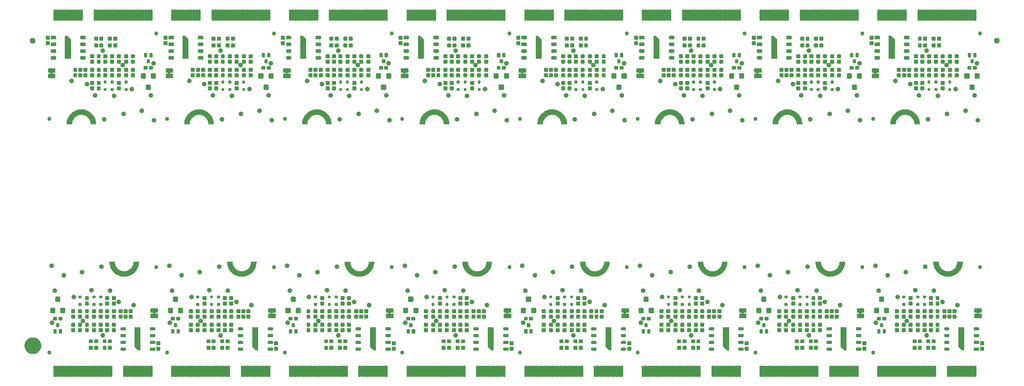
<source format=gbs>
G04 EAGLE Gerber RS-274X export*
G75*
%MOMM*%
%FSLAX34Y34*%
%LPD*%
%INSoldermask Bottom*%
%IPPOS*%
%AMOC8*
5,1,8,0,0,1.08239X$1,22.5*%
G01*
%ADD10C,0.889000*%
%ADD11C,0.225369*%
%ADD12C,0.226609*%
%ADD13C,0.228344*%
%ADD14C,0.762000*%
%ADD15C,0.231750*%
%ADD16C,0.228928*%
%ADD17C,0.225719*%
%ADD18C,0.228959*%
%ADD19C,0.479400*%
%ADD20C,1.127000*%
%ADD21C,1.270000*%
%ADD22C,1.627000*%

G36*
X1693933Y192633D02*
X1693933Y192633D01*
X1693943Y192636D01*
X1693969Y192638D01*
X1697803Y193472D01*
X1697811Y193477D01*
X1697837Y193482D01*
X1701513Y194853D01*
X1701521Y194859D01*
X1701545Y194868D01*
X1704989Y196748D01*
X1704996Y196755D01*
X1705019Y196768D01*
X1708160Y199119D01*
X1708166Y199127D01*
X1708187Y199142D01*
X1710961Y201917D01*
X1710966Y201925D01*
X1710985Y201944D01*
X1713336Y205085D01*
X1713339Y205094D01*
X1713355Y205115D01*
X1715236Y208558D01*
X1715238Y208568D01*
X1715250Y208591D01*
X1716622Y212267D01*
X1716622Y212277D01*
X1716632Y212301D01*
X1717466Y216135D01*
X1717465Y216145D01*
X1717471Y216170D01*
X1717751Y220084D01*
X1717745Y220109D01*
X1717749Y220135D01*
X1717731Y220176D01*
X1717721Y220220D01*
X1717703Y220239D01*
X1717692Y220263D01*
X1717654Y220288D01*
X1717623Y220320D01*
X1717597Y220325D01*
X1717576Y220340D01*
X1717502Y220351D01*
X1707502Y220351D01*
X1707495Y220349D01*
X1707488Y220350D01*
X1707429Y220329D01*
X1707368Y220312D01*
X1707363Y220306D01*
X1707356Y220304D01*
X1707318Y220254D01*
X1707276Y220206D01*
X1707275Y220199D01*
X1707270Y220194D01*
X1707254Y220121D01*
X1707040Y217403D01*
X1706408Y214771D01*
X1705372Y212270D01*
X1703958Y209962D01*
X1702200Y207904D01*
X1700141Y206146D01*
X1697833Y204732D01*
X1695333Y203696D01*
X1692700Y203064D01*
X1690002Y202852D01*
X1687304Y203064D01*
X1684671Y203696D01*
X1682171Y204732D01*
X1679863Y206146D01*
X1677804Y207904D01*
X1677751Y207967D01*
X1677325Y208465D01*
X1677325Y208466D01*
X1677112Y208715D01*
X1676899Y208964D01*
X1676686Y209213D01*
X1676261Y209712D01*
X1676260Y209712D01*
X1676048Y209961D01*
X1676046Y209962D01*
X1674632Y212270D01*
X1673596Y214771D01*
X1672964Y217403D01*
X1672750Y220121D01*
X1672748Y220128D01*
X1672749Y220135D01*
X1672723Y220193D01*
X1672701Y220252D01*
X1672695Y220256D01*
X1672692Y220263D01*
X1672639Y220298D01*
X1672589Y220335D01*
X1672582Y220336D01*
X1672576Y220340D01*
X1672502Y220351D01*
X1662502Y220351D01*
X1662477Y220344D01*
X1662451Y220346D01*
X1662411Y220324D01*
X1662368Y220312D01*
X1662351Y220292D01*
X1662328Y220280D01*
X1662306Y220240D01*
X1662276Y220206D01*
X1662272Y220181D01*
X1662259Y220158D01*
X1662253Y220084D01*
X1662533Y216170D01*
X1662537Y216161D01*
X1662538Y216135D01*
X1663372Y212301D01*
X1663377Y212292D01*
X1663382Y212267D01*
X1664754Y208591D01*
X1664759Y208583D01*
X1664768Y208558D01*
X1666649Y205115D01*
X1666656Y205108D01*
X1666668Y205085D01*
X1669019Y201944D01*
X1669027Y201938D01*
X1669043Y201917D01*
X1671817Y199142D01*
X1671826Y199138D01*
X1671844Y199119D01*
X1674985Y196768D01*
X1674994Y196764D01*
X1675015Y196748D01*
X1678459Y194868D01*
X1678468Y194866D01*
X1678491Y194853D01*
X1682167Y193482D01*
X1682177Y193481D01*
X1682201Y193472D01*
X1686035Y192638D01*
X1686045Y192639D01*
X1686071Y192633D01*
X1689984Y192353D01*
X1689994Y192355D01*
X1690020Y192353D01*
X1693933Y192633D01*
G37*
G36*
X813925Y192633D02*
X813925Y192633D01*
X813934Y192636D01*
X813960Y192638D01*
X817794Y193472D01*
X817803Y193477D01*
X817828Y193482D01*
X821505Y194853D01*
X821512Y194859D01*
X821537Y194868D01*
X824981Y196748D01*
X824987Y196755D01*
X825011Y196768D01*
X828152Y199119D01*
X828157Y199127D01*
X828179Y199142D01*
X830953Y201917D01*
X830958Y201925D01*
X830976Y201944D01*
X833328Y205085D01*
X833331Y205094D01*
X833347Y205115D01*
X835227Y208558D01*
X835229Y208568D01*
X835242Y208591D01*
X836613Y212267D01*
X836614Y212277D01*
X836623Y212301D01*
X837457Y216135D01*
X837457Y216145D01*
X837462Y216170D01*
X837742Y220084D01*
X837737Y220109D01*
X837741Y220135D01*
X837722Y220176D01*
X837713Y220220D01*
X837694Y220239D01*
X837684Y220263D01*
X837646Y220288D01*
X837614Y220320D01*
X837589Y220325D01*
X837567Y220340D01*
X837494Y220351D01*
X827494Y220351D01*
X827487Y220349D01*
X827480Y220350D01*
X827420Y220329D01*
X827359Y220312D01*
X827355Y220306D01*
X827348Y220304D01*
X827309Y220254D01*
X827267Y220206D01*
X827266Y220199D01*
X827262Y220194D01*
X827245Y220121D01*
X827031Y217403D01*
X826399Y214771D01*
X825363Y212270D01*
X823949Y209962D01*
X822191Y207904D01*
X820133Y206146D01*
X817825Y204732D01*
X815324Y203696D01*
X812692Y203064D01*
X809994Y202852D01*
X807295Y203064D01*
X804663Y203696D01*
X802162Y204732D01*
X799854Y206146D01*
X797796Y207904D01*
X797742Y207967D01*
X797317Y208465D01*
X797316Y208466D01*
X797104Y208715D01*
X796891Y208964D01*
X796678Y209213D01*
X796252Y209712D01*
X796039Y209961D01*
X796038Y209962D01*
X794624Y212270D01*
X793588Y214771D01*
X792956Y217403D01*
X792742Y220121D01*
X792740Y220128D01*
X792741Y220135D01*
X792715Y220193D01*
X792692Y220252D01*
X792687Y220256D01*
X792684Y220263D01*
X792631Y220298D01*
X792580Y220335D01*
X792573Y220336D01*
X792567Y220340D01*
X792494Y220351D01*
X782494Y220351D01*
X782469Y220344D01*
X782443Y220346D01*
X782403Y220324D01*
X782359Y220312D01*
X782342Y220292D01*
X782319Y220280D01*
X782297Y220240D01*
X782267Y220206D01*
X782264Y220181D01*
X782251Y220158D01*
X782245Y220084D01*
X782525Y216170D01*
X782528Y216161D01*
X782530Y216135D01*
X783364Y212301D01*
X783369Y212292D01*
X783374Y212267D01*
X784745Y208591D01*
X784751Y208583D01*
X784760Y208558D01*
X786640Y205115D01*
X786647Y205108D01*
X786660Y205085D01*
X789011Y201944D01*
X789019Y201938D01*
X789034Y201917D01*
X791809Y199142D01*
X791817Y199138D01*
X791836Y199119D01*
X794977Y196768D01*
X794986Y196764D01*
X795007Y196748D01*
X798450Y194868D01*
X798460Y194866D01*
X798483Y194853D01*
X802159Y193482D01*
X802169Y193481D01*
X802193Y193472D01*
X806027Y192638D01*
X806037Y192639D01*
X806062Y192633D01*
X809976Y192353D01*
X809985Y192355D01*
X810011Y192353D01*
X813925Y192633D01*
G37*
G36*
X153931Y192633D02*
X153931Y192633D01*
X153941Y192636D01*
X153967Y192638D01*
X157801Y193472D01*
X157809Y193477D01*
X157835Y193482D01*
X161511Y194853D01*
X161519Y194859D01*
X161543Y194868D01*
X164987Y196748D01*
X164994Y196755D01*
X165017Y196768D01*
X168158Y199119D01*
X168164Y199127D01*
X168185Y199142D01*
X170959Y201917D01*
X170964Y201925D01*
X170983Y201944D01*
X173334Y205085D01*
X173337Y205094D01*
X173353Y205115D01*
X175234Y208558D01*
X175236Y208568D01*
X175248Y208591D01*
X176620Y212267D01*
X176620Y212277D01*
X176630Y212301D01*
X177464Y216135D01*
X177463Y216145D01*
X177469Y216170D01*
X177749Y220084D01*
X177743Y220109D01*
X177747Y220135D01*
X177729Y220176D01*
X177719Y220220D01*
X177701Y220239D01*
X177690Y220263D01*
X177652Y220288D01*
X177621Y220320D01*
X177595Y220325D01*
X177574Y220340D01*
X177500Y220351D01*
X167500Y220351D01*
X167493Y220349D01*
X167486Y220350D01*
X167427Y220329D01*
X167366Y220312D01*
X167361Y220306D01*
X167354Y220304D01*
X167316Y220254D01*
X167274Y220206D01*
X167273Y220199D01*
X167268Y220194D01*
X167252Y220121D01*
X167038Y217403D01*
X166406Y214771D01*
X165370Y212270D01*
X163956Y209962D01*
X162198Y207904D01*
X160139Y206146D01*
X157831Y204732D01*
X155331Y203696D01*
X152698Y203064D01*
X150000Y202852D01*
X147302Y203064D01*
X144669Y203696D01*
X142169Y204732D01*
X139861Y206146D01*
X137802Y207904D01*
X137749Y207967D01*
X137323Y208465D01*
X137323Y208466D01*
X137110Y208715D01*
X136897Y208964D01*
X136684Y209213D01*
X136259Y209712D01*
X136258Y209712D01*
X136046Y209961D01*
X136044Y209962D01*
X134630Y212270D01*
X133594Y214771D01*
X132962Y217403D01*
X132748Y220121D01*
X132746Y220128D01*
X132747Y220135D01*
X132721Y220193D01*
X132699Y220252D01*
X132693Y220256D01*
X132690Y220263D01*
X132637Y220298D01*
X132587Y220335D01*
X132580Y220336D01*
X132574Y220340D01*
X132500Y220351D01*
X122500Y220351D01*
X122475Y220344D01*
X122449Y220346D01*
X122409Y220324D01*
X122366Y220312D01*
X122349Y220292D01*
X122326Y220280D01*
X122304Y220240D01*
X122274Y220206D01*
X122270Y220181D01*
X122257Y220158D01*
X122251Y220084D01*
X122531Y216170D01*
X122535Y216161D01*
X122536Y216135D01*
X123370Y212301D01*
X123375Y212292D01*
X123380Y212267D01*
X124752Y208591D01*
X124757Y208583D01*
X124766Y208558D01*
X126647Y205115D01*
X126654Y205108D01*
X126666Y205085D01*
X129017Y201944D01*
X129025Y201938D01*
X129041Y201917D01*
X131815Y199142D01*
X131824Y199138D01*
X131842Y199119D01*
X134983Y196768D01*
X134992Y196764D01*
X135013Y196748D01*
X138457Y194868D01*
X138466Y194866D01*
X138489Y194853D01*
X142165Y193482D01*
X142175Y193481D01*
X142199Y193472D01*
X146033Y192638D01*
X146043Y192639D01*
X146069Y192633D01*
X149982Y192353D01*
X149992Y192355D01*
X150018Y192353D01*
X153931Y192633D01*
G37*
G36*
X1253929Y192633D02*
X1253929Y192633D01*
X1253938Y192636D01*
X1253964Y192638D01*
X1257798Y193472D01*
X1257807Y193477D01*
X1257833Y193482D01*
X1261509Y194853D01*
X1261517Y194859D01*
X1261541Y194868D01*
X1264985Y196748D01*
X1264992Y196755D01*
X1265015Y196768D01*
X1268156Y199119D01*
X1268162Y199127D01*
X1268183Y199142D01*
X1270957Y201917D01*
X1270962Y201925D01*
X1270980Y201944D01*
X1273332Y205085D01*
X1273335Y205094D01*
X1273351Y205115D01*
X1275231Y208558D01*
X1275234Y208568D01*
X1275246Y208591D01*
X1276617Y212267D01*
X1276618Y212277D01*
X1276627Y212301D01*
X1277461Y216135D01*
X1277461Y216145D01*
X1277467Y216170D01*
X1277746Y220084D01*
X1277741Y220109D01*
X1277745Y220135D01*
X1277726Y220176D01*
X1277717Y220220D01*
X1277699Y220239D01*
X1277688Y220263D01*
X1277650Y220288D01*
X1277618Y220320D01*
X1277593Y220325D01*
X1277571Y220340D01*
X1277498Y220351D01*
X1267498Y220351D01*
X1267491Y220349D01*
X1267484Y220350D01*
X1267425Y220329D01*
X1267364Y220312D01*
X1267359Y220306D01*
X1267352Y220304D01*
X1267313Y220254D01*
X1267272Y220206D01*
X1267271Y220199D01*
X1267266Y220194D01*
X1267249Y220121D01*
X1267035Y217403D01*
X1266404Y214771D01*
X1265368Y212270D01*
X1263953Y209962D01*
X1262195Y207904D01*
X1260137Y206146D01*
X1257829Y204732D01*
X1255328Y203696D01*
X1252696Y203064D01*
X1249998Y202852D01*
X1247299Y203064D01*
X1244667Y203696D01*
X1242166Y204732D01*
X1239859Y206146D01*
X1237800Y207904D01*
X1237747Y207967D01*
X1237746Y207967D01*
X1237321Y208465D01*
X1237321Y208466D01*
X1237108Y208715D01*
X1236895Y208964D01*
X1236682Y209213D01*
X1236256Y209712D01*
X1236043Y209961D01*
X1236042Y209962D01*
X1234628Y212270D01*
X1233592Y214771D01*
X1232960Y217403D01*
X1232746Y220121D01*
X1232744Y220128D01*
X1232745Y220135D01*
X1232719Y220193D01*
X1232697Y220252D01*
X1232691Y220256D01*
X1232688Y220263D01*
X1232635Y220298D01*
X1232585Y220335D01*
X1232577Y220336D01*
X1232571Y220340D01*
X1232498Y220351D01*
X1222498Y220351D01*
X1222473Y220344D01*
X1222447Y220346D01*
X1222407Y220324D01*
X1222364Y220312D01*
X1222346Y220292D01*
X1222324Y220280D01*
X1222301Y220240D01*
X1222272Y220206D01*
X1222268Y220181D01*
X1222255Y220158D01*
X1222249Y220084D01*
X1222529Y216170D01*
X1222532Y216161D01*
X1222534Y216135D01*
X1223368Y212301D01*
X1223373Y212292D01*
X1223378Y212267D01*
X1224749Y208591D01*
X1224755Y208583D01*
X1224764Y208558D01*
X1226645Y205115D01*
X1226651Y205108D01*
X1226664Y205085D01*
X1229015Y201944D01*
X1229023Y201938D01*
X1229038Y201917D01*
X1231813Y199142D01*
X1231821Y199138D01*
X1231840Y199119D01*
X1234981Y196768D01*
X1234990Y196764D01*
X1235011Y196748D01*
X1238454Y194868D01*
X1238464Y194866D01*
X1238487Y194853D01*
X1242163Y193482D01*
X1242173Y193481D01*
X1242197Y193472D01*
X1246031Y192638D01*
X1246041Y192639D01*
X1246066Y192633D01*
X1249980Y192353D01*
X1249990Y192355D01*
X1250016Y192353D01*
X1253929Y192633D01*
G37*
G36*
X593936Y192633D02*
X593936Y192633D01*
X593945Y192636D01*
X593971Y192638D01*
X597805Y193472D01*
X597813Y193477D01*
X597839Y193482D01*
X601515Y194853D01*
X601523Y194859D01*
X601548Y194868D01*
X604991Y196748D01*
X604998Y196755D01*
X605021Y196768D01*
X608162Y199119D01*
X608168Y199127D01*
X608189Y199142D01*
X610964Y201917D01*
X610968Y201925D01*
X610987Y201944D01*
X613338Y205085D01*
X613342Y205094D01*
X613357Y205115D01*
X615238Y208558D01*
X615240Y208568D01*
X615253Y208591D01*
X616624Y212267D01*
X616624Y212277D01*
X616634Y212301D01*
X617468Y216135D01*
X617467Y216145D01*
X617473Y216170D01*
X617753Y220084D01*
X617747Y220109D01*
X617751Y220135D01*
X617733Y220176D01*
X617723Y220220D01*
X617705Y220239D01*
X617694Y220263D01*
X617657Y220288D01*
X617625Y220320D01*
X617599Y220325D01*
X617578Y220340D01*
X617504Y220351D01*
X607504Y220351D01*
X607497Y220349D01*
X607490Y220350D01*
X607431Y220329D01*
X607370Y220312D01*
X607365Y220306D01*
X607358Y220304D01*
X607320Y220254D01*
X607278Y220206D01*
X607277Y220199D01*
X607273Y220194D01*
X607256Y220121D01*
X607042Y217403D01*
X606410Y214771D01*
X605374Y212270D01*
X603960Y209962D01*
X602202Y207904D01*
X600144Y206146D01*
X597836Y204732D01*
X595335Y203696D01*
X592703Y203064D01*
X590004Y202852D01*
X587306Y203064D01*
X584674Y203696D01*
X582173Y204732D01*
X579865Y206146D01*
X577807Y207904D01*
X577753Y207967D01*
X577327Y208465D01*
X577327Y208466D01*
X577114Y208715D01*
X576901Y208964D01*
X576688Y209213D01*
X576263Y209712D01*
X576050Y209961D01*
X576049Y209962D01*
X574634Y212270D01*
X573599Y214771D01*
X572967Y217403D01*
X572753Y220121D01*
X572750Y220128D01*
X572751Y220135D01*
X572725Y220193D01*
X572703Y220252D01*
X572697Y220256D01*
X572694Y220263D01*
X572642Y220298D01*
X572591Y220335D01*
X572584Y220336D01*
X572578Y220340D01*
X572504Y220351D01*
X562504Y220351D01*
X562479Y220344D01*
X562453Y220346D01*
X562413Y220324D01*
X562370Y220312D01*
X562353Y220292D01*
X562330Y220280D01*
X562308Y220240D01*
X562278Y220206D01*
X562274Y220181D01*
X562261Y220158D01*
X562256Y220084D01*
X562535Y216170D01*
X562539Y216161D01*
X562541Y216135D01*
X563375Y212301D01*
X563379Y212292D01*
X563385Y212267D01*
X564756Y208591D01*
X564762Y208583D01*
X564771Y208558D01*
X566651Y205115D01*
X566658Y205108D01*
X566670Y205085D01*
X569022Y201944D01*
X569029Y201938D01*
X569045Y201917D01*
X571819Y199142D01*
X571828Y199138D01*
X571846Y199119D01*
X574987Y196768D01*
X574996Y196764D01*
X575017Y196748D01*
X578461Y194868D01*
X578470Y194866D01*
X578493Y194853D01*
X582169Y193482D01*
X582179Y193481D01*
X582204Y193472D01*
X586038Y192638D01*
X586047Y192639D01*
X586073Y192633D01*
X589986Y192353D01*
X589996Y192355D01*
X590022Y192353D01*
X593936Y192633D01*
G37*
G36*
X1473944Y192633D02*
X1473944Y192633D01*
X1473953Y192636D01*
X1473979Y192638D01*
X1477813Y193472D01*
X1477822Y193477D01*
X1477847Y193482D01*
X1481524Y194853D01*
X1481531Y194859D01*
X1481556Y194868D01*
X1485000Y196748D01*
X1485006Y196755D01*
X1485030Y196768D01*
X1488171Y199119D01*
X1488176Y199127D01*
X1488198Y199142D01*
X1490972Y201917D01*
X1490977Y201925D01*
X1490995Y201944D01*
X1493347Y205085D01*
X1493350Y205094D01*
X1493366Y205115D01*
X1495246Y208558D01*
X1495248Y208568D01*
X1495261Y208591D01*
X1496632Y212267D01*
X1496633Y212277D01*
X1496642Y212301D01*
X1497476Y216135D01*
X1497476Y216145D01*
X1497481Y216170D01*
X1497761Y220084D01*
X1497756Y220109D01*
X1497760Y220135D01*
X1497741Y220176D01*
X1497732Y220220D01*
X1497713Y220239D01*
X1497703Y220263D01*
X1497665Y220288D01*
X1497633Y220320D01*
X1497608Y220325D01*
X1497586Y220340D01*
X1497513Y220351D01*
X1487513Y220351D01*
X1487506Y220349D01*
X1487499Y220350D01*
X1487439Y220329D01*
X1487378Y220312D01*
X1487374Y220306D01*
X1487367Y220304D01*
X1487328Y220254D01*
X1487286Y220206D01*
X1487285Y220199D01*
X1487281Y220194D01*
X1487264Y220121D01*
X1487050Y217403D01*
X1486418Y214771D01*
X1485382Y212270D01*
X1483968Y209962D01*
X1482210Y207904D01*
X1480152Y206146D01*
X1477844Y204732D01*
X1475343Y203696D01*
X1472711Y203064D01*
X1470013Y202852D01*
X1467314Y203064D01*
X1464682Y203696D01*
X1462181Y204732D01*
X1459873Y206146D01*
X1457815Y207904D01*
X1457761Y207967D01*
X1457336Y208465D01*
X1457335Y208466D01*
X1457123Y208715D01*
X1456910Y208964D01*
X1456697Y209213D01*
X1456271Y209712D01*
X1456058Y209961D01*
X1456057Y209962D01*
X1454643Y212270D01*
X1453607Y214771D01*
X1452975Y217403D01*
X1452761Y220121D01*
X1452759Y220128D01*
X1452760Y220135D01*
X1452734Y220193D01*
X1452711Y220252D01*
X1452706Y220256D01*
X1452703Y220263D01*
X1452650Y220298D01*
X1452599Y220335D01*
X1452592Y220336D01*
X1452586Y220340D01*
X1452513Y220351D01*
X1442513Y220351D01*
X1442488Y220344D01*
X1442462Y220346D01*
X1442422Y220324D01*
X1442378Y220312D01*
X1442361Y220292D01*
X1442338Y220280D01*
X1442316Y220240D01*
X1442286Y220206D01*
X1442283Y220181D01*
X1442270Y220158D01*
X1442264Y220084D01*
X1442544Y216170D01*
X1442547Y216161D01*
X1442549Y216135D01*
X1443383Y212301D01*
X1443388Y212292D01*
X1443393Y212267D01*
X1444764Y208591D01*
X1444770Y208583D01*
X1444779Y208558D01*
X1446659Y205115D01*
X1446666Y205108D01*
X1446679Y205085D01*
X1449030Y201944D01*
X1449038Y201938D01*
X1449053Y201917D01*
X1451828Y199142D01*
X1451836Y199138D01*
X1451855Y199119D01*
X1454996Y196768D01*
X1455005Y196764D01*
X1455026Y196748D01*
X1458469Y194868D01*
X1458479Y194866D01*
X1458502Y194853D01*
X1462178Y193482D01*
X1462188Y193481D01*
X1462212Y193472D01*
X1466046Y192638D01*
X1466056Y192639D01*
X1466081Y192633D01*
X1469995Y192353D01*
X1470004Y192355D01*
X1470030Y192353D01*
X1473944Y192633D01*
G37*
G36*
X373921Y192633D02*
X373921Y192633D01*
X373930Y192636D01*
X373956Y192638D01*
X377790Y193472D01*
X377799Y193477D01*
X377824Y193482D01*
X381500Y194853D01*
X381508Y194859D01*
X381533Y194868D01*
X384976Y196748D01*
X384983Y196755D01*
X385006Y196768D01*
X388147Y199119D01*
X388153Y199127D01*
X388174Y199142D01*
X390949Y201917D01*
X390953Y201925D01*
X390972Y201944D01*
X393323Y205085D01*
X393327Y205094D01*
X393343Y205115D01*
X395223Y208558D01*
X395225Y208568D01*
X395238Y208591D01*
X396609Y212267D01*
X396610Y212277D01*
X396619Y212301D01*
X397453Y216135D01*
X397452Y216145D01*
X397458Y216170D01*
X397738Y220084D01*
X397733Y220109D01*
X397736Y220135D01*
X397718Y220176D01*
X397709Y220220D01*
X397690Y220239D01*
X397680Y220263D01*
X397642Y220288D01*
X397610Y220320D01*
X397585Y220325D01*
X397563Y220340D01*
X397489Y220351D01*
X387489Y220351D01*
X387482Y220349D01*
X387475Y220350D01*
X387416Y220329D01*
X387355Y220312D01*
X387350Y220306D01*
X387344Y220304D01*
X387305Y220254D01*
X387263Y220206D01*
X387262Y220199D01*
X387258Y220194D01*
X387241Y220121D01*
X387027Y217403D01*
X386395Y214771D01*
X385359Y212270D01*
X383945Y209962D01*
X382187Y207904D01*
X380129Y206146D01*
X377821Y204732D01*
X375320Y203696D01*
X372688Y203064D01*
X369989Y202852D01*
X367291Y203064D01*
X364659Y203696D01*
X362158Y204732D01*
X359850Y206146D01*
X357792Y207904D01*
X357738Y207967D01*
X357312Y208465D01*
X357312Y208466D01*
X357099Y208715D01*
X356887Y208964D01*
X356886Y208964D01*
X356674Y209213D01*
X356248Y209712D01*
X356035Y209961D01*
X356034Y209962D01*
X354620Y212270D01*
X353584Y214771D01*
X352952Y217403D01*
X352738Y220121D01*
X352735Y220128D01*
X352736Y220135D01*
X352711Y220193D01*
X352688Y220252D01*
X352683Y220256D01*
X352680Y220263D01*
X352627Y220298D01*
X352576Y220335D01*
X352569Y220336D01*
X352563Y220340D01*
X352489Y220351D01*
X342489Y220351D01*
X342464Y220344D01*
X342438Y220346D01*
X342399Y220324D01*
X342355Y220312D01*
X342338Y220292D01*
X342315Y220280D01*
X342293Y220240D01*
X342263Y220206D01*
X342259Y220181D01*
X342247Y220158D01*
X342241Y220084D01*
X342521Y216170D01*
X342524Y216161D01*
X342526Y216135D01*
X343360Y212301D01*
X343364Y212292D01*
X343370Y212267D01*
X344741Y208591D01*
X344747Y208583D01*
X344756Y208558D01*
X346636Y205115D01*
X346643Y205108D01*
X346655Y205085D01*
X349007Y201944D01*
X349015Y201938D01*
X349030Y201917D01*
X351805Y199142D01*
X351813Y199138D01*
X351831Y199119D01*
X354972Y196768D01*
X354982Y196764D01*
X355002Y196748D01*
X358446Y194868D01*
X358455Y194866D01*
X358478Y194853D01*
X362155Y193482D01*
X362164Y193481D01*
X362189Y193472D01*
X366023Y192638D01*
X366032Y192639D01*
X366058Y192633D01*
X369972Y192353D01*
X369981Y192355D01*
X370007Y192353D01*
X373921Y192633D01*
G37*
G36*
X1033940Y192633D02*
X1033940Y192633D01*
X1033949Y192636D01*
X1033975Y192638D01*
X1037809Y193472D01*
X1037818Y193477D01*
X1037843Y193482D01*
X1041519Y194853D01*
X1041527Y194859D01*
X1041552Y194868D01*
X1044995Y196748D01*
X1045002Y196755D01*
X1045025Y196768D01*
X1048166Y199119D01*
X1048172Y199127D01*
X1048193Y199142D01*
X1050968Y201917D01*
X1050972Y201925D01*
X1050991Y201944D01*
X1053342Y205085D01*
X1053346Y205094D01*
X1053362Y205115D01*
X1055242Y208558D01*
X1055244Y208568D01*
X1055257Y208591D01*
X1056628Y212267D01*
X1056629Y212277D01*
X1056638Y212301D01*
X1057472Y216135D01*
X1057471Y216145D01*
X1057477Y216170D01*
X1057757Y220084D01*
X1057752Y220109D01*
X1057755Y220135D01*
X1057737Y220176D01*
X1057728Y220220D01*
X1057709Y220239D01*
X1057699Y220263D01*
X1057661Y220288D01*
X1057629Y220320D01*
X1057604Y220325D01*
X1057582Y220340D01*
X1057508Y220351D01*
X1047508Y220351D01*
X1047501Y220349D01*
X1047494Y220350D01*
X1047435Y220329D01*
X1047374Y220312D01*
X1047369Y220306D01*
X1047363Y220304D01*
X1047324Y220254D01*
X1047282Y220206D01*
X1047281Y220199D01*
X1047277Y220194D01*
X1047260Y220121D01*
X1047046Y217403D01*
X1046414Y214771D01*
X1045378Y212270D01*
X1043964Y209962D01*
X1042206Y207904D01*
X1040148Y206146D01*
X1037840Y204732D01*
X1035339Y203696D01*
X1032707Y203064D01*
X1030008Y202852D01*
X1027310Y203064D01*
X1024678Y203696D01*
X1022177Y204732D01*
X1019869Y206146D01*
X1017811Y207904D01*
X1017757Y207967D01*
X1017331Y208465D01*
X1017331Y208466D01*
X1017118Y208715D01*
X1016906Y208964D01*
X1016905Y208964D01*
X1016693Y209213D01*
X1016267Y209712D01*
X1016054Y209961D01*
X1016053Y209962D01*
X1014639Y212270D01*
X1013603Y214771D01*
X1012971Y217403D01*
X1012757Y220121D01*
X1012754Y220128D01*
X1012755Y220135D01*
X1012730Y220193D01*
X1012707Y220252D01*
X1012702Y220256D01*
X1012699Y220263D01*
X1012646Y220298D01*
X1012595Y220335D01*
X1012588Y220336D01*
X1012582Y220340D01*
X1012508Y220351D01*
X1002508Y220351D01*
X1002483Y220344D01*
X1002457Y220346D01*
X1002418Y220324D01*
X1002374Y220312D01*
X1002357Y220292D01*
X1002334Y220280D01*
X1002312Y220240D01*
X1002282Y220206D01*
X1002278Y220181D01*
X1002266Y220158D01*
X1002260Y220084D01*
X1002540Y216170D01*
X1002543Y216161D01*
X1002545Y216135D01*
X1003379Y212301D01*
X1003383Y212292D01*
X1003389Y212267D01*
X1004760Y208591D01*
X1004766Y208583D01*
X1004775Y208558D01*
X1006655Y205115D01*
X1006662Y205108D01*
X1006674Y205085D01*
X1009026Y201944D01*
X1009034Y201938D01*
X1009049Y201917D01*
X1011824Y199142D01*
X1011832Y199138D01*
X1011850Y199119D01*
X1014991Y196768D01*
X1015001Y196764D01*
X1015021Y196748D01*
X1018465Y194868D01*
X1018474Y194866D01*
X1018497Y194853D01*
X1022174Y193482D01*
X1022183Y193481D01*
X1022208Y193472D01*
X1026042Y192638D01*
X1026051Y192639D01*
X1026077Y192633D01*
X1029991Y192353D01*
X1030000Y192355D01*
X1030026Y192353D01*
X1033940Y192633D01*
G37*
G36*
X1592498Y478151D02*
X1592498Y478151D01*
X1592505Y478150D01*
X1592565Y478171D01*
X1592626Y478188D01*
X1592630Y478194D01*
X1592637Y478196D01*
X1592676Y478246D01*
X1592718Y478294D01*
X1592719Y478301D01*
X1592723Y478306D01*
X1592740Y478379D01*
X1592954Y481097D01*
X1593586Y483729D01*
X1594622Y486230D01*
X1596036Y488538D01*
X1597794Y490596D01*
X1599852Y492354D01*
X1602160Y493768D01*
X1604661Y494804D01*
X1607293Y495436D01*
X1609991Y495648D01*
X1612690Y495436D01*
X1615322Y494804D01*
X1617823Y493768D01*
X1620131Y492354D01*
X1622189Y490596D01*
X1622313Y490451D01*
X1622313Y490450D01*
X1622526Y490201D01*
X1622952Y489703D01*
X1623165Y489454D01*
X1623165Y489453D01*
X1623378Y489204D01*
X1623590Y488955D01*
X1623591Y488955D01*
X1623803Y488706D01*
X1623947Y488538D01*
X1625361Y486230D01*
X1626397Y483729D01*
X1627029Y481097D01*
X1627243Y478379D01*
X1627246Y478372D01*
X1627244Y478365D01*
X1627270Y478307D01*
X1627293Y478248D01*
X1627298Y478244D01*
X1627301Y478237D01*
X1627354Y478202D01*
X1627405Y478165D01*
X1627412Y478164D01*
X1627418Y478160D01*
X1627491Y478149D01*
X1637491Y478149D01*
X1637516Y478156D01*
X1637542Y478154D01*
X1637582Y478176D01*
X1637626Y478188D01*
X1637643Y478208D01*
X1637666Y478220D01*
X1637688Y478260D01*
X1637718Y478294D01*
X1637721Y478319D01*
X1637734Y478342D01*
X1637740Y478416D01*
X1637460Y482330D01*
X1637457Y482339D01*
X1637455Y482365D01*
X1636621Y486199D01*
X1636616Y486208D01*
X1636611Y486233D01*
X1635240Y489909D01*
X1635234Y489917D01*
X1635225Y489942D01*
X1633345Y493385D01*
X1633338Y493392D01*
X1633325Y493415D01*
X1630974Y496556D01*
X1630966Y496562D01*
X1630951Y496583D01*
X1628176Y499358D01*
X1628168Y499362D01*
X1628149Y499381D01*
X1625008Y501732D01*
X1624999Y501736D01*
X1624978Y501752D01*
X1621535Y503632D01*
X1621525Y503634D01*
X1621502Y503647D01*
X1617826Y505018D01*
X1617817Y505019D01*
X1617792Y505028D01*
X1613958Y505862D01*
X1613948Y505861D01*
X1613923Y505867D01*
X1610009Y506147D01*
X1610000Y506145D01*
X1609974Y506147D01*
X1606060Y505867D01*
X1606051Y505864D01*
X1606025Y505862D01*
X1602191Y505028D01*
X1602182Y505023D01*
X1602157Y505018D01*
X1598480Y503647D01*
X1598473Y503641D01*
X1598448Y503632D01*
X1595004Y501752D01*
X1594998Y501745D01*
X1594974Y501732D01*
X1591833Y499381D01*
X1591828Y499373D01*
X1591807Y499358D01*
X1589032Y496583D01*
X1589027Y496575D01*
X1589009Y496556D01*
X1586657Y493415D01*
X1586654Y493406D01*
X1586638Y493385D01*
X1584758Y489942D01*
X1584756Y489932D01*
X1584743Y489909D01*
X1583372Y486233D01*
X1583371Y486224D01*
X1583362Y486199D01*
X1582528Y482365D01*
X1582528Y482355D01*
X1582523Y482330D01*
X1582243Y478416D01*
X1582248Y478391D01*
X1582244Y478365D01*
X1582263Y478324D01*
X1582272Y478280D01*
X1582291Y478261D01*
X1582301Y478237D01*
X1582339Y478212D01*
X1582371Y478180D01*
X1582396Y478175D01*
X1582418Y478160D01*
X1582491Y478149D01*
X1592491Y478149D01*
X1592498Y478151D01*
G37*
G36*
X1372509Y478151D02*
X1372509Y478151D01*
X1372516Y478150D01*
X1372575Y478171D01*
X1372636Y478188D01*
X1372641Y478194D01*
X1372648Y478196D01*
X1372687Y478246D01*
X1372728Y478294D01*
X1372729Y478301D01*
X1372734Y478306D01*
X1372750Y478379D01*
X1372964Y481097D01*
X1373596Y483729D01*
X1374632Y486230D01*
X1376046Y488538D01*
X1377804Y490596D01*
X1379863Y492354D01*
X1382171Y493768D01*
X1384671Y494804D01*
X1387304Y495436D01*
X1390002Y495648D01*
X1392700Y495436D01*
X1395333Y494804D01*
X1397833Y493768D01*
X1400141Y492354D01*
X1402200Y490596D01*
X1402324Y490451D01*
X1402324Y490450D01*
X1402537Y490201D01*
X1402962Y489703D01*
X1402963Y489703D01*
X1403175Y489454D01*
X1403175Y489453D01*
X1403388Y489204D01*
X1403601Y488955D01*
X1403814Y488706D01*
X1403958Y488538D01*
X1405372Y486230D01*
X1406408Y483729D01*
X1407040Y481097D01*
X1407254Y478379D01*
X1407256Y478372D01*
X1407255Y478365D01*
X1407281Y478307D01*
X1407303Y478248D01*
X1407309Y478244D01*
X1407312Y478237D01*
X1407365Y478202D01*
X1407415Y478165D01*
X1407423Y478164D01*
X1407429Y478160D01*
X1407502Y478149D01*
X1417502Y478149D01*
X1417527Y478156D01*
X1417553Y478154D01*
X1417593Y478176D01*
X1417636Y478188D01*
X1417653Y478208D01*
X1417676Y478220D01*
X1417698Y478260D01*
X1417728Y478294D01*
X1417732Y478319D01*
X1417745Y478342D01*
X1417751Y478416D01*
X1417471Y482330D01*
X1417467Y482339D01*
X1417466Y482365D01*
X1416632Y486199D01*
X1416627Y486208D01*
X1416622Y486233D01*
X1415250Y489909D01*
X1415245Y489917D01*
X1415236Y489942D01*
X1413355Y493385D01*
X1413348Y493392D01*
X1413336Y493415D01*
X1410985Y496556D01*
X1410977Y496562D01*
X1410961Y496583D01*
X1408187Y499358D01*
X1408178Y499362D01*
X1408160Y499381D01*
X1405019Y501732D01*
X1405010Y501736D01*
X1404989Y501752D01*
X1401545Y503632D01*
X1401536Y503634D01*
X1401513Y503647D01*
X1397837Y505018D01*
X1397827Y505019D01*
X1397803Y505028D01*
X1393969Y505862D01*
X1393959Y505861D01*
X1393933Y505867D01*
X1390020Y506147D01*
X1390010Y506145D01*
X1389984Y506147D01*
X1386071Y505867D01*
X1386061Y505864D01*
X1386035Y505862D01*
X1382201Y505028D01*
X1382193Y505023D01*
X1382167Y505018D01*
X1378491Y503647D01*
X1378483Y503641D01*
X1378459Y503632D01*
X1375015Y501752D01*
X1375008Y501745D01*
X1374985Y501732D01*
X1371844Y499381D01*
X1371838Y499373D01*
X1371817Y499358D01*
X1369043Y496583D01*
X1369038Y496575D01*
X1369019Y496556D01*
X1366668Y493415D01*
X1366665Y493406D01*
X1366649Y493385D01*
X1364768Y489942D01*
X1364766Y489932D01*
X1364754Y489909D01*
X1363382Y486233D01*
X1363382Y486224D01*
X1363372Y486199D01*
X1362538Y482365D01*
X1362539Y482355D01*
X1362533Y482330D01*
X1362253Y478416D01*
X1362259Y478391D01*
X1362255Y478365D01*
X1362273Y478324D01*
X1362283Y478280D01*
X1362301Y478261D01*
X1362312Y478237D01*
X1362350Y478212D01*
X1362381Y478180D01*
X1362407Y478175D01*
X1362429Y478160D01*
X1362502Y478149D01*
X1372502Y478149D01*
X1372509Y478151D01*
G37*
G36*
X492501Y478151D02*
X492501Y478151D01*
X492508Y478150D01*
X492567Y478171D01*
X492628Y478188D01*
X492633Y478194D01*
X492639Y478196D01*
X492678Y478246D01*
X492720Y478294D01*
X492721Y478301D01*
X492725Y478306D01*
X492742Y478379D01*
X492956Y481097D01*
X493588Y483729D01*
X494624Y486230D01*
X496038Y488538D01*
X497796Y490596D01*
X499854Y492354D01*
X502162Y493768D01*
X504663Y494804D01*
X507295Y495436D01*
X509994Y495648D01*
X512692Y495436D01*
X515324Y494804D01*
X517825Y493768D01*
X520133Y492354D01*
X522191Y490596D01*
X522315Y490451D01*
X522315Y490450D01*
X522528Y490201D01*
X522954Y489703D01*
X523167Y489454D01*
X523167Y489453D01*
X523380Y489204D01*
X523593Y488955D01*
X523806Y488706D01*
X523949Y488538D01*
X525363Y486230D01*
X526399Y483729D01*
X527031Y481097D01*
X527245Y478379D01*
X527248Y478372D01*
X527247Y478365D01*
X527272Y478307D01*
X527295Y478248D01*
X527301Y478244D01*
X527303Y478237D01*
X527356Y478202D01*
X527407Y478165D01*
X527414Y478164D01*
X527420Y478160D01*
X527494Y478149D01*
X537494Y478149D01*
X537519Y478156D01*
X537545Y478154D01*
X537584Y478176D01*
X537628Y478188D01*
X537645Y478208D01*
X537668Y478220D01*
X537690Y478260D01*
X537720Y478294D01*
X537724Y478319D01*
X537736Y478342D01*
X537742Y478416D01*
X537462Y482330D01*
X537459Y482339D01*
X537457Y482365D01*
X536623Y486199D01*
X536619Y486208D01*
X536613Y486233D01*
X535242Y489909D01*
X535236Y489917D01*
X535227Y489942D01*
X533347Y493385D01*
X533340Y493392D01*
X533328Y493415D01*
X530976Y496556D01*
X530969Y496562D01*
X530953Y496583D01*
X528179Y499358D01*
X528170Y499362D01*
X528152Y499381D01*
X525011Y501732D01*
X525002Y501736D01*
X524981Y501752D01*
X521537Y503632D01*
X521528Y503634D01*
X521505Y503647D01*
X517828Y505018D01*
X517819Y505019D01*
X517794Y505028D01*
X513960Y505862D01*
X513951Y505861D01*
X513925Y505867D01*
X510011Y506147D01*
X510002Y506145D01*
X509976Y506147D01*
X506062Y505867D01*
X506053Y505864D01*
X506027Y505862D01*
X502193Y505028D01*
X502184Y505023D01*
X502159Y505018D01*
X498483Y503647D01*
X498475Y503641D01*
X498450Y503632D01*
X495007Y501752D01*
X495000Y501745D01*
X494977Y501732D01*
X491836Y499381D01*
X491830Y499373D01*
X491809Y499358D01*
X489034Y496583D01*
X489030Y496575D01*
X489011Y496556D01*
X486660Y493415D01*
X486656Y493406D01*
X486640Y493385D01*
X484760Y489942D01*
X484758Y489932D01*
X484745Y489909D01*
X483374Y486233D01*
X483373Y486224D01*
X483364Y486199D01*
X482530Y482365D01*
X482531Y482355D01*
X482525Y482330D01*
X482245Y478416D01*
X482250Y478391D01*
X482247Y478365D01*
X482265Y478324D01*
X482275Y478280D01*
X482293Y478261D01*
X482303Y478237D01*
X482341Y478212D01*
X482373Y478180D01*
X482398Y478175D01*
X482420Y478160D01*
X482494Y478149D01*
X492494Y478149D01*
X492501Y478151D01*
G37*
G36*
X52496Y478151D02*
X52496Y478151D01*
X52503Y478150D01*
X52563Y478171D01*
X52624Y478188D01*
X52628Y478194D01*
X52635Y478196D01*
X52674Y478246D01*
X52716Y478294D01*
X52717Y478301D01*
X52721Y478306D01*
X52738Y478379D01*
X52952Y481097D01*
X53584Y483729D01*
X54620Y486230D01*
X56034Y488538D01*
X57792Y490596D01*
X59850Y492354D01*
X62158Y493768D01*
X64659Y494804D01*
X67291Y495436D01*
X69989Y495648D01*
X72688Y495436D01*
X75320Y494804D01*
X77821Y493768D01*
X80129Y492354D01*
X82187Y490596D01*
X82311Y490451D01*
X82311Y490450D01*
X82524Y490201D01*
X82950Y489703D01*
X83163Y489454D01*
X83163Y489453D01*
X83376Y489204D01*
X83588Y488955D01*
X83589Y488955D01*
X83801Y488706D01*
X83945Y488538D01*
X85359Y486230D01*
X86395Y483729D01*
X87027Y481097D01*
X87241Y478379D01*
X87244Y478372D01*
X87242Y478365D01*
X87268Y478307D01*
X87291Y478248D01*
X87296Y478244D01*
X87299Y478237D01*
X87352Y478202D01*
X87403Y478165D01*
X87410Y478164D01*
X87416Y478160D01*
X87489Y478149D01*
X97489Y478149D01*
X97514Y478156D01*
X97540Y478154D01*
X97580Y478176D01*
X97624Y478188D01*
X97641Y478208D01*
X97664Y478220D01*
X97686Y478260D01*
X97716Y478294D01*
X97719Y478319D01*
X97732Y478342D01*
X97738Y478416D01*
X97458Y482330D01*
X97455Y482339D01*
X97453Y482365D01*
X96619Y486199D01*
X96614Y486208D01*
X96609Y486233D01*
X95238Y489909D01*
X95232Y489917D01*
X95223Y489942D01*
X93343Y493385D01*
X93336Y493392D01*
X93323Y493415D01*
X90972Y496556D01*
X90964Y496562D01*
X90949Y496583D01*
X88174Y499358D01*
X88166Y499362D01*
X88147Y499381D01*
X85006Y501732D01*
X84997Y501736D01*
X84976Y501752D01*
X81533Y503632D01*
X81523Y503634D01*
X81500Y503647D01*
X77824Y505018D01*
X77815Y505019D01*
X77790Y505028D01*
X73956Y505862D01*
X73946Y505861D01*
X73921Y505867D01*
X70007Y506147D01*
X69998Y506145D01*
X69972Y506147D01*
X66058Y505867D01*
X66049Y505864D01*
X66023Y505862D01*
X62189Y505028D01*
X62180Y505023D01*
X62155Y505018D01*
X58478Y503647D01*
X58471Y503641D01*
X58446Y503632D01*
X55002Y501752D01*
X54996Y501745D01*
X54972Y501732D01*
X51831Y499381D01*
X51826Y499373D01*
X51805Y499358D01*
X49030Y496583D01*
X49025Y496575D01*
X49007Y496556D01*
X46655Y493415D01*
X46652Y493406D01*
X46636Y493385D01*
X44756Y489942D01*
X44754Y489932D01*
X44741Y489909D01*
X43370Y486233D01*
X43369Y486224D01*
X43360Y486199D01*
X42526Y482365D01*
X42526Y482355D01*
X42521Y482330D01*
X42241Y478416D01*
X42246Y478391D01*
X42242Y478365D01*
X42261Y478324D01*
X42270Y478280D01*
X42289Y478261D01*
X42299Y478237D01*
X42337Y478212D01*
X42369Y478180D01*
X42394Y478175D01*
X42416Y478160D01*
X42489Y478149D01*
X52489Y478149D01*
X52496Y478151D01*
G37*
G36*
X1152520Y478151D02*
X1152520Y478151D01*
X1152527Y478150D01*
X1152586Y478171D01*
X1152647Y478188D01*
X1152652Y478194D01*
X1152658Y478196D01*
X1152697Y478246D01*
X1152739Y478294D01*
X1152740Y478301D01*
X1152744Y478306D01*
X1152761Y478379D01*
X1152975Y481097D01*
X1153607Y483729D01*
X1154643Y486230D01*
X1156057Y488538D01*
X1157815Y490596D01*
X1159873Y492354D01*
X1162181Y493768D01*
X1164682Y494804D01*
X1167314Y495436D01*
X1170013Y495648D01*
X1172711Y495436D01*
X1175343Y494804D01*
X1177844Y493768D01*
X1180152Y492354D01*
X1182210Y490596D01*
X1182334Y490451D01*
X1182334Y490450D01*
X1182547Y490201D01*
X1182973Y489703D01*
X1183186Y489454D01*
X1183186Y489453D01*
X1183399Y489204D01*
X1183612Y488955D01*
X1183825Y488706D01*
X1183968Y488538D01*
X1185382Y486230D01*
X1186418Y483729D01*
X1187050Y481097D01*
X1187264Y478379D01*
X1187267Y478372D01*
X1187266Y478365D01*
X1187291Y478307D01*
X1187314Y478248D01*
X1187320Y478244D01*
X1187322Y478237D01*
X1187375Y478202D01*
X1187426Y478165D01*
X1187433Y478164D01*
X1187439Y478160D01*
X1187513Y478149D01*
X1197513Y478149D01*
X1197538Y478156D01*
X1197564Y478154D01*
X1197603Y478176D01*
X1197647Y478188D01*
X1197664Y478208D01*
X1197687Y478220D01*
X1197709Y478260D01*
X1197739Y478294D01*
X1197743Y478319D01*
X1197755Y478342D01*
X1197761Y478416D01*
X1197481Y482330D01*
X1197478Y482339D01*
X1197476Y482365D01*
X1196642Y486199D01*
X1196638Y486208D01*
X1196632Y486233D01*
X1195261Y489909D01*
X1195255Y489917D01*
X1195246Y489942D01*
X1193366Y493385D01*
X1193359Y493392D01*
X1193347Y493415D01*
X1190995Y496556D01*
X1190988Y496562D01*
X1190972Y496583D01*
X1188198Y499358D01*
X1188189Y499362D01*
X1188171Y499381D01*
X1185030Y501732D01*
X1185021Y501736D01*
X1185000Y501752D01*
X1181556Y503632D01*
X1181547Y503634D01*
X1181524Y503647D01*
X1177847Y505018D01*
X1177838Y505019D01*
X1177813Y505028D01*
X1173979Y505862D01*
X1173970Y505861D01*
X1173944Y505867D01*
X1170030Y506147D01*
X1170021Y506145D01*
X1169995Y506147D01*
X1166081Y505867D01*
X1166072Y505864D01*
X1166046Y505862D01*
X1162212Y505028D01*
X1162203Y505023D01*
X1162178Y505018D01*
X1158502Y503647D01*
X1158494Y503641D01*
X1158469Y503632D01*
X1155026Y501752D01*
X1155019Y501745D01*
X1154996Y501732D01*
X1151855Y499381D01*
X1151849Y499373D01*
X1151828Y499358D01*
X1149053Y496583D01*
X1149049Y496575D01*
X1149030Y496556D01*
X1146679Y493415D01*
X1146675Y493406D01*
X1146659Y493385D01*
X1144779Y489942D01*
X1144777Y489932D01*
X1144764Y489909D01*
X1143393Y486233D01*
X1143392Y486224D01*
X1143383Y486199D01*
X1142549Y482365D01*
X1142550Y482355D01*
X1142544Y482330D01*
X1142264Y478416D01*
X1142269Y478391D01*
X1142266Y478365D01*
X1142284Y478324D01*
X1142294Y478280D01*
X1142312Y478261D01*
X1142322Y478237D01*
X1142360Y478212D01*
X1142392Y478180D01*
X1142417Y478175D01*
X1142439Y478160D01*
X1142513Y478149D01*
X1152513Y478149D01*
X1152520Y478151D01*
G37*
G36*
X272511Y478151D02*
X272511Y478151D01*
X272518Y478150D01*
X272577Y478171D01*
X272638Y478188D01*
X272643Y478194D01*
X272650Y478196D01*
X272689Y478246D01*
X272730Y478294D01*
X272731Y478301D01*
X272736Y478306D01*
X272753Y478379D01*
X272967Y481097D01*
X273599Y483729D01*
X274634Y486230D01*
X276049Y488538D01*
X277807Y490596D01*
X279865Y492354D01*
X282173Y493768D01*
X284674Y494804D01*
X287306Y495436D01*
X290004Y495648D01*
X292703Y495436D01*
X295335Y494804D01*
X297836Y493768D01*
X300144Y492354D01*
X302202Y490596D01*
X302326Y490451D01*
X302326Y490450D01*
X302539Y490201D01*
X302965Y489703D01*
X303178Y489454D01*
X303178Y489453D01*
X303390Y489204D01*
X303603Y488955D01*
X303816Y488706D01*
X303960Y488538D01*
X305374Y486230D01*
X306410Y483729D01*
X307042Y481097D01*
X307256Y478379D01*
X307258Y478372D01*
X307257Y478365D01*
X307283Y478307D01*
X307305Y478248D01*
X307311Y478244D01*
X307314Y478237D01*
X307367Y478202D01*
X307417Y478165D01*
X307425Y478164D01*
X307431Y478160D01*
X307504Y478149D01*
X317504Y478149D01*
X317529Y478156D01*
X317555Y478154D01*
X317595Y478176D01*
X317638Y478188D01*
X317656Y478208D01*
X317678Y478220D01*
X317701Y478260D01*
X317730Y478294D01*
X317734Y478319D01*
X317747Y478342D01*
X317753Y478416D01*
X317473Y482330D01*
X317470Y482339D01*
X317468Y482365D01*
X316634Y486199D01*
X316629Y486208D01*
X316624Y486233D01*
X315253Y489909D01*
X315247Y489917D01*
X315238Y489942D01*
X313357Y493385D01*
X313351Y493392D01*
X313338Y493415D01*
X310987Y496556D01*
X310979Y496562D01*
X310964Y496583D01*
X308189Y499358D01*
X308181Y499362D01*
X308162Y499381D01*
X305021Y501732D01*
X305012Y501736D01*
X304991Y501752D01*
X301548Y503632D01*
X301538Y503634D01*
X301515Y503647D01*
X297839Y505018D01*
X297829Y505019D01*
X297805Y505028D01*
X293971Y505862D01*
X293961Y505861D01*
X293936Y505867D01*
X290022Y506147D01*
X290013Y506145D01*
X289986Y506147D01*
X286073Y505867D01*
X286064Y505864D01*
X286038Y505862D01*
X282204Y505028D01*
X282195Y505023D01*
X282169Y505018D01*
X278493Y503647D01*
X278485Y503641D01*
X278461Y503632D01*
X275017Y501752D01*
X275010Y501745D01*
X274987Y501732D01*
X271846Y499381D01*
X271840Y499373D01*
X271819Y499358D01*
X269045Y496583D01*
X269040Y496575D01*
X269022Y496556D01*
X266670Y493415D01*
X266667Y493406D01*
X266651Y493385D01*
X264771Y489942D01*
X264769Y489932D01*
X264756Y489909D01*
X263385Y486233D01*
X263384Y486224D01*
X263375Y486199D01*
X262541Y482365D01*
X262541Y482355D01*
X262535Y482330D01*
X262256Y478416D01*
X262261Y478391D01*
X262257Y478365D01*
X262276Y478324D01*
X262285Y478280D01*
X262303Y478261D01*
X262314Y478237D01*
X262352Y478212D01*
X262384Y478180D01*
X262409Y478175D01*
X262431Y478160D01*
X262504Y478149D01*
X272504Y478149D01*
X272511Y478151D01*
G37*
G36*
X932505Y478151D02*
X932505Y478151D01*
X932512Y478150D01*
X932571Y478171D01*
X932632Y478188D01*
X932637Y478194D01*
X932644Y478196D01*
X932682Y478246D01*
X932724Y478294D01*
X932725Y478301D01*
X932729Y478306D01*
X932746Y478379D01*
X932960Y481097D01*
X933592Y483729D01*
X934628Y486230D01*
X936042Y488538D01*
X937800Y490596D01*
X939859Y492354D01*
X942166Y493768D01*
X944667Y494804D01*
X947299Y495436D01*
X949998Y495648D01*
X952696Y495436D01*
X955328Y494804D01*
X957829Y493768D01*
X960137Y492354D01*
X962195Y490596D01*
X962320Y490451D01*
X962320Y490450D01*
X962532Y490201D01*
X962533Y490201D01*
X962958Y489703D01*
X963171Y489454D01*
X963171Y489453D01*
X963384Y489204D01*
X963597Y488955D01*
X963810Y488706D01*
X963953Y488538D01*
X965368Y486230D01*
X966404Y483729D01*
X967035Y481097D01*
X967249Y478379D01*
X967252Y478372D01*
X967251Y478365D01*
X967277Y478307D01*
X967299Y478248D01*
X967305Y478244D01*
X967308Y478237D01*
X967360Y478202D01*
X967411Y478165D01*
X967418Y478164D01*
X967424Y478160D01*
X967498Y478149D01*
X977498Y478149D01*
X977523Y478156D01*
X977549Y478154D01*
X977589Y478176D01*
X977632Y478188D01*
X977649Y478208D01*
X977672Y478220D01*
X977694Y478260D01*
X977724Y478294D01*
X977728Y478319D01*
X977741Y478342D01*
X977746Y478416D01*
X977467Y482330D01*
X977463Y482339D01*
X977461Y482365D01*
X976627Y486199D01*
X976623Y486208D01*
X976617Y486233D01*
X975246Y489909D01*
X975240Y489917D01*
X975231Y489942D01*
X973351Y493385D01*
X973344Y493392D01*
X973332Y493415D01*
X970980Y496556D01*
X970973Y496562D01*
X970957Y496583D01*
X968183Y499358D01*
X968174Y499362D01*
X968156Y499381D01*
X965015Y501732D01*
X965006Y501736D01*
X964985Y501752D01*
X961541Y503632D01*
X961532Y503634D01*
X961509Y503647D01*
X957833Y505018D01*
X957823Y505019D01*
X957798Y505028D01*
X953964Y505862D01*
X953955Y505861D01*
X953929Y505867D01*
X950016Y506147D01*
X950006Y506145D01*
X949980Y506147D01*
X946066Y505867D01*
X946057Y505864D01*
X946031Y505862D01*
X942197Y505028D01*
X942189Y505023D01*
X942163Y505018D01*
X938487Y503647D01*
X938479Y503641D01*
X938454Y503632D01*
X935011Y501752D01*
X935004Y501745D01*
X934981Y501732D01*
X931840Y499381D01*
X931834Y499373D01*
X931813Y499358D01*
X929038Y496583D01*
X929034Y496575D01*
X929015Y496556D01*
X926664Y493415D01*
X926660Y493406D01*
X926645Y493385D01*
X924764Y489942D01*
X924762Y489932D01*
X924749Y489909D01*
X923378Y486233D01*
X923378Y486224D01*
X923368Y486199D01*
X922534Y482365D01*
X922535Y482355D01*
X922529Y482330D01*
X922249Y478416D01*
X922255Y478391D01*
X922251Y478365D01*
X922269Y478324D01*
X922279Y478280D01*
X922297Y478261D01*
X922308Y478237D01*
X922345Y478212D01*
X922377Y478180D01*
X922403Y478175D01*
X922424Y478160D01*
X922498Y478149D01*
X932498Y478149D01*
X932505Y478151D01*
G37*
G36*
X712515Y478151D02*
X712515Y478151D01*
X712522Y478150D01*
X712582Y478171D01*
X712643Y478188D01*
X712647Y478194D01*
X712654Y478196D01*
X712693Y478246D01*
X712735Y478294D01*
X712736Y478301D01*
X712740Y478306D01*
X712757Y478379D01*
X712971Y481097D01*
X713603Y483729D01*
X714639Y486230D01*
X716053Y488538D01*
X717811Y490596D01*
X719869Y492354D01*
X722177Y493768D01*
X724678Y494804D01*
X727310Y495436D01*
X730008Y495648D01*
X732707Y495436D01*
X735339Y494804D01*
X737840Y493768D01*
X740148Y492354D01*
X742206Y490596D01*
X742330Y490451D01*
X742330Y490450D01*
X742543Y490201D01*
X742969Y489703D01*
X743182Y489454D01*
X743182Y489453D01*
X743395Y489204D01*
X743607Y488955D01*
X743608Y488955D01*
X743820Y488706D01*
X743964Y488538D01*
X745378Y486230D01*
X746414Y483729D01*
X747046Y481097D01*
X747260Y478379D01*
X747263Y478372D01*
X747261Y478365D01*
X747287Y478307D01*
X747310Y478248D01*
X747315Y478244D01*
X747318Y478237D01*
X747371Y478202D01*
X747422Y478165D01*
X747429Y478164D01*
X747435Y478160D01*
X747508Y478149D01*
X757508Y478149D01*
X757533Y478156D01*
X757559Y478154D01*
X757599Y478176D01*
X757643Y478188D01*
X757660Y478208D01*
X757683Y478220D01*
X757705Y478260D01*
X757735Y478294D01*
X757738Y478319D01*
X757751Y478342D01*
X757757Y478416D01*
X757477Y482330D01*
X757474Y482339D01*
X757472Y482365D01*
X756638Y486199D01*
X756633Y486208D01*
X756628Y486233D01*
X755257Y489909D01*
X755251Y489917D01*
X755242Y489942D01*
X753362Y493385D01*
X753355Y493392D01*
X753342Y493415D01*
X750991Y496556D01*
X750983Y496562D01*
X750968Y496583D01*
X748193Y499358D01*
X748185Y499362D01*
X748166Y499381D01*
X745025Y501732D01*
X745016Y501736D01*
X744995Y501752D01*
X741552Y503632D01*
X741542Y503634D01*
X741519Y503647D01*
X737843Y505018D01*
X737834Y505019D01*
X737809Y505028D01*
X733975Y505862D01*
X733965Y505861D01*
X733940Y505867D01*
X730026Y506147D01*
X730017Y506145D01*
X729991Y506147D01*
X726077Y505867D01*
X726068Y505864D01*
X726042Y505862D01*
X722208Y505028D01*
X722199Y505023D01*
X722174Y505018D01*
X718497Y503647D01*
X718490Y503641D01*
X718465Y503632D01*
X715021Y501752D01*
X715015Y501745D01*
X714991Y501732D01*
X711850Y499381D01*
X711845Y499373D01*
X711824Y499358D01*
X709049Y496583D01*
X709044Y496575D01*
X709026Y496556D01*
X706674Y493415D01*
X706671Y493406D01*
X706655Y493385D01*
X704775Y489942D01*
X704773Y489932D01*
X704760Y489909D01*
X703389Y486233D01*
X703388Y486224D01*
X703379Y486199D01*
X702545Y482365D01*
X702545Y482355D01*
X702540Y482330D01*
X702260Y478416D01*
X702265Y478391D01*
X702261Y478365D01*
X702280Y478324D01*
X702289Y478280D01*
X702308Y478261D01*
X702318Y478237D01*
X702356Y478212D01*
X702388Y478180D01*
X702413Y478175D01*
X702435Y478160D01*
X702508Y478149D01*
X712508Y478149D01*
X712515Y478151D01*
G37*
G36*
X490210Y600954D02*
X490210Y600954D01*
X490227Y600951D01*
X490276Y600973D01*
X490328Y600988D01*
X490339Y601001D01*
X490355Y601008D01*
X490384Y601053D01*
X490420Y601094D01*
X490422Y601111D01*
X490432Y601125D01*
X490443Y601198D01*
X490443Y636948D01*
X490426Y637006D01*
X490414Y637065D01*
X490405Y637076D01*
X490404Y637083D01*
X490396Y637089D01*
X490370Y637125D01*
X483870Y643625D01*
X483817Y643654D01*
X483767Y643687D01*
X483753Y643689D01*
X483747Y643692D01*
X483737Y643691D01*
X483694Y643698D01*
X479594Y643698D01*
X479577Y643693D01*
X479560Y643695D01*
X479511Y643674D01*
X479459Y643658D01*
X479448Y643646D01*
X479432Y643639D01*
X479403Y643594D01*
X479367Y643553D01*
X479365Y643536D01*
X479355Y643522D01*
X479344Y643448D01*
X479344Y601198D01*
X479349Y601182D01*
X479347Y601165D01*
X479368Y601116D01*
X479384Y601064D01*
X479396Y601053D01*
X479403Y601037D01*
X479448Y601008D01*
X479489Y600972D01*
X479506Y600970D01*
X479520Y600960D01*
X479594Y600949D01*
X490194Y600949D01*
X490210Y600954D01*
G37*
G36*
X50206Y600954D02*
X50206Y600954D01*
X50223Y600951D01*
X50272Y600973D01*
X50324Y600988D01*
X50335Y601001D01*
X50351Y601008D01*
X50380Y601053D01*
X50416Y601094D01*
X50418Y601111D01*
X50428Y601125D01*
X50439Y601198D01*
X50439Y636948D01*
X50422Y637006D01*
X50410Y637065D01*
X50401Y637076D01*
X50399Y637083D01*
X50392Y637089D01*
X50366Y637125D01*
X43866Y643625D01*
X43813Y643654D01*
X43763Y643687D01*
X43749Y643689D01*
X43743Y643692D01*
X43733Y643691D01*
X43689Y643698D01*
X39589Y643698D01*
X39573Y643693D01*
X39556Y643695D01*
X39507Y643674D01*
X39455Y643658D01*
X39444Y643646D01*
X39428Y643639D01*
X39399Y643594D01*
X39363Y643553D01*
X39361Y643536D01*
X39351Y643522D01*
X39340Y643448D01*
X39340Y601198D01*
X39345Y601182D01*
X39342Y601165D01*
X39364Y601116D01*
X39379Y601064D01*
X39392Y601053D01*
X39399Y601037D01*
X39444Y601008D01*
X39485Y600972D01*
X39502Y600970D01*
X39516Y600960D01*
X39589Y600949D01*
X50189Y600949D01*
X50206Y600954D01*
G37*
G36*
X710225Y600954D02*
X710225Y600954D01*
X710242Y600951D01*
X710291Y600973D01*
X710343Y600988D01*
X710354Y601001D01*
X710370Y601008D01*
X710399Y601053D01*
X710435Y601094D01*
X710437Y601111D01*
X710447Y601125D01*
X710458Y601198D01*
X710458Y636948D01*
X710441Y637006D01*
X710429Y637065D01*
X710420Y637076D01*
X710418Y637083D01*
X710411Y637089D01*
X710385Y637125D01*
X703885Y643625D01*
X703832Y643654D01*
X703782Y643687D01*
X703768Y643689D01*
X703762Y643692D01*
X703752Y643691D01*
X703708Y643698D01*
X699608Y643698D01*
X699592Y643693D01*
X699575Y643695D01*
X699526Y643674D01*
X699474Y643658D01*
X699463Y643646D01*
X699447Y643639D01*
X699418Y643594D01*
X699382Y643553D01*
X699380Y643536D01*
X699370Y643522D01*
X699359Y643448D01*
X699359Y601198D01*
X699364Y601182D01*
X699361Y601165D01*
X699383Y601116D01*
X699398Y601064D01*
X699411Y601053D01*
X699418Y601037D01*
X699463Y601008D01*
X699504Y600972D01*
X699521Y600970D01*
X699535Y600960D01*
X699608Y600949D01*
X710208Y600949D01*
X710225Y600954D01*
G37*
G36*
X1150229Y600954D02*
X1150229Y600954D01*
X1150246Y600951D01*
X1150295Y600973D01*
X1150347Y600988D01*
X1150358Y601001D01*
X1150374Y601008D01*
X1150403Y601053D01*
X1150439Y601094D01*
X1150441Y601111D01*
X1150451Y601125D01*
X1150462Y601198D01*
X1150462Y636948D01*
X1150445Y637006D01*
X1150433Y637065D01*
X1150424Y637076D01*
X1150423Y637083D01*
X1150415Y637089D01*
X1150389Y637125D01*
X1143889Y643625D01*
X1143836Y643654D01*
X1143786Y643687D01*
X1143772Y643689D01*
X1143766Y643692D01*
X1143756Y643691D01*
X1143713Y643698D01*
X1139613Y643698D01*
X1139596Y643693D01*
X1139579Y643695D01*
X1139530Y643674D01*
X1139478Y643658D01*
X1139467Y643646D01*
X1139451Y643639D01*
X1139422Y643594D01*
X1139386Y643553D01*
X1139384Y643536D01*
X1139374Y643522D01*
X1139363Y643448D01*
X1139363Y601198D01*
X1139368Y601182D01*
X1139366Y601165D01*
X1139387Y601116D01*
X1139403Y601064D01*
X1139415Y601053D01*
X1139422Y601037D01*
X1139467Y601008D01*
X1139508Y600972D01*
X1139525Y600970D01*
X1139539Y600960D01*
X1139613Y600949D01*
X1150213Y600949D01*
X1150229Y600954D01*
G37*
G36*
X1590208Y600954D02*
X1590208Y600954D01*
X1590225Y600951D01*
X1590274Y600973D01*
X1590326Y600988D01*
X1590337Y601001D01*
X1590353Y601008D01*
X1590382Y601053D01*
X1590418Y601094D01*
X1590420Y601111D01*
X1590430Y601125D01*
X1590441Y601198D01*
X1590441Y636948D01*
X1590424Y637006D01*
X1590412Y637065D01*
X1590403Y637076D01*
X1590401Y637083D01*
X1590394Y637089D01*
X1590368Y637125D01*
X1583868Y643625D01*
X1583815Y643654D01*
X1583765Y643687D01*
X1583751Y643689D01*
X1583745Y643692D01*
X1583735Y643691D01*
X1583691Y643698D01*
X1579591Y643698D01*
X1579575Y643693D01*
X1579558Y643695D01*
X1579509Y643674D01*
X1579457Y643658D01*
X1579446Y643646D01*
X1579430Y643639D01*
X1579401Y643594D01*
X1579365Y643553D01*
X1579363Y643536D01*
X1579353Y643522D01*
X1579342Y643448D01*
X1579342Y601198D01*
X1579347Y601182D01*
X1579344Y601165D01*
X1579366Y601116D01*
X1579381Y601064D01*
X1579394Y601053D01*
X1579401Y601037D01*
X1579446Y601008D01*
X1579487Y600972D01*
X1579504Y600970D01*
X1579518Y600960D01*
X1579591Y600949D01*
X1590191Y600949D01*
X1590208Y600954D01*
G37*
G36*
X1370218Y600954D02*
X1370218Y600954D01*
X1370235Y600951D01*
X1370285Y600973D01*
X1370336Y600988D01*
X1370347Y601001D01*
X1370363Y601008D01*
X1370393Y601053D01*
X1370428Y601094D01*
X1370431Y601111D01*
X1370440Y601125D01*
X1370451Y601198D01*
X1370451Y636948D01*
X1370434Y637006D01*
X1370422Y637065D01*
X1370414Y637076D01*
X1370412Y637083D01*
X1370404Y637089D01*
X1370378Y637125D01*
X1363878Y643625D01*
X1363826Y643654D01*
X1363776Y643687D01*
X1363761Y643689D01*
X1363756Y643692D01*
X1363745Y643691D01*
X1363702Y643698D01*
X1359602Y643698D01*
X1359586Y643693D01*
X1359569Y643695D01*
X1359519Y643674D01*
X1359468Y643658D01*
X1359457Y643646D01*
X1359441Y643639D01*
X1359411Y643594D01*
X1359376Y643553D01*
X1359373Y643536D01*
X1359364Y643522D01*
X1359353Y643448D01*
X1359353Y601198D01*
X1359358Y601182D01*
X1359355Y601165D01*
X1359377Y601116D01*
X1359392Y601064D01*
X1359405Y601053D01*
X1359412Y601037D01*
X1359457Y601008D01*
X1359497Y600972D01*
X1359514Y600970D01*
X1359529Y600960D01*
X1359602Y600949D01*
X1370202Y600949D01*
X1370218Y600954D01*
G37*
G36*
X930214Y600954D02*
X930214Y600954D01*
X930231Y600951D01*
X930280Y600973D01*
X930332Y600988D01*
X930343Y601001D01*
X930359Y601008D01*
X930389Y601053D01*
X930424Y601094D01*
X930427Y601111D01*
X930436Y601125D01*
X930447Y601198D01*
X930447Y636948D01*
X930430Y637006D01*
X930418Y637065D01*
X930410Y637076D01*
X930408Y637083D01*
X930400Y637089D01*
X930374Y637125D01*
X923874Y643625D01*
X923821Y643654D01*
X923771Y643687D01*
X923757Y643689D01*
X923751Y643692D01*
X923741Y643691D01*
X923698Y643698D01*
X919598Y643698D01*
X919581Y643693D01*
X919564Y643695D01*
X919515Y643674D01*
X919464Y643658D01*
X919452Y643646D01*
X919437Y643639D01*
X919407Y643594D01*
X919372Y643553D01*
X919369Y643536D01*
X919360Y643522D01*
X919349Y643448D01*
X919349Y601198D01*
X919353Y601182D01*
X919351Y601165D01*
X919373Y601116D01*
X919388Y601064D01*
X919401Y601053D01*
X919408Y601037D01*
X919453Y601008D01*
X919493Y600972D01*
X919510Y600970D01*
X919524Y600960D01*
X919598Y600949D01*
X930198Y600949D01*
X930214Y600954D01*
G37*
G36*
X1720418Y54807D02*
X1720418Y54807D01*
X1720435Y54805D01*
X1720485Y54826D01*
X1720536Y54842D01*
X1720547Y54854D01*
X1720563Y54861D01*
X1720593Y54906D01*
X1720628Y54947D01*
X1720631Y54964D01*
X1720640Y54978D01*
X1720651Y55052D01*
X1720651Y97302D01*
X1720646Y97318D01*
X1720649Y97335D01*
X1720627Y97384D01*
X1720612Y97436D01*
X1720599Y97447D01*
X1720592Y97463D01*
X1720547Y97492D01*
X1720507Y97528D01*
X1720490Y97530D01*
X1720476Y97540D01*
X1720402Y97551D01*
X1709802Y97551D01*
X1709786Y97546D01*
X1709769Y97549D01*
X1709719Y97527D01*
X1709668Y97512D01*
X1709657Y97499D01*
X1709641Y97492D01*
X1709611Y97447D01*
X1709576Y97406D01*
X1709573Y97389D01*
X1709564Y97375D01*
X1709553Y97302D01*
X1709553Y61552D01*
X1709570Y61494D01*
X1709582Y61435D01*
X1709590Y61424D01*
X1709592Y61417D01*
X1709600Y61411D01*
X1709626Y61375D01*
X1716126Y54875D01*
X1716178Y54846D01*
X1716229Y54813D01*
X1716243Y54811D01*
X1716248Y54808D01*
X1716259Y54809D01*
X1716302Y54802D01*
X1720402Y54802D01*
X1720418Y54807D01*
G37*
G36*
X270221Y600954D02*
X270221Y600954D01*
X270238Y600951D01*
X270287Y600973D01*
X270338Y600988D01*
X270350Y601001D01*
X270365Y601008D01*
X270395Y601053D01*
X270430Y601094D01*
X270433Y601111D01*
X270442Y601125D01*
X270453Y601198D01*
X270453Y636948D01*
X270437Y637006D01*
X270425Y637065D01*
X270416Y637076D01*
X270414Y637083D01*
X270406Y637089D01*
X270380Y637125D01*
X263880Y643625D01*
X263828Y643654D01*
X263778Y643687D01*
X263764Y643689D01*
X263758Y643692D01*
X263748Y643691D01*
X263704Y643698D01*
X259604Y643698D01*
X259588Y643693D01*
X259571Y643695D01*
X259522Y643674D01*
X259470Y643658D01*
X259459Y643646D01*
X259443Y643639D01*
X259413Y643594D01*
X259378Y643553D01*
X259375Y643536D01*
X259366Y643522D01*
X259355Y643448D01*
X259355Y601198D01*
X259360Y601182D01*
X259357Y601165D01*
X259379Y601116D01*
X259394Y601064D01*
X259407Y601053D01*
X259414Y601037D01*
X259459Y601008D01*
X259499Y600972D01*
X259516Y600970D01*
X259531Y600960D01*
X259604Y600949D01*
X270204Y600949D01*
X270221Y600954D01*
G37*
G36*
X620421Y54807D02*
X620421Y54807D01*
X620438Y54805D01*
X620487Y54826D01*
X620538Y54842D01*
X620550Y54854D01*
X620565Y54861D01*
X620595Y54906D01*
X620630Y54947D01*
X620633Y54964D01*
X620642Y54978D01*
X620653Y55052D01*
X620653Y97302D01*
X620649Y97318D01*
X620651Y97335D01*
X620629Y97384D01*
X620614Y97436D01*
X620601Y97447D01*
X620594Y97463D01*
X620549Y97492D01*
X620509Y97528D01*
X620492Y97530D01*
X620478Y97540D01*
X620404Y97551D01*
X609804Y97551D01*
X609788Y97546D01*
X609771Y97549D01*
X609722Y97527D01*
X609670Y97512D01*
X609659Y97499D01*
X609643Y97492D01*
X609613Y97447D01*
X609578Y97406D01*
X609575Y97389D01*
X609566Y97375D01*
X609555Y97302D01*
X609555Y61552D01*
X609572Y61494D01*
X609584Y61435D01*
X609592Y61424D01*
X609594Y61417D01*
X609602Y61411D01*
X609628Y61375D01*
X616128Y54875D01*
X616181Y54846D01*
X616231Y54813D01*
X616245Y54811D01*
X616251Y54808D01*
X616261Y54809D01*
X616304Y54802D01*
X620404Y54802D01*
X620421Y54807D01*
G37*
G36*
X1500429Y54807D02*
X1500429Y54807D01*
X1500446Y54805D01*
X1500495Y54826D01*
X1500547Y54842D01*
X1500558Y54854D01*
X1500574Y54861D01*
X1500603Y54906D01*
X1500639Y54947D01*
X1500641Y54964D01*
X1500651Y54978D01*
X1500662Y55052D01*
X1500662Y97302D01*
X1500657Y97318D01*
X1500660Y97335D01*
X1500638Y97384D01*
X1500623Y97436D01*
X1500610Y97447D01*
X1500603Y97463D01*
X1500558Y97492D01*
X1500517Y97528D01*
X1500500Y97530D01*
X1500486Y97540D01*
X1500413Y97551D01*
X1489813Y97551D01*
X1489796Y97546D01*
X1489779Y97549D01*
X1489730Y97527D01*
X1489678Y97512D01*
X1489667Y97499D01*
X1489651Y97492D01*
X1489622Y97447D01*
X1489586Y97406D01*
X1489584Y97389D01*
X1489574Y97375D01*
X1489563Y97302D01*
X1489563Y61552D01*
X1489580Y61494D01*
X1489592Y61435D01*
X1489601Y61424D01*
X1489603Y61417D01*
X1489610Y61411D01*
X1489636Y61375D01*
X1496136Y54875D01*
X1496189Y54846D01*
X1496239Y54813D01*
X1496253Y54811D01*
X1496259Y54808D01*
X1496269Y54809D01*
X1496313Y54802D01*
X1500413Y54802D01*
X1500429Y54807D01*
G37*
G36*
X840410Y54807D02*
X840410Y54807D01*
X840427Y54805D01*
X840476Y54826D01*
X840528Y54842D01*
X840539Y54854D01*
X840555Y54861D01*
X840584Y54906D01*
X840620Y54947D01*
X840622Y54964D01*
X840632Y54978D01*
X840643Y55052D01*
X840643Y97302D01*
X840638Y97318D01*
X840641Y97335D01*
X840619Y97384D01*
X840604Y97436D01*
X840591Y97447D01*
X840584Y97463D01*
X840539Y97492D01*
X840498Y97528D01*
X840481Y97530D01*
X840467Y97540D01*
X840394Y97551D01*
X829794Y97551D01*
X829777Y97546D01*
X829760Y97549D01*
X829711Y97527D01*
X829659Y97512D01*
X829648Y97499D01*
X829632Y97492D01*
X829603Y97447D01*
X829567Y97406D01*
X829565Y97389D01*
X829555Y97375D01*
X829544Y97302D01*
X829544Y61552D01*
X829561Y61494D01*
X829573Y61435D01*
X829582Y61424D01*
X829584Y61417D01*
X829591Y61411D01*
X829617Y61375D01*
X836117Y54875D01*
X836170Y54846D01*
X836220Y54813D01*
X836234Y54811D01*
X836240Y54808D01*
X836250Y54809D01*
X836294Y54802D01*
X840394Y54802D01*
X840410Y54807D01*
G37*
G36*
X1060425Y54807D02*
X1060425Y54807D01*
X1060442Y54805D01*
X1060491Y54826D01*
X1060543Y54842D01*
X1060554Y54854D01*
X1060570Y54861D01*
X1060599Y54906D01*
X1060635Y54947D01*
X1060637Y54964D01*
X1060647Y54978D01*
X1060658Y55052D01*
X1060658Y97302D01*
X1060653Y97318D01*
X1060655Y97335D01*
X1060634Y97384D01*
X1060618Y97436D01*
X1060606Y97447D01*
X1060599Y97463D01*
X1060554Y97492D01*
X1060513Y97528D01*
X1060496Y97530D01*
X1060482Y97540D01*
X1060408Y97551D01*
X1049808Y97551D01*
X1049792Y97546D01*
X1049775Y97549D01*
X1049726Y97527D01*
X1049674Y97512D01*
X1049663Y97499D01*
X1049647Y97492D01*
X1049618Y97447D01*
X1049582Y97406D01*
X1049580Y97389D01*
X1049570Y97375D01*
X1049559Y97302D01*
X1049559Y61552D01*
X1049576Y61494D01*
X1049588Y61435D01*
X1049597Y61424D01*
X1049598Y61417D01*
X1049606Y61411D01*
X1049632Y61375D01*
X1056132Y54875D01*
X1056185Y54846D01*
X1056235Y54813D01*
X1056249Y54811D01*
X1056255Y54808D01*
X1056265Y54809D01*
X1056308Y54802D01*
X1060408Y54802D01*
X1060425Y54807D01*
G37*
G36*
X180416Y54807D02*
X180416Y54807D01*
X180433Y54805D01*
X180483Y54826D01*
X180534Y54842D01*
X180545Y54854D01*
X180561Y54861D01*
X180591Y54906D01*
X180626Y54947D01*
X180629Y54964D01*
X180638Y54978D01*
X180649Y55052D01*
X180649Y97302D01*
X180644Y97318D01*
X180647Y97335D01*
X180625Y97384D01*
X180610Y97436D01*
X180597Y97447D01*
X180590Y97463D01*
X180545Y97492D01*
X180505Y97528D01*
X180488Y97530D01*
X180474Y97540D01*
X180400Y97551D01*
X169800Y97551D01*
X169784Y97546D01*
X169767Y97549D01*
X169717Y97527D01*
X169666Y97512D01*
X169655Y97499D01*
X169639Y97492D01*
X169609Y97447D01*
X169574Y97406D01*
X169571Y97389D01*
X169562Y97375D01*
X169551Y97302D01*
X169551Y61552D01*
X169568Y61494D01*
X169580Y61435D01*
X169588Y61424D01*
X169590Y61417D01*
X169598Y61411D01*
X169624Y61375D01*
X176124Y54875D01*
X176176Y54846D01*
X176227Y54813D01*
X176241Y54811D01*
X176246Y54808D01*
X176257Y54809D01*
X176300Y54802D01*
X180400Y54802D01*
X180416Y54807D01*
G37*
G36*
X1280414Y54807D02*
X1280414Y54807D01*
X1280431Y54805D01*
X1280480Y54826D01*
X1280532Y54842D01*
X1280543Y54854D01*
X1280559Y54861D01*
X1280589Y54906D01*
X1280624Y54947D01*
X1280627Y54964D01*
X1280636Y54978D01*
X1280647Y55052D01*
X1280647Y97302D01*
X1280642Y97318D01*
X1280645Y97335D01*
X1280623Y97384D01*
X1280608Y97436D01*
X1280595Y97447D01*
X1280588Y97463D01*
X1280543Y97492D01*
X1280503Y97528D01*
X1280486Y97530D01*
X1280471Y97540D01*
X1280398Y97551D01*
X1269798Y97551D01*
X1269781Y97546D01*
X1269764Y97549D01*
X1269715Y97527D01*
X1269664Y97512D01*
X1269652Y97499D01*
X1269637Y97492D01*
X1269607Y97447D01*
X1269572Y97406D01*
X1269569Y97389D01*
X1269560Y97375D01*
X1269549Y97302D01*
X1269549Y61552D01*
X1269565Y61494D01*
X1269577Y61435D01*
X1269586Y61424D01*
X1269588Y61417D01*
X1269596Y61411D01*
X1269622Y61375D01*
X1276122Y54875D01*
X1276174Y54846D01*
X1276224Y54813D01*
X1276238Y54811D01*
X1276244Y54808D01*
X1276254Y54809D01*
X1276298Y54802D01*
X1280398Y54802D01*
X1280414Y54807D01*
G37*
G36*
X400406Y54807D02*
X400406Y54807D01*
X400423Y54805D01*
X400472Y54826D01*
X400524Y54842D01*
X400535Y54854D01*
X400551Y54861D01*
X400580Y54906D01*
X400616Y54947D01*
X400618Y54964D01*
X400628Y54978D01*
X400639Y55052D01*
X400639Y97302D01*
X400634Y97318D01*
X400636Y97335D01*
X400615Y97384D01*
X400599Y97436D01*
X400587Y97447D01*
X400580Y97463D01*
X400535Y97492D01*
X400494Y97528D01*
X400477Y97530D01*
X400463Y97540D01*
X400389Y97551D01*
X389789Y97551D01*
X389773Y97546D01*
X389756Y97549D01*
X389707Y97527D01*
X389655Y97512D01*
X389644Y97499D01*
X389628Y97492D01*
X389599Y97447D01*
X389563Y97406D01*
X389561Y97389D01*
X389551Y97375D01*
X389540Y97302D01*
X389540Y61552D01*
X389557Y61494D01*
X389569Y61435D01*
X389578Y61424D01*
X389579Y61417D01*
X389587Y61411D01*
X389613Y61375D01*
X396113Y54875D01*
X396166Y54846D01*
X396216Y54813D01*
X396230Y54811D01*
X396236Y54808D01*
X396246Y54809D01*
X396289Y54802D01*
X400389Y54802D01*
X400406Y54807D01*
G37*
G36*
X1115347Y571431D02*
X1115347Y571431D01*
X1115413Y571433D01*
X1115457Y571450D01*
X1115503Y571459D01*
X1115560Y571492D01*
X1115621Y571517D01*
X1115656Y571549D01*
X1115697Y571573D01*
X1115738Y571624D01*
X1115787Y571668D01*
X1115808Y571711D01*
X1115838Y571747D01*
X1115859Y571809D01*
X1115889Y571868D01*
X1115897Y571922D01*
X1115910Y571960D01*
X1115909Y571999D01*
X1115917Y572053D01*
X1115917Y575863D01*
X1115905Y575928D01*
X1115903Y575994D01*
X1115886Y576038D01*
X1115877Y576084D01*
X1115844Y576141D01*
X1115819Y576202D01*
X1115787Y576237D01*
X1115763Y576277D01*
X1115712Y576319D01*
X1115668Y576367D01*
X1115626Y576389D01*
X1115589Y576419D01*
X1115527Y576440D01*
X1115468Y576470D01*
X1115414Y576478D01*
X1115376Y576491D01*
X1115337Y576490D01*
X1115283Y576498D01*
X1112743Y576498D01*
X1112678Y576486D01*
X1112612Y576484D01*
X1112568Y576466D01*
X1112522Y576458D01*
X1112465Y576424D01*
X1112404Y576400D01*
X1112369Y576368D01*
X1112329Y576344D01*
X1112287Y576293D01*
X1112239Y576248D01*
X1112217Y576206D01*
X1112187Y576170D01*
X1112166Y576107D01*
X1112136Y576049D01*
X1112128Y575994D01*
X1112115Y575957D01*
X1112115Y575953D01*
X1112116Y575917D01*
X1112108Y575863D01*
X1112108Y572053D01*
X1112120Y571989D01*
X1112122Y571923D01*
X1112140Y571879D01*
X1112148Y571833D01*
X1112182Y571776D01*
X1112206Y571715D01*
X1112238Y571680D01*
X1112262Y571639D01*
X1112313Y571598D01*
X1112358Y571549D01*
X1112400Y571528D01*
X1112436Y571498D01*
X1112499Y571477D01*
X1112557Y571447D01*
X1112612Y571439D01*
X1112649Y571426D01*
X1112688Y571427D01*
X1112743Y571419D01*
X1115283Y571419D01*
X1115347Y571431D01*
G37*
G36*
X1087343Y122014D02*
X1087343Y122014D01*
X1087409Y122016D01*
X1087453Y122034D01*
X1087499Y122042D01*
X1087556Y122076D01*
X1087617Y122100D01*
X1087652Y122132D01*
X1087692Y122156D01*
X1087734Y122207D01*
X1087782Y122252D01*
X1087804Y122294D01*
X1087834Y122330D01*
X1087855Y122393D01*
X1087885Y122451D01*
X1087893Y122506D01*
X1087906Y122543D01*
X1087905Y122582D01*
X1087913Y122637D01*
X1087913Y126447D01*
X1087901Y126511D01*
X1087899Y126577D01*
X1087881Y126621D01*
X1087873Y126667D01*
X1087839Y126724D01*
X1087815Y126785D01*
X1087783Y126820D01*
X1087759Y126861D01*
X1087708Y126902D01*
X1087663Y126951D01*
X1087621Y126972D01*
X1087585Y127002D01*
X1087522Y127023D01*
X1087464Y127053D01*
X1087409Y127061D01*
X1087372Y127074D01*
X1087333Y127073D01*
X1087278Y127081D01*
X1084738Y127081D01*
X1084674Y127069D01*
X1084608Y127067D01*
X1084564Y127050D01*
X1084518Y127041D01*
X1084461Y127008D01*
X1084400Y126983D01*
X1084365Y126951D01*
X1084324Y126927D01*
X1084283Y126876D01*
X1084234Y126832D01*
X1084213Y126790D01*
X1084183Y126753D01*
X1084162Y126691D01*
X1084132Y126632D01*
X1084124Y126578D01*
X1084111Y126540D01*
X1084111Y126536D01*
X1084112Y126500D01*
X1084104Y126447D01*
X1084104Y122637D01*
X1084116Y122572D01*
X1084118Y122506D01*
X1084135Y122462D01*
X1084144Y122416D01*
X1084177Y122359D01*
X1084202Y122298D01*
X1084234Y122263D01*
X1084258Y122223D01*
X1084309Y122181D01*
X1084353Y122133D01*
X1084396Y122111D01*
X1084432Y122081D01*
X1084494Y122060D01*
X1084553Y122030D01*
X1084607Y122022D01*
X1084645Y122009D01*
X1084684Y122010D01*
X1084738Y122002D01*
X1087278Y122002D01*
X1087343Y122014D01*
G37*
G36*
X647339Y122014D02*
X647339Y122014D01*
X647405Y122016D01*
X647448Y122034D01*
X647495Y122042D01*
X647552Y122076D01*
X647613Y122100D01*
X647648Y122132D01*
X647688Y122156D01*
X647730Y122207D01*
X647778Y122252D01*
X647800Y122294D01*
X647830Y122330D01*
X647851Y122393D01*
X647881Y122451D01*
X647889Y122506D01*
X647901Y122543D01*
X647900Y122582D01*
X647908Y122637D01*
X647908Y126447D01*
X647897Y126511D01*
X647895Y126577D01*
X647877Y126621D01*
X647869Y126667D01*
X647835Y126724D01*
X647811Y126785D01*
X647779Y126820D01*
X647755Y126861D01*
X647704Y126902D01*
X647659Y126951D01*
X647617Y126972D01*
X647580Y127002D01*
X647518Y127023D01*
X647460Y127053D01*
X647405Y127061D01*
X647368Y127074D01*
X647329Y127073D01*
X647274Y127081D01*
X644734Y127081D01*
X644669Y127069D01*
X644604Y127067D01*
X644560Y127050D01*
X644513Y127041D01*
X644457Y127008D01*
X644396Y126983D01*
X644361Y126951D01*
X644320Y126927D01*
X644279Y126876D01*
X644230Y126832D01*
X644209Y126790D01*
X644179Y126753D01*
X644158Y126691D01*
X644128Y126632D01*
X644120Y126578D01*
X644107Y126540D01*
X644107Y126536D01*
X644108Y126500D01*
X644100Y126447D01*
X644100Y122637D01*
X644112Y122572D01*
X644114Y122506D01*
X644131Y122462D01*
X644140Y122416D01*
X644173Y122359D01*
X644198Y122298D01*
X644230Y122263D01*
X644254Y122223D01*
X644305Y122181D01*
X644349Y122133D01*
X644391Y122111D01*
X644428Y122081D01*
X644490Y122060D01*
X644549Y122030D01*
X644603Y122022D01*
X644640Y122009D01*
X644680Y122010D01*
X644734Y122002D01*
X647274Y122002D01*
X647339Y122014D01*
G37*
G36*
X1555326Y571431D02*
X1555326Y571431D01*
X1555392Y571433D01*
X1555436Y571450D01*
X1555482Y571459D01*
X1555539Y571492D01*
X1555600Y571517D01*
X1555635Y571549D01*
X1555675Y571573D01*
X1555717Y571624D01*
X1555765Y571668D01*
X1555787Y571711D01*
X1555817Y571747D01*
X1555838Y571809D01*
X1555868Y571868D01*
X1555876Y571922D01*
X1555889Y571960D01*
X1555888Y571999D01*
X1555896Y572053D01*
X1555896Y575863D01*
X1555884Y575928D01*
X1555882Y575994D01*
X1555864Y576038D01*
X1555856Y576084D01*
X1555822Y576141D01*
X1555798Y576202D01*
X1555766Y576237D01*
X1555742Y576277D01*
X1555691Y576319D01*
X1555646Y576367D01*
X1555604Y576389D01*
X1555568Y576419D01*
X1555505Y576440D01*
X1555447Y576470D01*
X1555392Y576478D01*
X1555355Y576491D01*
X1555316Y576490D01*
X1555261Y576498D01*
X1552721Y576498D01*
X1552657Y576486D01*
X1552591Y576484D01*
X1552547Y576466D01*
X1552501Y576458D01*
X1552444Y576424D01*
X1552383Y576400D01*
X1552348Y576368D01*
X1552307Y576344D01*
X1552266Y576293D01*
X1552217Y576248D01*
X1552196Y576206D01*
X1552166Y576170D01*
X1552145Y576107D01*
X1552115Y576049D01*
X1552107Y575994D01*
X1552094Y575957D01*
X1552094Y575953D01*
X1552095Y575917D01*
X1552087Y575863D01*
X1552087Y572053D01*
X1552099Y571989D01*
X1552101Y571923D01*
X1552118Y571879D01*
X1552127Y571833D01*
X1552160Y571776D01*
X1552185Y571715D01*
X1552217Y571680D01*
X1552241Y571639D01*
X1552292Y571598D01*
X1552336Y571549D01*
X1552379Y571528D01*
X1552415Y571498D01*
X1552477Y571477D01*
X1552536Y571447D01*
X1552590Y571439D01*
X1552628Y571426D01*
X1552667Y571427D01*
X1552721Y571419D01*
X1555261Y571419D01*
X1555326Y571431D01*
G37*
G36*
X867328Y122014D02*
X867328Y122014D01*
X867394Y122016D01*
X867438Y122034D01*
X867484Y122042D01*
X867541Y122076D01*
X867602Y122100D01*
X867637Y122132D01*
X867678Y122156D01*
X867719Y122207D01*
X867768Y122252D01*
X867789Y122294D01*
X867819Y122330D01*
X867840Y122393D01*
X867870Y122451D01*
X867878Y122506D01*
X867891Y122543D01*
X867890Y122582D01*
X867898Y122637D01*
X867898Y126447D01*
X867886Y126511D01*
X867884Y126577D01*
X867867Y126621D01*
X867858Y126667D01*
X867825Y126724D01*
X867800Y126785D01*
X867768Y126820D01*
X867744Y126861D01*
X867693Y126902D01*
X867649Y126951D01*
X867607Y126972D01*
X867570Y127002D01*
X867508Y127023D01*
X867449Y127053D01*
X867395Y127061D01*
X867357Y127074D01*
X867318Y127073D01*
X867264Y127081D01*
X864724Y127081D01*
X864659Y127069D01*
X864593Y127067D01*
X864549Y127050D01*
X864503Y127041D01*
X864446Y127008D01*
X864385Y126983D01*
X864350Y126951D01*
X864310Y126927D01*
X864268Y126876D01*
X864220Y126832D01*
X864198Y126790D01*
X864168Y126753D01*
X864147Y126691D01*
X864117Y126632D01*
X864109Y126578D01*
X864096Y126540D01*
X864096Y126536D01*
X864097Y126500D01*
X864089Y126447D01*
X864089Y122637D01*
X864101Y122572D01*
X864103Y122506D01*
X864121Y122462D01*
X864129Y122416D01*
X864163Y122359D01*
X864187Y122298D01*
X864219Y122263D01*
X864243Y122223D01*
X864294Y122181D01*
X864339Y122133D01*
X864381Y122111D01*
X864417Y122081D01*
X864480Y122060D01*
X864538Y122030D01*
X864593Y122022D01*
X864630Y122009D01*
X864669Y122010D01*
X864724Y122002D01*
X867264Y122002D01*
X867328Y122014D01*
G37*
G36*
X207335Y122014D02*
X207335Y122014D01*
X207401Y122016D01*
X207444Y122034D01*
X207491Y122042D01*
X207548Y122076D01*
X207608Y122100D01*
X207643Y122132D01*
X207684Y122156D01*
X207726Y122207D01*
X207774Y122252D01*
X207796Y122294D01*
X207825Y122330D01*
X207846Y122393D01*
X207877Y122451D01*
X207885Y122506D01*
X207897Y122543D01*
X207896Y122582D01*
X207904Y122637D01*
X207904Y126447D01*
X207893Y126511D01*
X207891Y126577D01*
X207873Y126621D01*
X207865Y126667D01*
X207831Y126724D01*
X207806Y126785D01*
X207775Y126820D01*
X207750Y126861D01*
X207699Y126902D01*
X207655Y126951D01*
X207613Y126972D01*
X207576Y127002D01*
X207514Y127023D01*
X207455Y127053D01*
X207401Y127061D01*
X207364Y127074D01*
X207324Y127073D01*
X207270Y127081D01*
X204730Y127081D01*
X204665Y127069D01*
X204599Y127067D01*
X204556Y127050D01*
X204509Y127041D01*
X204452Y127008D01*
X204392Y126983D01*
X204357Y126951D01*
X204316Y126927D01*
X204275Y126876D01*
X204226Y126832D01*
X204204Y126790D01*
X204175Y126753D01*
X204154Y126691D01*
X204123Y126632D01*
X204115Y126578D01*
X204103Y126540D01*
X204103Y126536D01*
X204104Y126500D01*
X204096Y126447D01*
X204096Y122637D01*
X204107Y122572D01*
X204109Y122506D01*
X204127Y122462D01*
X204135Y122416D01*
X204169Y122359D01*
X204194Y122298D01*
X204225Y122263D01*
X204250Y122223D01*
X204301Y122181D01*
X204345Y122133D01*
X204387Y122111D01*
X204424Y122081D01*
X204486Y122060D01*
X204545Y122030D01*
X204599Y122022D01*
X204636Y122009D01*
X204676Y122010D01*
X204730Y122002D01*
X207270Y122002D01*
X207335Y122014D01*
G37*
G36*
X1527347Y122014D02*
X1527347Y122014D01*
X1527413Y122016D01*
X1527457Y122034D01*
X1527503Y122042D01*
X1527560Y122076D01*
X1527621Y122100D01*
X1527656Y122132D01*
X1527697Y122156D01*
X1527738Y122207D01*
X1527787Y122252D01*
X1527808Y122294D01*
X1527838Y122330D01*
X1527859Y122393D01*
X1527889Y122451D01*
X1527897Y122506D01*
X1527910Y122543D01*
X1527909Y122582D01*
X1527917Y122637D01*
X1527917Y126447D01*
X1527905Y126511D01*
X1527903Y126577D01*
X1527886Y126621D01*
X1527877Y126667D01*
X1527844Y126724D01*
X1527819Y126785D01*
X1527787Y126820D01*
X1527763Y126861D01*
X1527712Y126902D01*
X1527668Y126951D01*
X1527626Y126972D01*
X1527589Y127002D01*
X1527527Y127023D01*
X1527468Y127053D01*
X1527414Y127061D01*
X1527376Y127074D01*
X1527337Y127073D01*
X1527283Y127081D01*
X1524743Y127081D01*
X1524678Y127069D01*
X1524612Y127067D01*
X1524568Y127050D01*
X1524522Y127041D01*
X1524465Y127008D01*
X1524404Y126983D01*
X1524369Y126951D01*
X1524329Y126927D01*
X1524287Y126876D01*
X1524239Y126832D01*
X1524217Y126790D01*
X1524187Y126753D01*
X1524166Y126691D01*
X1524136Y126632D01*
X1524128Y126578D01*
X1524115Y126540D01*
X1524115Y126536D01*
X1524116Y126500D01*
X1524108Y126447D01*
X1524108Y122637D01*
X1524120Y122572D01*
X1524122Y122506D01*
X1524140Y122462D01*
X1524148Y122416D01*
X1524182Y122359D01*
X1524206Y122298D01*
X1524238Y122263D01*
X1524262Y122223D01*
X1524313Y122181D01*
X1524358Y122133D01*
X1524400Y122111D01*
X1524436Y122081D01*
X1524499Y122060D01*
X1524557Y122030D01*
X1524612Y122022D01*
X1524649Y122009D01*
X1524688Y122010D01*
X1524743Y122002D01*
X1527283Y122002D01*
X1527347Y122014D01*
G37*
G36*
X1307333Y122014D02*
X1307333Y122014D01*
X1307398Y122016D01*
X1307442Y122034D01*
X1307489Y122042D01*
X1307545Y122076D01*
X1307606Y122100D01*
X1307641Y122132D01*
X1307682Y122156D01*
X1307723Y122207D01*
X1307772Y122252D01*
X1307793Y122294D01*
X1307823Y122330D01*
X1307844Y122393D01*
X1307874Y122451D01*
X1307883Y122506D01*
X1307895Y122543D01*
X1307894Y122582D01*
X1307902Y122637D01*
X1307902Y126447D01*
X1307890Y126511D01*
X1307888Y126577D01*
X1307871Y126621D01*
X1307862Y126667D01*
X1307829Y126724D01*
X1307804Y126785D01*
X1307772Y126820D01*
X1307748Y126861D01*
X1307697Y126902D01*
X1307653Y126951D01*
X1307611Y126972D01*
X1307574Y127002D01*
X1307512Y127023D01*
X1307453Y127053D01*
X1307399Y127061D01*
X1307362Y127074D01*
X1307322Y127073D01*
X1307268Y127081D01*
X1304728Y127081D01*
X1304663Y127069D01*
X1304597Y127067D01*
X1304554Y127050D01*
X1304507Y127041D01*
X1304450Y127008D01*
X1304389Y126983D01*
X1304355Y126951D01*
X1304314Y126927D01*
X1304272Y126876D01*
X1304224Y126832D01*
X1304202Y126790D01*
X1304172Y126753D01*
X1304151Y126691D01*
X1304121Y126632D01*
X1304113Y126578D01*
X1304101Y126540D01*
X1304101Y126536D01*
X1304102Y126500D01*
X1304094Y126447D01*
X1304094Y122637D01*
X1304105Y122572D01*
X1304107Y122506D01*
X1304125Y122462D01*
X1304133Y122416D01*
X1304167Y122359D01*
X1304191Y122298D01*
X1304223Y122263D01*
X1304247Y122223D01*
X1304298Y122181D01*
X1304343Y122133D01*
X1304385Y122111D01*
X1304422Y122081D01*
X1304484Y122060D01*
X1304542Y122030D01*
X1304597Y122022D01*
X1304634Y122009D01*
X1304673Y122010D01*
X1304728Y122002D01*
X1307268Y122002D01*
X1307333Y122014D01*
G37*
G36*
X895333Y571431D02*
X895333Y571431D01*
X895398Y571433D01*
X895442Y571450D01*
X895489Y571459D01*
X895545Y571492D01*
X895606Y571517D01*
X895641Y571549D01*
X895682Y571573D01*
X895723Y571624D01*
X895772Y571668D01*
X895793Y571711D01*
X895823Y571747D01*
X895844Y571809D01*
X895874Y571868D01*
X895883Y571922D01*
X895895Y571960D01*
X895894Y571999D01*
X895902Y572053D01*
X895902Y575863D01*
X895890Y575928D01*
X895888Y575994D01*
X895871Y576038D01*
X895862Y576084D01*
X895829Y576141D01*
X895804Y576202D01*
X895772Y576237D01*
X895748Y576277D01*
X895697Y576319D01*
X895653Y576367D01*
X895611Y576389D01*
X895574Y576419D01*
X895512Y576440D01*
X895453Y576470D01*
X895399Y576478D01*
X895362Y576491D01*
X895322Y576490D01*
X895268Y576498D01*
X892728Y576498D01*
X892663Y576486D01*
X892597Y576484D01*
X892554Y576466D01*
X892507Y576458D01*
X892450Y576424D01*
X892389Y576400D01*
X892355Y576368D01*
X892314Y576344D01*
X892272Y576293D01*
X892224Y576248D01*
X892202Y576206D01*
X892172Y576170D01*
X892151Y576107D01*
X892121Y576049D01*
X892113Y575994D01*
X892101Y575957D01*
X892101Y575953D01*
X892102Y575917D01*
X892094Y575863D01*
X892094Y572053D01*
X892105Y571989D01*
X892107Y571923D01*
X892125Y571879D01*
X892133Y571833D01*
X892167Y571776D01*
X892191Y571715D01*
X892223Y571680D01*
X892247Y571639D01*
X892298Y571598D01*
X892343Y571549D01*
X892385Y571528D01*
X892422Y571498D01*
X892484Y571477D01*
X892542Y571447D01*
X892597Y571439D01*
X892634Y571426D01*
X892673Y571427D01*
X892728Y571419D01*
X895268Y571419D01*
X895333Y571431D01*
G37*
G36*
X15324Y571431D02*
X15324Y571431D01*
X15390Y571433D01*
X15434Y571450D01*
X15480Y571459D01*
X15537Y571492D01*
X15598Y571517D01*
X15633Y571549D01*
X15673Y571573D01*
X15715Y571624D01*
X15763Y571668D01*
X15785Y571711D01*
X15815Y571747D01*
X15836Y571809D01*
X15866Y571868D01*
X15874Y571922D01*
X15887Y571960D01*
X15886Y571999D01*
X15894Y572053D01*
X15894Y575863D01*
X15882Y575928D01*
X15880Y575994D01*
X15862Y576038D01*
X15854Y576084D01*
X15820Y576141D01*
X15796Y576202D01*
X15764Y576237D01*
X15740Y576277D01*
X15689Y576319D01*
X15644Y576367D01*
X15602Y576389D01*
X15566Y576419D01*
X15503Y576440D01*
X15445Y576470D01*
X15390Y576478D01*
X15353Y576491D01*
X15314Y576490D01*
X15259Y576498D01*
X12719Y576498D01*
X12655Y576486D01*
X12589Y576484D01*
X12545Y576466D01*
X12499Y576458D01*
X12442Y576424D01*
X12381Y576400D01*
X12346Y576368D01*
X12305Y576344D01*
X12264Y576293D01*
X12215Y576248D01*
X12194Y576206D01*
X12164Y576170D01*
X12143Y576107D01*
X12113Y576049D01*
X12105Y575994D01*
X12092Y575957D01*
X12092Y575953D01*
X12093Y575917D01*
X12085Y575863D01*
X12085Y572053D01*
X12097Y571989D01*
X12099Y571923D01*
X12116Y571879D01*
X12125Y571833D01*
X12158Y571776D01*
X12183Y571715D01*
X12215Y571680D01*
X12239Y571639D01*
X12290Y571598D01*
X12334Y571549D01*
X12377Y571528D01*
X12413Y571498D01*
X12475Y571477D01*
X12534Y571447D01*
X12588Y571439D01*
X12626Y571426D01*
X12665Y571427D01*
X12719Y571419D01*
X15259Y571419D01*
X15324Y571431D01*
G37*
G36*
X1335337Y571431D02*
X1335337Y571431D01*
X1335403Y571433D01*
X1335446Y571450D01*
X1335493Y571459D01*
X1335550Y571492D01*
X1335610Y571517D01*
X1335645Y571549D01*
X1335686Y571573D01*
X1335728Y571624D01*
X1335776Y571668D01*
X1335798Y571711D01*
X1335827Y571747D01*
X1335848Y571809D01*
X1335879Y571868D01*
X1335887Y571922D01*
X1335899Y571960D01*
X1335898Y571999D01*
X1335906Y572053D01*
X1335906Y575863D01*
X1335895Y575928D01*
X1335893Y575994D01*
X1335875Y576038D01*
X1335867Y576084D01*
X1335833Y576141D01*
X1335808Y576202D01*
X1335777Y576237D01*
X1335752Y576277D01*
X1335701Y576319D01*
X1335657Y576367D01*
X1335615Y576389D01*
X1335578Y576419D01*
X1335516Y576440D01*
X1335457Y576470D01*
X1335403Y576478D01*
X1335366Y576491D01*
X1335326Y576490D01*
X1335272Y576498D01*
X1332732Y576498D01*
X1332667Y576486D01*
X1332601Y576484D01*
X1332558Y576466D01*
X1332511Y576458D01*
X1332454Y576424D01*
X1332394Y576400D01*
X1332359Y576368D01*
X1332318Y576344D01*
X1332277Y576293D01*
X1332228Y576248D01*
X1332206Y576206D01*
X1332177Y576170D01*
X1332156Y576107D01*
X1332125Y576049D01*
X1332117Y575994D01*
X1332105Y575957D01*
X1332105Y575953D01*
X1332106Y575917D01*
X1332098Y575863D01*
X1332098Y572053D01*
X1332109Y571989D01*
X1332111Y571923D01*
X1332129Y571879D01*
X1332137Y571833D01*
X1332171Y571776D01*
X1332196Y571715D01*
X1332227Y571680D01*
X1332252Y571639D01*
X1332303Y571598D01*
X1332347Y571549D01*
X1332389Y571528D01*
X1332426Y571498D01*
X1332488Y571477D01*
X1332547Y571447D01*
X1332601Y571439D01*
X1332638Y571426D01*
X1332678Y571427D01*
X1332732Y571419D01*
X1335272Y571419D01*
X1335337Y571431D01*
G37*
G36*
X675343Y571431D02*
X675343Y571431D01*
X675409Y571433D01*
X675453Y571450D01*
X675499Y571459D01*
X675556Y571492D01*
X675617Y571517D01*
X675652Y571549D01*
X675692Y571573D01*
X675734Y571624D01*
X675782Y571668D01*
X675804Y571711D01*
X675834Y571747D01*
X675855Y571809D01*
X675885Y571868D01*
X675893Y571922D01*
X675906Y571960D01*
X675905Y571999D01*
X675913Y572053D01*
X675913Y575863D01*
X675901Y575928D01*
X675899Y575994D01*
X675881Y576038D01*
X675873Y576084D01*
X675839Y576141D01*
X675815Y576202D01*
X675783Y576237D01*
X675759Y576277D01*
X675708Y576319D01*
X675663Y576367D01*
X675621Y576389D01*
X675585Y576419D01*
X675522Y576440D01*
X675464Y576470D01*
X675409Y576478D01*
X675372Y576491D01*
X675333Y576490D01*
X675278Y576498D01*
X672738Y576498D01*
X672674Y576486D01*
X672608Y576484D01*
X672564Y576466D01*
X672518Y576458D01*
X672461Y576424D01*
X672400Y576400D01*
X672365Y576368D01*
X672324Y576344D01*
X672283Y576293D01*
X672234Y576248D01*
X672213Y576206D01*
X672183Y576170D01*
X672162Y576107D01*
X672132Y576049D01*
X672124Y575994D01*
X672111Y575957D01*
X672111Y575953D01*
X672112Y575917D01*
X672104Y575863D01*
X672104Y572053D01*
X672116Y571989D01*
X672118Y571923D01*
X672135Y571879D01*
X672144Y571833D01*
X672177Y571776D01*
X672202Y571715D01*
X672234Y571680D01*
X672258Y571639D01*
X672309Y571598D01*
X672353Y571549D01*
X672396Y571528D01*
X672432Y571498D01*
X672494Y571477D01*
X672553Y571447D01*
X672607Y571439D01*
X672645Y571426D01*
X672684Y571427D01*
X672738Y571419D01*
X675278Y571419D01*
X675343Y571431D01*
G37*
G36*
X235339Y571431D02*
X235339Y571431D01*
X235405Y571433D01*
X235448Y571450D01*
X235495Y571459D01*
X235552Y571492D01*
X235613Y571517D01*
X235648Y571549D01*
X235688Y571573D01*
X235730Y571624D01*
X235778Y571668D01*
X235800Y571711D01*
X235830Y571747D01*
X235851Y571809D01*
X235881Y571868D01*
X235889Y571922D01*
X235901Y571960D01*
X235900Y571999D01*
X235908Y572053D01*
X235908Y575863D01*
X235897Y575928D01*
X235895Y575994D01*
X235877Y576038D01*
X235869Y576084D01*
X235835Y576141D01*
X235811Y576202D01*
X235779Y576237D01*
X235755Y576277D01*
X235704Y576319D01*
X235659Y576367D01*
X235617Y576389D01*
X235580Y576419D01*
X235518Y576440D01*
X235460Y576470D01*
X235405Y576478D01*
X235368Y576491D01*
X235329Y576490D01*
X235274Y576498D01*
X232734Y576498D01*
X232669Y576486D01*
X232604Y576484D01*
X232560Y576466D01*
X232513Y576458D01*
X232457Y576424D01*
X232396Y576400D01*
X232361Y576368D01*
X232320Y576344D01*
X232279Y576293D01*
X232230Y576248D01*
X232209Y576206D01*
X232179Y576170D01*
X232158Y576107D01*
X232128Y576049D01*
X232120Y575994D01*
X232107Y575957D01*
X232107Y575953D01*
X232108Y575917D01*
X232100Y575863D01*
X232100Y572053D01*
X232112Y571989D01*
X232114Y571923D01*
X232131Y571879D01*
X232140Y571833D01*
X232173Y571776D01*
X232198Y571715D01*
X232230Y571680D01*
X232254Y571639D01*
X232305Y571598D01*
X232349Y571549D01*
X232391Y571528D01*
X232428Y571498D01*
X232490Y571477D01*
X232549Y571447D01*
X232603Y571439D01*
X232640Y571426D01*
X232680Y571427D01*
X232734Y571419D01*
X235274Y571419D01*
X235339Y571431D01*
G37*
G36*
X455328Y571431D02*
X455328Y571431D01*
X455394Y571433D01*
X455438Y571450D01*
X455484Y571459D01*
X455541Y571492D01*
X455602Y571517D01*
X455637Y571549D01*
X455678Y571573D01*
X455719Y571624D01*
X455768Y571668D01*
X455789Y571711D01*
X455819Y571747D01*
X455840Y571809D01*
X455870Y571868D01*
X455878Y571922D01*
X455891Y571960D01*
X455890Y571999D01*
X455898Y572053D01*
X455898Y575863D01*
X455886Y575928D01*
X455884Y575994D01*
X455867Y576038D01*
X455858Y576084D01*
X455825Y576141D01*
X455800Y576202D01*
X455768Y576237D01*
X455744Y576277D01*
X455693Y576319D01*
X455649Y576367D01*
X455607Y576389D01*
X455570Y576419D01*
X455508Y576440D01*
X455449Y576470D01*
X455395Y576478D01*
X455357Y576491D01*
X455318Y576490D01*
X455264Y576498D01*
X452724Y576498D01*
X452659Y576486D01*
X452593Y576484D01*
X452549Y576466D01*
X452503Y576458D01*
X452446Y576424D01*
X452385Y576400D01*
X452350Y576368D01*
X452310Y576344D01*
X452268Y576293D01*
X452220Y576248D01*
X452198Y576206D01*
X452168Y576170D01*
X452147Y576107D01*
X452117Y576049D01*
X452109Y575994D01*
X452096Y575957D01*
X452096Y575953D01*
X452097Y575917D01*
X452089Y575863D01*
X452089Y572053D01*
X452101Y571989D01*
X452103Y571923D01*
X452121Y571879D01*
X452129Y571833D01*
X452163Y571776D01*
X452187Y571715D01*
X452219Y571680D01*
X452243Y571639D01*
X452294Y571598D01*
X452339Y571549D01*
X452381Y571528D01*
X452417Y571498D01*
X452480Y571477D01*
X452538Y571447D01*
X452593Y571439D01*
X452630Y571426D01*
X452669Y571427D01*
X452724Y571419D01*
X455264Y571419D01*
X455328Y571431D01*
G37*
G36*
X1747337Y122014D02*
X1747337Y122014D01*
X1747403Y122016D01*
X1747446Y122034D01*
X1747493Y122042D01*
X1747550Y122076D01*
X1747610Y122100D01*
X1747645Y122132D01*
X1747686Y122156D01*
X1747728Y122207D01*
X1747776Y122252D01*
X1747798Y122294D01*
X1747827Y122330D01*
X1747848Y122393D01*
X1747879Y122451D01*
X1747887Y122506D01*
X1747899Y122543D01*
X1747898Y122582D01*
X1747906Y122637D01*
X1747906Y126447D01*
X1747895Y126511D01*
X1747893Y126577D01*
X1747875Y126621D01*
X1747867Y126667D01*
X1747833Y126724D01*
X1747808Y126785D01*
X1747777Y126820D01*
X1747752Y126861D01*
X1747701Y126902D01*
X1747657Y126951D01*
X1747615Y126972D01*
X1747578Y127002D01*
X1747516Y127023D01*
X1747457Y127053D01*
X1747403Y127061D01*
X1747366Y127074D01*
X1747326Y127073D01*
X1747272Y127081D01*
X1744732Y127081D01*
X1744667Y127069D01*
X1744601Y127067D01*
X1744558Y127050D01*
X1744511Y127041D01*
X1744454Y127008D01*
X1744394Y126983D01*
X1744359Y126951D01*
X1744318Y126927D01*
X1744277Y126876D01*
X1744228Y126832D01*
X1744206Y126790D01*
X1744177Y126753D01*
X1744156Y126691D01*
X1744125Y126632D01*
X1744117Y126578D01*
X1744105Y126540D01*
X1744105Y126536D01*
X1744106Y126500D01*
X1744098Y126447D01*
X1744098Y122637D01*
X1744109Y122572D01*
X1744111Y122506D01*
X1744129Y122462D01*
X1744137Y122416D01*
X1744171Y122359D01*
X1744196Y122298D01*
X1744227Y122263D01*
X1744252Y122223D01*
X1744303Y122181D01*
X1744347Y122133D01*
X1744389Y122111D01*
X1744426Y122081D01*
X1744488Y122060D01*
X1744547Y122030D01*
X1744601Y122022D01*
X1744638Y122009D01*
X1744678Y122010D01*
X1744732Y122002D01*
X1747272Y122002D01*
X1747337Y122014D01*
G37*
G36*
X427324Y122014D02*
X427324Y122014D01*
X427390Y122016D01*
X427434Y122034D01*
X427480Y122042D01*
X427537Y122076D01*
X427598Y122100D01*
X427633Y122132D01*
X427673Y122156D01*
X427715Y122207D01*
X427763Y122252D01*
X427785Y122294D01*
X427815Y122330D01*
X427836Y122393D01*
X427866Y122451D01*
X427874Y122506D01*
X427887Y122543D01*
X427886Y122582D01*
X427894Y122637D01*
X427894Y126447D01*
X427882Y126511D01*
X427880Y126577D01*
X427862Y126621D01*
X427854Y126667D01*
X427820Y126724D01*
X427796Y126785D01*
X427764Y126820D01*
X427740Y126861D01*
X427689Y126902D01*
X427644Y126951D01*
X427602Y126972D01*
X427566Y127002D01*
X427503Y127023D01*
X427445Y127053D01*
X427390Y127061D01*
X427353Y127074D01*
X427314Y127073D01*
X427259Y127081D01*
X424719Y127081D01*
X424655Y127069D01*
X424589Y127067D01*
X424545Y127050D01*
X424499Y127041D01*
X424442Y127008D01*
X424381Y126983D01*
X424346Y126951D01*
X424305Y126927D01*
X424264Y126876D01*
X424215Y126832D01*
X424194Y126790D01*
X424164Y126753D01*
X424143Y126691D01*
X424113Y126632D01*
X424105Y126578D01*
X424092Y126540D01*
X424092Y126536D01*
X424093Y126500D01*
X424085Y126447D01*
X424085Y122637D01*
X424097Y122572D01*
X424099Y122506D01*
X424116Y122462D01*
X424125Y122416D01*
X424158Y122359D01*
X424183Y122298D01*
X424215Y122263D01*
X424239Y122223D01*
X424290Y122181D01*
X424334Y122133D01*
X424377Y122111D01*
X424413Y122081D01*
X424475Y122060D01*
X424534Y122030D01*
X424588Y122022D01*
X424626Y122009D01*
X424665Y122010D01*
X424719Y122002D01*
X427259Y122002D01*
X427324Y122014D01*
G37*
D10*
X124000Y166102D03*
D11*
X90492Y130510D02*
X90492Y125494D01*
X90492Y130510D02*
X95508Y130510D01*
X95508Y125494D01*
X90492Y125494D01*
X90492Y127635D02*
X95508Y127635D01*
X95508Y129776D02*
X90492Y129776D01*
X90492Y120510D02*
X90492Y115494D01*
X90492Y120510D02*
X95508Y120510D01*
X95508Y115494D01*
X90492Y115494D01*
X90492Y117635D02*
X95508Y117635D01*
X95508Y119776D02*
X90492Y119776D01*
X77492Y125494D02*
X77492Y130510D01*
X82508Y130510D01*
X82508Y125494D01*
X77492Y125494D01*
X77492Y127635D02*
X82508Y127635D01*
X82508Y129776D02*
X77492Y129776D01*
X77492Y120510D02*
X77492Y115494D01*
X77492Y120510D02*
X82508Y120510D01*
X82508Y115494D01*
X77492Y115494D01*
X77492Y117635D02*
X82508Y117635D01*
X82508Y119776D02*
X77492Y119776D01*
X82508Y95510D02*
X82508Y90494D01*
X77492Y90494D01*
X77492Y95510D01*
X82508Y95510D01*
X82508Y92635D02*
X77492Y92635D01*
X77492Y94776D02*
X82508Y94776D01*
X82508Y100494D02*
X82508Y105510D01*
X82508Y100494D02*
X77492Y100494D01*
X77492Y105510D01*
X82508Y105510D01*
X82508Y102635D02*
X77492Y102635D01*
X77492Y104776D02*
X82508Y104776D01*
X132508Y140494D02*
X132508Y145510D01*
X132508Y140494D02*
X127492Y140494D01*
X127492Y145510D01*
X132508Y145510D01*
X132508Y142635D02*
X127492Y142635D01*
X127492Y144776D02*
X132508Y144776D01*
X132508Y150494D02*
X132508Y155510D01*
X132508Y150494D02*
X127492Y150494D01*
X127492Y155510D01*
X132508Y155510D01*
X132508Y152635D02*
X127492Y152635D01*
X127492Y154776D02*
X132508Y154776D01*
X95508Y95510D02*
X95508Y90494D01*
X90492Y90494D01*
X90492Y95510D01*
X95508Y95510D01*
X95508Y92635D02*
X90492Y92635D01*
X90492Y94776D02*
X95508Y94776D01*
X95508Y100494D02*
X95508Y105510D01*
X95508Y100494D02*
X90492Y100494D01*
X90492Y105510D01*
X95508Y105510D01*
X95508Y102635D02*
X90492Y102635D01*
X90492Y104776D02*
X95508Y104776D01*
X110492Y69494D02*
X115508Y69494D01*
X110492Y69494D02*
X110492Y74510D01*
X115508Y74510D01*
X115508Y69494D01*
X115508Y71635D02*
X110492Y71635D01*
X110492Y73776D02*
X115508Y73776D01*
X120492Y69494D02*
X125508Y69494D01*
X120492Y69494D02*
X120492Y74510D01*
X125508Y74510D01*
X125508Y69494D01*
X125508Y71635D02*
X120492Y71635D01*
X120492Y73776D02*
X125508Y73776D01*
D12*
X104498Y139500D02*
X104498Y142504D01*
X107502Y142504D01*
X107502Y139500D01*
X104498Y139500D01*
X104498Y141653D02*
X107502Y141653D01*
X104498Y153500D02*
X104498Y156504D01*
X107502Y156504D01*
X107502Y153500D01*
X104498Y153500D01*
X104498Y155653D02*
X107502Y155653D01*
X65498Y142504D02*
X65498Y139500D01*
X65498Y142504D02*
X68502Y142504D01*
X68502Y139500D01*
X65498Y139500D01*
X65498Y141653D02*
X68502Y141653D01*
X65498Y153500D02*
X65498Y156504D01*
X68502Y156504D01*
X68502Y153500D01*
X65498Y153500D01*
X65498Y155653D02*
X68502Y155653D01*
X94502Y156504D02*
X94502Y153500D01*
X91498Y153500D01*
X91498Y156504D01*
X94502Y156504D01*
X94502Y155653D02*
X91498Y155653D01*
X94502Y142504D02*
X94502Y139500D01*
X91498Y139500D01*
X91498Y142504D01*
X94502Y142504D01*
X94502Y141653D02*
X91498Y141653D01*
D11*
X89508Y57494D02*
X84492Y57494D01*
X84492Y62510D01*
X89508Y62510D01*
X89508Y57494D01*
X89508Y59635D02*
X84492Y59635D01*
X84492Y61776D02*
X89508Y61776D01*
X94492Y57494D02*
X99508Y57494D01*
X94492Y57494D02*
X94492Y62510D01*
X99508Y62510D01*
X99508Y57494D01*
X99508Y59635D02*
X94492Y59635D01*
X94492Y61776D02*
X99508Y61776D01*
D13*
X211844Y116539D02*
X211844Y122131D01*
X211844Y116539D02*
X200156Y116539D01*
X200156Y122131D01*
X211844Y122131D01*
X211844Y118708D02*
X200156Y118708D01*
X200156Y120877D02*
X211844Y120877D01*
X211844Y126953D02*
X211844Y132545D01*
X211844Y126953D02*
X200156Y126953D01*
X200156Y132545D01*
X211844Y132545D01*
X211844Y129122D02*
X200156Y129122D01*
X200156Y131291D02*
X211844Y131291D01*
D11*
X108508Y95510D02*
X108508Y90494D01*
X103492Y90494D01*
X103492Y95510D01*
X108508Y95510D01*
X108508Y92635D02*
X103492Y92635D01*
X103492Y94776D02*
X108508Y94776D01*
X108508Y100494D02*
X108508Y105510D01*
X108508Y100494D02*
X103492Y100494D01*
X103492Y105510D01*
X108508Y105510D01*
X108508Y102635D02*
X103492Y102635D01*
X103492Y104776D02*
X108508Y104776D01*
X127492Y105510D02*
X127492Y100494D01*
X127492Y105510D02*
X132508Y105510D01*
X132508Y100494D01*
X127492Y100494D01*
X127492Y102635D02*
X132508Y102635D01*
X132508Y104776D02*
X127492Y104776D01*
X127492Y95510D02*
X127492Y90494D01*
X127492Y95510D02*
X132508Y95510D01*
X132508Y90494D01*
X127492Y90494D01*
X127492Y92635D02*
X132508Y92635D01*
X132508Y94776D02*
X127492Y94776D01*
X115492Y100494D02*
X115492Y105510D01*
X120508Y105510D01*
X120508Y100494D01*
X115492Y100494D01*
X115492Y102635D02*
X120508Y102635D01*
X120508Y104776D02*
X115492Y104776D01*
X115492Y95510D02*
X115492Y90494D01*
X115492Y95510D02*
X120508Y95510D01*
X120508Y90494D01*
X115492Y90494D01*
X115492Y92635D02*
X120508Y92635D01*
X120508Y94776D02*
X115492Y94776D01*
D10*
X110000Y82602D03*
D11*
X110492Y57494D02*
X115508Y57494D01*
X110492Y57494D02*
X110492Y62510D01*
X115508Y62510D01*
X115508Y57494D01*
X115508Y59635D02*
X110492Y59635D01*
X110492Y61776D02*
X115508Y61776D01*
X120492Y57494D02*
X125508Y57494D01*
X120492Y57494D02*
X120492Y62510D01*
X125508Y62510D01*
X125508Y57494D01*
X125508Y59635D02*
X120492Y59635D01*
X120492Y61776D02*
X125508Y61776D01*
X99508Y74510D02*
X94492Y74510D01*
X99508Y74510D02*
X99508Y69494D01*
X94492Y69494D01*
X94492Y74510D01*
X94492Y71635D02*
X99508Y71635D01*
X99508Y73776D02*
X94492Y73776D01*
X89508Y74510D02*
X84492Y74510D01*
X89508Y74510D02*
X89508Y69494D01*
X84492Y69494D01*
X84492Y74510D01*
X84492Y71635D02*
X89508Y71635D01*
X89508Y73776D02*
X84492Y73776D01*
X64492Y100494D02*
X64492Y105510D01*
X69508Y105510D01*
X69508Y100494D01*
X64492Y100494D01*
X64492Y102635D02*
X69508Y102635D01*
X69508Y104776D02*
X64492Y104776D01*
X64492Y95510D02*
X64492Y90494D01*
X64492Y95510D02*
X69508Y95510D01*
X69508Y90494D01*
X64492Y90494D01*
X64492Y92635D02*
X69508Y92635D01*
X69508Y94776D02*
X64492Y94776D01*
X69508Y115494D02*
X69508Y120510D01*
X69508Y115494D02*
X64492Y115494D01*
X64492Y120510D01*
X69508Y120510D01*
X69508Y117635D02*
X64492Y117635D01*
X64492Y119776D02*
X69508Y119776D01*
X69508Y125494D02*
X69508Y130510D01*
X69508Y125494D02*
X64492Y125494D01*
X64492Y130510D01*
X69508Y130510D01*
X69508Y127635D02*
X64492Y127635D01*
X64492Y129776D02*
X69508Y129776D01*
X56508Y120510D02*
X56508Y115494D01*
X51492Y115494D01*
X51492Y120510D01*
X56508Y120510D01*
X56508Y117635D02*
X51492Y117635D01*
X51492Y119776D02*
X56508Y119776D01*
X56508Y125494D02*
X56508Y130510D01*
X56508Y125494D02*
X51492Y125494D01*
X51492Y130510D01*
X56508Y130510D01*
X56508Y127635D02*
X51492Y127635D01*
X51492Y129776D02*
X56508Y129776D01*
X51492Y105510D02*
X51492Y100494D01*
X51492Y105510D02*
X56508Y105510D01*
X56508Y100494D01*
X51492Y100494D01*
X51492Y102635D02*
X56508Y102635D01*
X56508Y104776D02*
X51492Y104776D01*
X51492Y95510D02*
X51492Y90494D01*
X51492Y95510D02*
X56508Y95510D01*
X56508Y90494D01*
X51492Y90494D01*
X51492Y92635D02*
X56508Y92635D01*
X56508Y94776D02*
X51492Y94776D01*
X108508Y115494D02*
X108508Y120510D01*
X108508Y115494D02*
X103492Y115494D01*
X103492Y120510D01*
X108508Y120510D01*
X108508Y117635D02*
X103492Y117635D01*
X103492Y119776D02*
X108508Y119776D01*
X108508Y125494D02*
X108508Y130510D01*
X108508Y125494D02*
X103492Y125494D01*
X103492Y130510D01*
X108508Y130510D01*
X108508Y127635D02*
X103492Y127635D01*
X103492Y129776D02*
X108508Y129776D01*
X82508Y140494D02*
X82508Y145510D01*
X82508Y140494D02*
X77492Y140494D01*
X77492Y145510D01*
X82508Y145510D01*
X82508Y142635D02*
X77492Y142635D01*
X77492Y144776D02*
X82508Y144776D01*
X82508Y150494D02*
X82508Y155510D01*
X82508Y150494D02*
X77492Y150494D01*
X77492Y155510D01*
X82508Y155510D01*
X82508Y152635D02*
X77492Y152635D01*
X77492Y154776D02*
X82508Y154776D01*
X120508Y120510D02*
X120508Y115494D01*
X115492Y115494D01*
X115492Y120510D01*
X120508Y120510D01*
X120508Y117635D02*
X115492Y117635D01*
X115492Y119776D02*
X120508Y119776D01*
X120508Y125494D02*
X120508Y130510D01*
X120508Y125494D02*
X115492Y125494D01*
X115492Y130510D01*
X120508Y130510D01*
X120508Y127635D02*
X115492Y127635D01*
X115492Y129776D02*
X120508Y129776D01*
D10*
X55600Y154502D03*
D11*
X120508Y145510D02*
X120508Y140494D01*
X115492Y140494D01*
X115492Y145510D01*
X120508Y145510D01*
X120508Y142635D02*
X115492Y142635D01*
X115492Y144776D02*
X120508Y144776D01*
X120508Y150494D02*
X120508Y155510D01*
X120508Y150494D02*
X115492Y150494D01*
X115492Y155510D01*
X120508Y155510D01*
X120508Y152635D02*
X115492Y152635D01*
X115492Y154776D02*
X120508Y154776D01*
X127492Y130510D02*
X127492Y125494D01*
X127492Y130510D02*
X132508Y130510D01*
X132508Y125494D01*
X127492Y125494D01*
X127492Y127635D02*
X132508Y127635D01*
X132508Y129776D02*
X127492Y129776D01*
X127492Y120510D02*
X127492Y115494D01*
X127492Y120510D02*
X132508Y120510D01*
X132508Y115494D01*
X127492Y115494D01*
X127492Y117635D02*
X132508Y117635D01*
X132508Y119776D02*
X127492Y119776D01*
X155008Y120610D02*
X155008Y115594D01*
X149992Y115594D01*
X149992Y120610D01*
X155008Y120610D01*
X155008Y117735D02*
X149992Y117735D01*
X149992Y119876D02*
X155008Y119876D01*
X155008Y125594D02*
X155008Y130610D01*
X155008Y125594D02*
X149992Y125594D01*
X149992Y130610D01*
X155008Y130610D01*
X155008Y127735D02*
X149992Y127735D01*
X149992Y129876D02*
X155008Y129876D01*
X140492Y130510D02*
X140492Y125494D01*
X140492Y130510D02*
X145508Y130510D01*
X145508Y125494D01*
X140492Y125494D01*
X140492Y127635D02*
X145508Y127635D01*
X145508Y129776D02*
X140492Y129776D01*
X140492Y120510D02*
X140492Y115494D01*
X140492Y120510D02*
X145508Y120510D01*
X145508Y115494D01*
X140492Y115494D01*
X140492Y117635D02*
X145508Y117635D01*
X145508Y119776D02*
X140492Y119776D01*
X164508Y120610D02*
X164508Y115594D01*
X159492Y115594D01*
X159492Y120610D01*
X164508Y120610D01*
X164508Y117735D02*
X159492Y117735D01*
X159492Y119876D02*
X164508Y119876D01*
X164508Y125594D02*
X164508Y130610D01*
X164508Y125594D02*
X159492Y125594D01*
X159492Y130610D01*
X164508Y130610D01*
X164508Y127735D02*
X159492Y127735D01*
X159492Y129876D02*
X164508Y129876D01*
D10*
X89000Y167002D03*
X140000Y145502D03*
X168000Y139002D03*
D14*
X10000Y50002D03*
X210000Y210002D03*
D10*
X20000Y166002D03*
X37360Y194972D03*
X73000Y110002D03*
X71370Y201322D03*
X15500Y106502D03*
D15*
X31424Y133678D02*
X38376Y133678D01*
X38376Y125726D01*
X31424Y125726D01*
X31424Y133678D01*
X31424Y127928D02*
X38376Y127928D01*
X38376Y130130D02*
X31424Y130130D01*
X31424Y132332D02*
X38376Y132332D01*
X19376Y133678D02*
X12424Y133678D01*
X19376Y133678D02*
X19376Y125726D01*
X12424Y125726D01*
X12424Y133678D01*
X12424Y127928D02*
X19376Y127928D01*
X19376Y130130D02*
X12424Y130130D01*
X12424Y132332D02*
X19376Y132332D01*
X21924Y154678D02*
X28876Y154678D01*
X28876Y146726D01*
X21924Y146726D01*
X21924Y154678D01*
X21924Y148928D02*
X28876Y148928D01*
X28876Y151130D02*
X21924Y151130D01*
X21924Y153332D02*
X28876Y153332D01*
D16*
X28609Y93343D02*
X32191Y93343D01*
X32191Y87861D01*
X28609Y87861D01*
X28609Y93343D01*
X28609Y90036D02*
X32191Y90036D01*
X32191Y92211D02*
X28609Y92211D01*
X22191Y93343D02*
X18609Y93343D01*
X22191Y93343D02*
X22191Y87861D01*
X18609Y87861D01*
X18609Y93343D01*
X18609Y90036D02*
X22191Y90036D01*
X22191Y92211D02*
X18609Y92211D01*
X23609Y104843D02*
X27191Y104843D01*
X27191Y99361D01*
X23609Y99361D01*
X23609Y104843D01*
X23609Y101536D02*
X27191Y101536D01*
X27191Y103711D02*
X23609Y103711D01*
D11*
X22908Y111794D02*
X17892Y111794D01*
X17892Y116810D01*
X22908Y116810D01*
X22908Y111794D01*
X22908Y113935D02*
X17892Y113935D01*
X17892Y116076D02*
X22908Y116076D01*
X27892Y111794D02*
X32908Y111794D01*
X27892Y111794D02*
X27892Y116810D01*
X32908Y116810D01*
X32908Y111794D01*
X32908Y113935D02*
X27892Y113935D01*
X27892Y116076D02*
X32908Y116076D01*
D17*
X143593Y59259D02*
X143593Y55245D01*
X143593Y59259D02*
X151107Y59259D01*
X151107Y55245D01*
X143593Y55245D01*
X143593Y57389D02*
X151107Y57389D01*
X143593Y67945D02*
X143593Y71959D01*
X151107Y71959D01*
X151107Y67945D01*
X143593Y67945D01*
X143593Y70089D02*
X151107Y70089D01*
X143593Y80645D02*
X143593Y84659D01*
X151107Y84659D01*
X151107Y80645D01*
X143593Y80645D01*
X143593Y82789D02*
X151107Y82789D01*
X143593Y93345D02*
X143593Y97359D01*
X151107Y97359D01*
X151107Y93345D01*
X143593Y93345D01*
X143593Y95489D02*
X151107Y95489D01*
X199093Y84659D02*
X199093Y80645D01*
X199093Y84659D02*
X206607Y84659D01*
X206607Y80645D01*
X199093Y80645D01*
X199093Y82789D02*
X206607Y82789D01*
X199093Y93345D02*
X199093Y97359D01*
X206607Y97359D01*
X206607Y93345D01*
X199093Y93345D01*
X199093Y95489D02*
X206607Y95489D01*
X199093Y71959D02*
X199093Y67945D01*
X199093Y71959D02*
X206607Y71959D01*
X206607Y67945D01*
X199093Y67945D01*
X199093Y70089D02*
X206607Y70089D01*
X199093Y59259D02*
X199093Y55245D01*
X199093Y59259D02*
X206607Y59259D01*
X206607Y55245D01*
X199093Y55245D01*
X199093Y57389D02*
X206607Y57389D01*
D18*
X201240Y6112D02*
X198760Y6112D01*
X198760Y24592D01*
X201240Y24592D01*
X201240Y6112D01*
X201240Y8287D02*
X198760Y8287D01*
X198760Y10462D02*
X201240Y10462D01*
X201240Y12637D02*
X198760Y12637D01*
X198760Y14812D02*
X201240Y14812D01*
X201240Y16987D02*
X198760Y16987D01*
X198760Y19162D02*
X201240Y19162D01*
X201240Y21337D02*
X198760Y21337D01*
X198760Y23512D02*
X201240Y23512D01*
X196240Y6112D02*
X193760Y6112D01*
X193760Y24592D01*
X196240Y24592D01*
X196240Y6112D01*
X196240Y8287D02*
X193760Y8287D01*
X193760Y10462D02*
X196240Y10462D01*
X196240Y12637D02*
X193760Y12637D01*
X193760Y14812D02*
X196240Y14812D01*
X196240Y16987D02*
X193760Y16987D01*
X193760Y19162D02*
X196240Y19162D01*
X196240Y21337D02*
X193760Y21337D01*
X193760Y23512D02*
X196240Y23512D01*
X191240Y6112D02*
X188760Y6112D01*
X188760Y24592D01*
X191240Y24592D01*
X191240Y6112D01*
X191240Y8287D02*
X188760Y8287D01*
X188760Y10462D02*
X191240Y10462D01*
X191240Y12637D02*
X188760Y12637D01*
X188760Y14812D02*
X191240Y14812D01*
X191240Y16987D02*
X188760Y16987D01*
X188760Y19162D02*
X191240Y19162D01*
X191240Y21337D02*
X188760Y21337D01*
X188760Y23512D02*
X191240Y23512D01*
X186240Y6112D02*
X183760Y6112D01*
X183760Y24592D01*
X186240Y24592D01*
X186240Y6112D01*
X186240Y8287D02*
X183760Y8287D01*
X183760Y10462D02*
X186240Y10462D01*
X186240Y12637D02*
X183760Y12637D01*
X183760Y14812D02*
X186240Y14812D01*
X186240Y16987D02*
X183760Y16987D01*
X183760Y19162D02*
X186240Y19162D01*
X186240Y21337D02*
X183760Y21337D01*
X183760Y23512D02*
X186240Y23512D01*
X181240Y6112D02*
X178760Y6112D01*
X178760Y24592D01*
X181240Y24592D01*
X181240Y6112D01*
X181240Y8287D02*
X178760Y8287D01*
X178760Y10462D02*
X181240Y10462D01*
X181240Y12637D02*
X178760Y12637D01*
X178760Y14812D02*
X181240Y14812D01*
X181240Y16987D02*
X178760Y16987D01*
X178760Y19162D02*
X181240Y19162D01*
X181240Y21337D02*
X178760Y21337D01*
X178760Y23512D02*
X181240Y23512D01*
X176240Y6112D02*
X173760Y6112D01*
X173760Y24592D01*
X176240Y24592D01*
X176240Y6112D01*
X176240Y8287D02*
X173760Y8287D01*
X173760Y10462D02*
X176240Y10462D01*
X176240Y12637D02*
X173760Y12637D01*
X173760Y14812D02*
X176240Y14812D01*
X176240Y16987D02*
X173760Y16987D01*
X173760Y19162D02*
X176240Y19162D01*
X176240Y21337D02*
X173760Y21337D01*
X173760Y23512D02*
X176240Y23512D01*
X171240Y6112D02*
X168760Y6112D01*
X168760Y24592D01*
X171240Y24592D01*
X171240Y6112D01*
X171240Y8287D02*
X168760Y8287D01*
X168760Y10462D02*
X171240Y10462D01*
X171240Y12637D02*
X168760Y12637D01*
X168760Y14812D02*
X171240Y14812D01*
X171240Y16987D02*
X168760Y16987D01*
X168760Y19162D02*
X171240Y19162D01*
X171240Y21337D02*
X168760Y21337D01*
X168760Y23512D02*
X171240Y23512D01*
X166240Y6112D02*
X163760Y6112D01*
X163760Y24592D01*
X166240Y24592D01*
X166240Y6112D01*
X166240Y8287D02*
X163760Y8287D01*
X163760Y10462D02*
X166240Y10462D01*
X166240Y12637D02*
X163760Y12637D01*
X163760Y14812D02*
X166240Y14812D01*
X166240Y16987D02*
X163760Y16987D01*
X163760Y19162D02*
X166240Y19162D01*
X166240Y21337D02*
X163760Y21337D01*
X163760Y23512D02*
X166240Y23512D01*
X161240Y6112D02*
X158760Y6112D01*
X158760Y24592D01*
X161240Y24592D01*
X161240Y6112D01*
X161240Y8287D02*
X158760Y8287D01*
X158760Y10462D02*
X161240Y10462D01*
X161240Y12637D02*
X158760Y12637D01*
X158760Y14812D02*
X161240Y14812D01*
X161240Y16987D02*
X158760Y16987D01*
X158760Y19162D02*
X161240Y19162D01*
X161240Y21337D02*
X158760Y21337D01*
X158760Y23512D02*
X161240Y23512D01*
X156240Y6112D02*
X153760Y6112D01*
X153760Y24592D01*
X156240Y24592D01*
X156240Y6112D01*
X156240Y8287D02*
X153760Y8287D01*
X153760Y10462D02*
X156240Y10462D01*
X156240Y12637D02*
X153760Y12637D01*
X153760Y14812D02*
X156240Y14812D01*
X156240Y16987D02*
X153760Y16987D01*
X153760Y19162D02*
X156240Y19162D01*
X156240Y21337D02*
X153760Y21337D01*
X153760Y23512D02*
X156240Y23512D01*
X151240Y6112D02*
X148760Y6112D01*
X148760Y24592D01*
X151240Y24592D01*
X151240Y6112D01*
X151240Y8287D02*
X148760Y8287D01*
X148760Y10462D02*
X151240Y10462D01*
X151240Y12637D02*
X148760Y12637D01*
X148760Y14812D02*
X151240Y14812D01*
X151240Y16987D02*
X148760Y16987D01*
X148760Y19162D02*
X151240Y19162D01*
X151240Y21337D02*
X148760Y21337D01*
X148760Y23512D02*
X151240Y23512D01*
X126240Y6112D02*
X123760Y6112D01*
X123760Y24592D01*
X126240Y24592D01*
X126240Y6112D01*
X126240Y8287D02*
X123760Y8287D01*
X123760Y10462D02*
X126240Y10462D01*
X126240Y12637D02*
X123760Y12637D01*
X123760Y14812D02*
X126240Y14812D01*
X126240Y16987D02*
X123760Y16987D01*
X123760Y19162D02*
X126240Y19162D01*
X126240Y21337D02*
X123760Y21337D01*
X123760Y23512D02*
X126240Y23512D01*
X121240Y6112D02*
X118760Y6112D01*
X118760Y24592D01*
X121240Y24592D01*
X121240Y6112D01*
X121240Y8287D02*
X118760Y8287D01*
X118760Y10462D02*
X121240Y10462D01*
X121240Y12637D02*
X118760Y12637D01*
X118760Y14812D02*
X121240Y14812D01*
X121240Y16987D02*
X118760Y16987D01*
X118760Y19162D02*
X121240Y19162D01*
X121240Y21337D02*
X118760Y21337D01*
X118760Y23512D02*
X121240Y23512D01*
X116240Y6112D02*
X113760Y6112D01*
X113760Y24592D01*
X116240Y24592D01*
X116240Y6112D01*
X116240Y8287D02*
X113760Y8287D01*
X113760Y10462D02*
X116240Y10462D01*
X116240Y12637D02*
X113760Y12637D01*
X113760Y14812D02*
X116240Y14812D01*
X116240Y16987D02*
X113760Y16987D01*
X113760Y19162D02*
X116240Y19162D01*
X116240Y21337D02*
X113760Y21337D01*
X113760Y23512D02*
X116240Y23512D01*
X111240Y6112D02*
X108760Y6112D01*
X108760Y24592D01*
X111240Y24592D01*
X111240Y6112D01*
X111240Y8287D02*
X108760Y8287D01*
X108760Y10462D02*
X111240Y10462D01*
X111240Y12637D02*
X108760Y12637D01*
X108760Y14812D02*
X111240Y14812D01*
X111240Y16987D02*
X108760Y16987D01*
X108760Y19162D02*
X111240Y19162D01*
X111240Y21337D02*
X108760Y21337D01*
X108760Y23512D02*
X111240Y23512D01*
X106240Y6112D02*
X103760Y6112D01*
X103760Y24592D01*
X106240Y24592D01*
X106240Y6112D01*
X106240Y8287D02*
X103760Y8287D01*
X103760Y10462D02*
X106240Y10462D01*
X106240Y12637D02*
X103760Y12637D01*
X103760Y14812D02*
X106240Y14812D01*
X106240Y16987D02*
X103760Y16987D01*
X103760Y19162D02*
X106240Y19162D01*
X106240Y21337D02*
X103760Y21337D01*
X103760Y23512D02*
X106240Y23512D01*
X101240Y6112D02*
X98760Y6112D01*
X98760Y24592D01*
X101240Y24592D01*
X101240Y6112D01*
X101240Y8287D02*
X98760Y8287D01*
X98760Y10462D02*
X101240Y10462D01*
X101240Y12637D02*
X98760Y12637D01*
X98760Y14812D02*
X101240Y14812D01*
X101240Y16987D02*
X98760Y16987D01*
X98760Y19162D02*
X101240Y19162D01*
X101240Y21337D02*
X98760Y21337D01*
X98760Y23512D02*
X101240Y23512D01*
X96240Y6112D02*
X93760Y6112D01*
X93760Y24592D01*
X96240Y24592D01*
X96240Y6112D01*
X96240Y8287D02*
X93760Y8287D01*
X93760Y10462D02*
X96240Y10462D01*
X96240Y12637D02*
X93760Y12637D01*
X93760Y14812D02*
X96240Y14812D01*
X96240Y16987D02*
X93760Y16987D01*
X93760Y19162D02*
X96240Y19162D01*
X96240Y21337D02*
X93760Y21337D01*
X93760Y23512D02*
X96240Y23512D01*
X91240Y6112D02*
X88760Y6112D01*
X88760Y24592D01*
X91240Y24592D01*
X91240Y6112D01*
X91240Y8287D02*
X88760Y8287D01*
X88760Y10462D02*
X91240Y10462D01*
X91240Y12637D02*
X88760Y12637D01*
X88760Y14812D02*
X91240Y14812D01*
X91240Y16987D02*
X88760Y16987D01*
X88760Y19162D02*
X91240Y19162D01*
X91240Y21337D02*
X88760Y21337D01*
X88760Y23512D02*
X91240Y23512D01*
X86240Y6112D02*
X83760Y6112D01*
X83760Y24592D01*
X86240Y24592D01*
X86240Y6112D01*
X86240Y8287D02*
X83760Y8287D01*
X83760Y10462D02*
X86240Y10462D01*
X86240Y12637D02*
X83760Y12637D01*
X83760Y14812D02*
X86240Y14812D01*
X86240Y16987D02*
X83760Y16987D01*
X83760Y19162D02*
X86240Y19162D01*
X86240Y21337D02*
X83760Y21337D01*
X83760Y23512D02*
X86240Y23512D01*
X81240Y6112D02*
X78760Y6112D01*
X78760Y24592D01*
X81240Y24592D01*
X81240Y6112D01*
X81240Y8287D02*
X78760Y8287D01*
X78760Y10462D02*
X81240Y10462D01*
X81240Y12637D02*
X78760Y12637D01*
X78760Y14812D02*
X81240Y14812D01*
X81240Y16987D02*
X78760Y16987D01*
X78760Y19162D02*
X81240Y19162D01*
X81240Y21337D02*
X78760Y21337D01*
X78760Y23512D02*
X81240Y23512D01*
X76240Y6112D02*
X73760Y6112D01*
X73760Y24592D01*
X76240Y24592D01*
X76240Y6112D01*
X76240Y8287D02*
X73760Y8287D01*
X73760Y10462D02*
X76240Y10462D01*
X76240Y12637D02*
X73760Y12637D01*
X73760Y14812D02*
X76240Y14812D01*
X76240Y16987D02*
X73760Y16987D01*
X73760Y19162D02*
X76240Y19162D01*
X76240Y21337D02*
X73760Y21337D01*
X73760Y23512D02*
X76240Y23512D01*
X71240Y6112D02*
X68760Y6112D01*
X68760Y24592D01*
X71240Y24592D01*
X71240Y6112D01*
X71240Y8287D02*
X68760Y8287D01*
X68760Y10462D02*
X71240Y10462D01*
X71240Y12637D02*
X68760Y12637D01*
X68760Y14812D02*
X71240Y14812D01*
X71240Y16987D02*
X68760Y16987D01*
X68760Y19162D02*
X71240Y19162D01*
X71240Y21337D02*
X68760Y21337D01*
X68760Y23512D02*
X71240Y23512D01*
X66240Y6112D02*
X63760Y6112D01*
X63760Y24592D01*
X66240Y24592D01*
X66240Y6112D01*
X66240Y8287D02*
X63760Y8287D01*
X63760Y10462D02*
X66240Y10462D01*
X66240Y12637D02*
X63760Y12637D01*
X63760Y14812D02*
X66240Y14812D01*
X66240Y16987D02*
X63760Y16987D01*
X63760Y19162D02*
X66240Y19162D01*
X66240Y21337D02*
X63760Y21337D01*
X63760Y23512D02*
X66240Y23512D01*
X61240Y6112D02*
X58760Y6112D01*
X58760Y24592D01*
X61240Y24592D01*
X61240Y6112D01*
X61240Y8287D02*
X58760Y8287D01*
X58760Y10462D02*
X61240Y10462D01*
X61240Y12637D02*
X58760Y12637D01*
X58760Y14812D02*
X61240Y14812D01*
X61240Y16987D02*
X58760Y16987D01*
X58760Y19162D02*
X61240Y19162D01*
X61240Y21337D02*
X58760Y21337D01*
X58760Y23512D02*
X61240Y23512D01*
X56240Y6112D02*
X53760Y6112D01*
X53760Y24592D01*
X56240Y24592D01*
X56240Y6112D01*
X56240Y8287D02*
X53760Y8287D01*
X53760Y10462D02*
X56240Y10462D01*
X56240Y12637D02*
X53760Y12637D01*
X53760Y14812D02*
X56240Y14812D01*
X56240Y16987D02*
X53760Y16987D01*
X53760Y19162D02*
X56240Y19162D01*
X56240Y21337D02*
X53760Y21337D01*
X53760Y23512D02*
X56240Y23512D01*
X51240Y6112D02*
X48760Y6112D01*
X48760Y24592D01*
X51240Y24592D01*
X51240Y6112D01*
X51240Y8287D02*
X48760Y8287D01*
X48760Y10462D02*
X51240Y10462D01*
X51240Y12637D02*
X48760Y12637D01*
X48760Y14812D02*
X51240Y14812D01*
X51240Y16987D02*
X48760Y16987D01*
X48760Y19162D02*
X51240Y19162D01*
X51240Y21337D02*
X48760Y21337D01*
X48760Y23512D02*
X51240Y23512D01*
X46240Y6112D02*
X43760Y6112D01*
X43760Y24592D01*
X46240Y24592D01*
X46240Y6112D01*
X46240Y8287D02*
X43760Y8287D01*
X43760Y10462D02*
X46240Y10462D01*
X46240Y12637D02*
X43760Y12637D01*
X43760Y14812D02*
X46240Y14812D01*
X46240Y16987D02*
X43760Y16987D01*
X43760Y19162D02*
X46240Y19162D01*
X46240Y21337D02*
X43760Y21337D01*
X43760Y23512D02*
X46240Y23512D01*
X41240Y6112D02*
X38760Y6112D01*
X38760Y24592D01*
X41240Y24592D01*
X41240Y6112D01*
X41240Y8287D02*
X38760Y8287D01*
X38760Y10462D02*
X41240Y10462D01*
X41240Y12637D02*
X38760Y12637D01*
X38760Y14812D02*
X41240Y14812D01*
X41240Y16987D02*
X38760Y16987D01*
X38760Y19162D02*
X41240Y19162D01*
X41240Y21337D02*
X38760Y21337D01*
X38760Y23512D02*
X41240Y23512D01*
X36240Y6112D02*
X33760Y6112D01*
X33760Y24592D01*
X36240Y24592D01*
X36240Y6112D01*
X36240Y8287D02*
X33760Y8287D01*
X33760Y10462D02*
X36240Y10462D01*
X36240Y12637D02*
X33760Y12637D01*
X33760Y14812D02*
X36240Y14812D01*
X36240Y16987D02*
X33760Y16987D01*
X33760Y19162D02*
X36240Y19162D01*
X36240Y21337D02*
X33760Y21337D01*
X33760Y23512D02*
X36240Y23512D01*
X31240Y6112D02*
X28760Y6112D01*
X28760Y24592D01*
X31240Y24592D01*
X31240Y6112D01*
X31240Y8287D02*
X28760Y8287D01*
X28760Y10462D02*
X31240Y10462D01*
X31240Y12637D02*
X28760Y12637D01*
X28760Y14812D02*
X31240Y14812D01*
X31240Y16987D02*
X28760Y16987D01*
X28760Y19162D02*
X31240Y19162D01*
X31240Y21337D02*
X28760Y21337D01*
X28760Y23512D02*
X31240Y23512D01*
X26240Y6112D02*
X23760Y6112D01*
X23760Y24592D01*
X26240Y24592D01*
X26240Y6112D01*
X26240Y8287D02*
X23760Y8287D01*
X23760Y10462D02*
X26240Y10462D01*
X26240Y12637D02*
X23760Y12637D01*
X23760Y14812D02*
X26240Y14812D01*
X26240Y16987D02*
X23760Y16987D01*
X23760Y19162D02*
X26240Y19162D01*
X26240Y21337D02*
X23760Y21337D01*
X23760Y23512D02*
X26240Y23512D01*
X21240Y6112D02*
X18760Y6112D01*
X18760Y24592D01*
X21240Y24592D01*
X21240Y6112D01*
X21240Y8287D02*
X18760Y8287D01*
X18760Y10462D02*
X21240Y10462D01*
X21240Y12637D02*
X18760Y12637D01*
X18760Y14812D02*
X21240Y14812D01*
X21240Y16987D02*
X18760Y16987D01*
X18760Y19162D02*
X21240Y19162D01*
X21240Y21337D02*
X18760Y21337D01*
X18760Y23512D02*
X21240Y23512D01*
D19*
X129000Y210102D03*
X171000Y210102D03*
X150000Y197102D03*
D11*
X216008Y60610D02*
X216008Y55594D01*
X210992Y55594D01*
X210992Y60610D01*
X216008Y60610D01*
X216008Y57735D02*
X210992Y57735D01*
X210992Y59876D02*
X216008Y59876D01*
X216008Y65594D02*
X216008Y70610D01*
X216008Y65594D02*
X210992Y65594D01*
X210992Y70610D01*
X216008Y70610D01*
X216008Y67735D02*
X210992Y67735D01*
X210992Y69876D02*
X216008Y69876D01*
D10*
X14400Y212902D03*
X107560Y211452D03*
X343989Y166102D03*
D11*
X310481Y130510D02*
X310481Y125494D01*
X310481Y130510D02*
X315497Y130510D01*
X315497Y125494D01*
X310481Y125494D01*
X310481Y127635D02*
X315497Y127635D01*
X315497Y129776D02*
X310481Y129776D01*
X310481Y120510D02*
X310481Y115494D01*
X310481Y120510D02*
X315497Y120510D01*
X315497Y115494D01*
X310481Y115494D01*
X310481Y117635D02*
X315497Y117635D01*
X315497Y119776D02*
X310481Y119776D01*
X297481Y125494D02*
X297481Y130510D01*
X302497Y130510D01*
X302497Y125494D01*
X297481Y125494D01*
X297481Y127635D02*
X302497Y127635D01*
X302497Y129776D02*
X297481Y129776D01*
X297481Y120510D02*
X297481Y115494D01*
X297481Y120510D02*
X302497Y120510D01*
X302497Y115494D01*
X297481Y115494D01*
X297481Y117635D02*
X302497Y117635D01*
X302497Y119776D02*
X297481Y119776D01*
X302497Y95510D02*
X302497Y90494D01*
X297481Y90494D01*
X297481Y95510D01*
X302497Y95510D01*
X302497Y92635D02*
X297481Y92635D01*
X297481Y94776D02*
X302497Y94776D01*
X302497Y100494D02*
X302497Y105510D01*
X302497Y100494D02*
X297481Y100494D01*
X297481Y105510D01*
X302497Y105510D01*
X302497Y102635D02*
X297481Y102635D01*
X297481Y104776D02*
X302497Y104776D01*
X352497Y140494D02*
X352497Y145510D01*
X352497Y140494D02*
X347481Y140494D01*
X347481Y145510D01*
X352497Y145510D01*
X352497Y142635D02*
X347481Y142635D01*
X347481Y144776D02*
X352497Y144776D01*
X352497Y150494D02*
X352497Y155510D01*
X352497Y150494D02*
X347481Y150494D01*
X347481Y155510D01*
X352497Y155510D01*
X352497Y152635D02*
X347481Y152635D01*
X347481Y154776D02*
X352497Y154776D01*
X315497Y95510D02*
X315497Y90494D01*
X310481Y90494D01*
X310481Y95510D01*
X315497Y95510D01*
X315497Y92635D02*
X310481Y92635D01*
X310481Y94776D02*
X315497Y94776D01*
X315497Y100494D02*
X315497Y105510D01*
X315497Y100494D02*
X310481Y100494D01*
X310481Y105510D01*
X315497Y105510D01*
X315497Y102635D02*
X310481Y102635D01*
X310481Y104776D02*
X315497Y104776D01*
X330481Y69494D02*
X335497Y69494D01*
X330481Y69494D02*
X330481Y74510D01*
X335497Y74510D01*
X335497Y69494D01*
X335497Y71635D02*
X330481Y71635D01*
X330481Y73776D02*
X335497Y73776D01*
X340481Y69494D02*
X345497Y69494D01*
X340481Y69494D02*
X340481Y74510D01*
X345497Y74510D01*
X345497Y69494D01*
X345497Y71635D02*
X340481Y71635D01*
X340481Y73776D02*
X345497Y73776D01*
D12*
X324487Y139500D02*
X324487Y142504D01*
X327491Y142504D01*
X327491Y139500D01*
X324487Y139500D01*
X324487Y141653D02*
X327491Y141653D01*
X324487Y153500D02*
X324487Y156504D01*
X327491Y156504D01*
X327491Y153500D01*
X324487Y153500D01*
X324487Y155653D02*
X327491Y155653D01*
X285487Y142504D02*
X285487Y139500D01*
X285487Y142504D02*
X288491Y142504D01*
X288491Y139500D01*
X285487Y139500D01*
X285487Y141653D02*
X288491Y141653D01*
X285487Y153500D02*
X285487Y156504D01*
X288491Y156504D01*
X288491Y153500D01*
X285487Y153500D01*
X285487Y155653D02*
X288491Y155653D01*
X314491Y156504D02*
X314491Y153500D01*
X311487Y153500D01*
X311487Y156504D01*
X314491Y156504D01*
X314491Y155653D02*
X311487Y155653D01*
X314491Y142504D02*
X314491Y139500D01*
X311487Y139500D01*
X311487Y142504D01*
X314491Y142504D01*
X314491Y141653D02*
X311487Y141653D01*
D11*
X309497Y57494D02*
X304481Y57494D01*
X304481Y62510D01*
X309497Y62510D01*
X309497Y57494D01*
X309497Y59635D02*
X304481Y59635D01*
X304481Y61776D02*
X309497Y61776D01*
X314481Y57494D02*
X319497Y57494D01*
X314481Y57494D02*
X314481Y62510D01*
X319497Y62510D01*
X319497Y57494D01*
X319497Y59635D02*
X314481Y59635D01*
X314481Y61776D02*
X319497Y61776D01*
D13*
X431833Y116539D02*
X431833Y122131D01*
X431833Y116539D02*
X420145Y116539D01*
X420145Y122131D01*
X431833Y122131D01*
X431833Y118708D02*
X420145Y118708D01*
X420145Y120877D02*
X431833Y120877D01*
X431833Y126953D02*
X431833Y132545D01*
X431833Y126953D02*
X420145Y126953D01*
X420145Y132545D01*
X431833Y132545D01*
X431833Y129122D02*
X420145Y129122D01*
X420145Y131291D02*
X431833Y131291D01*
D11*
X328497Y95510D02*
X328497Y90494D01*
X323481Y90494D01*
X323481Y95510D01*
X328497Y95510D01*
X328497Y92635D02*
X323481Y92635D01*
X323481Y94776D02*
X328497Y94776D01*
X328497Y100494D02*
X328497Y105510D01*
X328497Y100494D02*
X323481Y100494D01*
X323481Y105510D01*
X328497Y105510D01*
X328497Y102635D02*
X323481Y102635D01*
X323481Y104776D02*
X328497Y104776D01*
X347481Y105510D02*
X347481Y100494D01*
X347481Y105510D02*
X352497Y105510D01*
X352497Y100494D01*
X347481Y100494D01*
X347481Y102635D02*
X352497Y102635D01*
X352497Y104776D02*
X347481Y104776D01*
X347481Y95510D02*
X347481Y90494D01*
X347481Y95510D02*
X352497Y95510D01*
X352497Y90494D01*
X347481Y90494D01*
X347481Y92635D02*
X352497Y92635D01*
X352497Y94776D02*
X347481Y94776D01*
X335481Y100494D02*
X335481Y105510D01*
X340497Y105510D01*
X340497Y100494D01*
X335481Y100494D01*
X335481Y102635D02*
X340497Y102635D01*
X340497Y104776D02*
X335481Y104776D01*
X335481Y95510D02*
X335481Y90494D01*
X335481Y95510D02*
X340497Y95510D01*
X340497Y90494D01*
X335481Y90494D01*
X335481Y92635D02*
X340497Y92635D01*
X340497Y94776D02*
X335481Y94776D01*
D10*
X329989Y82602D03*
D11*
X330481Y57494D02*
X335497Y57494D01*
X330481Y57494D02*
X330481Y62510D01*
X335497Y62510D01*
X335497Y57494D01*
X335497Y59635D02*
X330481Y59635D01*
X330481Y61776D02*
X335497Y61776D01*
X340481Y57494D02*
X345497Y57494D01*
X340481Y57494D02*
X340481Y62510D01*
X345497Y62510D01*
X345497Y57494D01*
X345497Y59635D02*
X340481Y59635D01*
X340481Y61776D02*
X345497Y61776D01*
X319497Y74510D02*
X314481Y74510D01*
X319497Y74510D02*
X319497Y69494D01*
X314481Y69494D01*
X314481Y74510D01*
X314481Y71635D02*
X319497Y71635D01*
X319497Y73776D02*
X314481Y73776D01*
X309497Y74510D02*
X304481Y74510D01*
X309497Y74510D02*
X309497Y69494D01*
X304481Y69494D01*
X304481Y74510D01*
X304481Y71635D02*
X309497Y71635D01*
X309497Y73776D02*
X304481Y73776D01*
X284481Y100494D02*
X284481Y105510D01*
X289497Y105510D01*
X289497Y100494D01*
X284481Y100494D01*
X284481Y102635D02*
X289497Y102635D01*
X289497Y104776D02*
X284481Y104776D01*
X284481Y95510D02*
X284481Y90494D01*
X284481Y95510D02*
X289497Y95510D01*
X289497Y90494D01*
X284481Y90494D01*
X284481Y92635D02*
X289497Y92635D01*
X289497Y94776D02*
X284481Y94776D01*
X289497Y115494D02*
X289497Y120510D01*
X289497Y115494D02*
X284481Y115494D01*
X284481Y120510D01*
X289497Y120510D01*
X289497Y117635D02*
X284481Y117635D01*
X284481Y119776D02*
X289497Y119776D01*
X289497Y125494D02*
X289497Y130510D01*
X289497Y125494D02*
X284481Y125494D01*
X284481Y130510D01*
X289497Y130510D01*
X289497Y127635D02*
X284481Y127635D01*
X284481Y129776D02*
X289497Y129776D01*
X276497Y120510D02*
X276497Y115494D01*
X271481Y115494D01*
X271481Y120510D01*
X276497Y120510D01*
X276497Y117635D02*
X271481Y117635D01*
X271481Y119776D02*
X276497Y119776D01*
X276497Y125494D02*
X276497Y130510D01*
X276497Y125494D02*
X271481Y125494D01*
X271481Y130510D01*
X276497Y130510D01*
X276497Y127635D02*
X271481Y127635D01*
X271481Y129776D02*
X276497Y129776D01*
X271481Y105510D02*
X271481Y100494D01*
X271481Y105510D02*
X276497Y105510D01*
X276497Y100494D01*
X271481Y100494D01*
X271481Y102635D02*
X276497Y102635D01*
X276497Y104776D02*
X271481Y104776D01*
X271481Y95510D02*
X271481Y90494D01*
X271481Y95510D02*
X276497Y95510D01*
X276497Y90494D01*
X271481Y90494D01*
X271481Y92635D02*
X276497Y92635D01*
X276497Y94776D02*
X271481Y94776D01*
X328497Y115494D02*
X328497Y120510D01*
X328497Y115494D02*
X323481Y115494D01*
X323481Y120510D01*
X328497Y120510D01*
X328497Y117635D02*
X323481Y117635D01*
X323481Y119776D02*
X328497Y119776D01*
X328497Y125494D02*
X328497Y130510D01*
X328497Y125494D02*
X323481Y125494D01*
X323481Y130510D01*
X328497Y130510D01*
X328497Y127635D02*
X323481Y127635D01*
X323481Y129776D02*
X328497Y129776D01*
X302497Y140494D02*
X302497Y145510D01*
X302497Y140494D02*
X297481Y140494D01*
X297481Y145510D01*
X302497Y145510D01*
X302497Y142635D02*
X297481Y142635D01*
X297481Y144776D02*
X302497Y144776D01*
X302497Y150494D02*
X302497Y155510D01*
X302497Y150494D02*
X297481Y150494D01*
X297481Y155510D01*
X302497Y155510D01*
X302497Y152635D02*
X297481Y152635D01*
X297481Y154776D02*
X302497Y154776D01*
X340497Y120510D02*
X340497Y115494D01*
X335481Y115494D01*
X335481Y120510D01*
X340497Y120510D01*
X340497Y117635D02*
X335481Y117635D01*
X335481Y119776D02*
X340497Y119776D01*
X340497Y125494D02*
X340497Y130510D01*
X340497Y125494D02*
X335481Y125494D01*
X335481Y130510D01*
X340497Y130510D01*
X340497Y127635D02*
X335481Y127635D01*
X335481Y129776D02*
X340497Y129776D01*
D10*
X275589Y154502D03*
D11*
X340497Y145510D02*
X340497Y140494D01*
X335481Y140494D01*
X335481Y145510D01*
X340497Y145510D01*
X340497Y142635D02*
X335481Y142635D01*
X335481Y144776D02*
X340497Y144776D01*
X340497Y150494D02*
X340497Y155510D01*
X340497Y150494D02*
X335481Y150494D01*
X335481Y155510D01*
X340497Y155510D01*
X340497Y152635D02*
X335481Y152635D01*
X335481Y154776D02*
X340497Y154776D01*
X347481Y130510D02*
X347481Y125494D01*
X347481Y130510D02*
X352497Y130510D01*
X352497Y125494D01*
X347481Y125494D01*
X347481Y127635D02*
X352497Y127635D01*
X352497Y129776D02*
X347481Y129776D01*
X347481Y120510D02*
X347481Y115494D01*
X347481Y120510D02*
X352497Y120510D01*
X352497Y115494D01*
X347481Y115494D01*
X347481Y117635D02*
X352497Y117635D01*
X352497Y119776D02*
X347481Y119776D01*
X374997Y120610D02*
X374997Y115594D01*
X369981Y115594D01*
X369981Y120610D01*
X374997Y120610D01*
X374997Y117735D02*
X369981Y117735D01*
X369981Y119876D02*
X374997Y119876D01*
X374997Y125594D02*
X374997Y130610D01*
X374997Y125594D02*
X369981Y125594D01*
X369981Y130610D01*
X374997Y130610D01*
X374997Y127735D02*
X369981Y127735D01*
X369981Y129876D02*
X374997Y129876D01*
X360481Y130510D02*
X360481Y125494D01*
X360481Y130510D02*
X365497Y130510D01*
X365497Y125494D01*
X360481Y125494D01*
X360481Y127635D02*
X365497Y127635D01*
X365497Y129776D02*
X360481Y129776D01*
X360481Y120510D02*
X360481Y115494D01*
X360481Y120510D02*
X365497Y120510D01*
X365497Y115494D01*
X360481Y115494D01*
X360481Y117635D02*
X365497Y117635D01*
X365497Y119776D02*
X360481Y119776D01*
X384497Y120610D02*
X384497Y115594D01*
X379481Y115594D01*
X379481Y120610D01*
X384497Y120610D01*
X384497Y117735D02*
X379481Y117735D01*
X379481Y119876D02*
X384497Y119876D01*
X384497Y125594D02*
X384497Y130610D01*
X384497Y125594D02*
X379481Y125594D01*
X379481Y130610D01*
X384497Y130610D01*
X384497Y127735D02*
X379481Y127735D01*
X379481Y129876D02*
X384497Y129876D01*
D10*
X308989Y167002D03*
X359989Y145502D03*
X387989Y139002D03*
D14*
X229989Y50002D03*
X429989Y210002D03*
D10*
X239989Y166002D03*
X257349Y194972D03*
X292989Y110002D03*
X291359Y201322D03*
X235489Y106502D03*
D15*
X251413Y133678D02*
X258365Y133678D01*
X258365Y125726D01*
X251413Y125726D01*
X251413Y133678D01*
X251413Y127928D02*
X258365Y127928D01*
X258365Y130130D02*
X251413Y130130D01*
X251413Y132332D02*
X258365Y132332D01*
X239365Y133678D02*
X232413Y133678D01*
X239365Y133678D02*
X239365Y125726D01*
X232413Y125726D01*
X232413Y133678D01*
X232413Y127928D02*
X239365Y127928D01*
X239365Y130130D02*
X232413Y130130D01*
X232413Y132332D02*
X239365Y132332D01*
X241913Y154678D02*
X248865Y154678D01*
X248865Y146726D01*
X241913Y146726D01*
X241913Y154678D01*
X241913Y148928D02*
X248865Y148928D01*
X248865Y151130D02*
X241913Y151130D01*
X241913Y153332D02*
X248865Y153332D01*
D16*
X248598Y93343D02*
X252180Y93343D01*
X252180Y87861D01*
X248598Y87861D01*
X248598Y93343D01*
X248598Y90036D02*
X252180Y90036D01*
X252180Y92211D02*
X248598Y92211D01*
X242180Y93343D02*
X238598Y93343D01*
X242180Y93343D02*
X242180Y87861D01*
X238598Y87861D01*
X238598Y93343D01*
X238598Y90036D02*
X242180Y90036D01*
X242180Y92211D02*
X238598Y92211D01*
X243598Y104843D02*
X247180Y104843D01*
X247180Y99361D01*
X243598Y99361D01*
X243598Y104843D01*
X243598Y101536D02*
X247180Y101536D01*
X247180Y103711D02*
X243598Y103711D01*
D11*
X242897Y111794D02*
X237881Y111794D01*
X237881Y116810D01*
X242897Y116810D01*
X242897Y111794D01*
X242897Y113935D02*
X237881Y113935D01*
X237881Y116076D02*
X242897Y116076D01*
X247881Y111794D02*
X252897Y111794D01*
X247881Y111794D02*
X247881Y116810D01*
X252897Y116810D01*
X252897Y111794D01*
X252897Y113935D02*
X247881Y113935D01*
X247881Y116076D02*
X252897Y116076D01*
D17*
X363582Y59259D02*
X363582Y55245D01*
X363582Y59259D02*
X371096Y59259D01*
X371096Y55245D01*
X363582Y55245D01*
X363582Y57389D02*
X371096Y57389D01*
X363582Y67945D02*
X363582Y71959D01*
X371096Y71959D01*
X371096Y67945D01*
X363582Y67945D01*
X363582Y70089D02*
X371096Y70089D01*
X363582Y80645D02*
X363582Y84659D01*
X371096Y84659D01*
X371096Y80645D01*
X363582Y80645D01*
X363582Y82789D02*
X371096Y82789D01*
X363582Y93345D02*
X363582Y97359D01*
X371096Y97359D01*
X371096Y93345D01*
X363582Y93345D01*
X363582Y95489D02*
X371096Y95489D01*
X419082Y84659D02*
X419082Y80645D01*
X419082Y84659D02*
X426596Y84659D01*
X426596Y80645D01*
X419082Y80645D01*
X419082Y82789D02*
X426596Y82789D01*
X419082Y93345D02*
X419082Y97359D01*
X426596Y97359D01*
X426596Y93345D01*
X419082Y93345D01*
X419082Y95489D02*
X426596Y95489D01*
X419082Y71959D02*
X419082Y67945D01*
X419082Y71959D02*
X426596Y71959D01*
X426596Y67945D01*
X419082Y67945D01*
X419082Y70089D02*
X426596Y70089D01*
X419082Y59259D02*
X419082Y55245D01*
X419082Y59259D02*
X426596Y59259D01*
X426596Y55245D01*
X419082Y55245D01*
X419082Y57389D02*
X426596Y57389D01*
D18*
X421229Y6112D02*
X418749Y6112D01*
X418749Y24592D01*
X421229Y24592D01*
X421229Y6112D01*
X421229Y8287D02*
X418749Y8287D01*
X418749Y10462D02*
X421229Y10462D01*
X421229Y12637D02*
X418749Y12637D01*
X418749Y14812D02*
X421229Y14812D01*
X421229Y16987D02*
X418749Y16987D01*
X418749Y19162D02*
X421229Y19162D01*
X421229Y21337D02*
X418749Y21337D01*
X418749Y23512D02*
X421229Y23512D01*
X416229Y6112D02*
X413749Y6112D01*
X413749Y24592D01*
X416229Y24592D01*
X416229Y6112D01*
X416229Y8287D02*
X413749Y8287D01*
X413749Y10462D02*
X416229Y10462D01*
X416229Y12637D02*
X413749Y12637D01*
X413749Y14812D02*
X416229Y14812D01*
X416229Y16987D02*
X413749Y16987D01*
X413749Y19162D02*
X416229Y19162D01*
X416229Y21337D02*
X413749Y21337D01*
X413749Y23512D02*
X416229Y23512D01*
X411229Y6112D02*
X408749Y6112D01*
X408749Y24592D01*
X411229Y24592D01*
X411229Y6112D01*
X411229Y8287D02*
X408749Y8287D01*
X408749Y10462D02*
X411229Y10462D01*
X411229Y12637D02*
X408749Y12637D01*
X408749Y14812D02*
X411229Y14812D01*
X411229Y16987D02*
X408749Y16987D01*
X408749Y19162D02*
X411229Y19162D01*
X411229Y21337D02*
X408749Y21337D01*
X408749Y23512D02*
X411229Y23512D01*
X406229Y6112D02*
X403749Y6112D01*
X403749Y24592D01*
X406229Y24592D01*
X406229Y6112D01*
X406229Y8287D02*
X403749Y8287D01*
X403749Y10462D02*
X406229Y10462D01*
X406229Y12637D02*
X403749Y12637D01*
X403749Y14812D02*
X406229Y14812D01*
X406229Y16987D02*
X403749Y16987D01*
X403749Y19162D02*
X406229Y19162D01*
X406229Y21337D02*
X403749Y21337D01*
X403749Y23512D02*
X406229Y23512D01*
X401229Y6112D02*
X398749Y6112D01*
X398749Y24592D01*
X401229Y24592D01*
X401229Y6112D01*
X401229Y8287D02*
X398749Y8287D01*
X398749Y10462D02*
X401229Y10462D01*
X401229Y12637D02*
X398749Y12637D01*
X398749Y14812D02*
X401229Y14812D01*
X401229Y16987D02*
X398749Y16987D01*
X398749Y19162D02*
X401229Y19162D01*
X401229Y21337D02*
X398749Y21337D01*
X398749Y23512D02*
X401229Y23512D01*
X396229Y6112D02*
X393749Y6112D01*
X393749Y24592D01*
X396229Y24592D01*
X396229Y6112D01*
X396229Y8287D02*
X393749Y8287D01*
X393749Y10462D02*
X396229Y10462D01*
X396229Y12637D02*
X393749Y12637D01*
X393749Y14812D02*
X396229Y14812D01*
X396229Y16987D02*
X393749Y16987D01*
X393749Y19162D02*
X396229Y19162D01*
X396229Y21337D02*
X393749Y21337D01*
X393749Y23512D02*
X396229Y23512D01*
X391229Y6112D02*
X388749Y6112D01*
X388749Y24592D01*
X391229Y24592D01*
X391229Y6112D01*
X391229Y8287D02*
X388749Y8287D01*
X388749Y10462D02*
X391229Y10462D01*
X391229Y12637D02*
X388749Y12637D01*
X388749Y14812D02*
X391229Y14812D01*
X391229Y16987D02*
X388749Y16987D01*
X388749Y19162D02*
X391229Y19162D01*
X391229Y21337D02*
X388749Y21337D01*
X388749Y23512D02*
X391229Y23512D01*
X386229Y6112D02*
X383749Y6112D01*
X383749Y24592D01*
X386229Y24592D01*
X386229Y6112D01*
X386229Y8287D02*
X383749Y8287D01*
X383749Y10462D02*
X386229Y10462D01*
X386229Y12637D02*
X383749Y12637D01*
X383749Y14812D02*
X386229Y14812D01*
X386229Y16987D02*
X383749Y16987D01*
X383749Y19162D02*
X386229Y19162D01*
X386229Y21337D02*
X383749Y21337D01*
X383749Y23512D02*
X386229Y23512D01*
X381229Y6112D02*
X378749Y6112D01*
X378749Y24592D01*
X381229Y24592D01*
X381229Y6112D01*
X381229Y8287D02*
X378749Y8287D01*
X378749Y10462D02*
X381229Y10462D01*
X381229Y12637D02*
X378749Y12637D01*
X378749Y14812D02*
X381229Y14812D01*
X381229Y16987D02*
X378749Y16987D01*
X378749Y19162D02*
X381229Y19162D01*
X381229Y21337D02*
X378749Y21337D01*
X378749Y23512D02*
X381229Y23512D01*
X376229Y6112D02*
X373749Y6112D01*
X373749Y24592D01*
X376229Y24592D01*
X376229Y6112D01*
X376229Y8287D02*
X373749Y8287D01*
X373749Y10462D02*
X376229Y10462D01*
X376229Y12637D02*
X373749Y12637D01*
X373749Y14812D02*
X376229Y14812D01*
X376229Y16987D02*
X373749Y16987D01*
X373749Y19162D02*
X376229Y19162D01*
X376229Y21337D02*
X373749Y21337D01*
X373749Y23512D02*
X376229Y23512D01*
X371229Y6112D02*
X368749Y6112D01*
X368749Y24592D01*
X371229Y24592D01*
X371229Y6112D01*
X371229Y8287D02*
X368749Y8287D01*
X368749Y10462D02*
X371229Y10462D01*
X371229Y12637D02*
X368749Y12637D01*
X368749Y14812D02*
X371229Y14812D01*
X371229Y16987D02*
X368749Y16987D01*
X368749Y19162D02*
X371229Y19162D01*
X371229Y21337D02*
X368749Y21337D01*
X368749Y23512D02*
X371229Y23512D01*
X346229Y6112D02*
X343749Y6112D01*
X343749Y24592D01*
X346229Y24592D01*
X346229Y6112D01*
X346229Y8287D02*
X343749Y8287D01*
X343749Y10462D02*
X346229Y10462D01*
X346229Y12637D02*
X343749Y12637D01*
X343749Y14812D02*
X346229Y14812D01*
X346229Y16987D02*
X343749Y16987D01*
X343749Y19162D02*
X346229Y19162D01*
X346229Y21337D02*
X343749Y21337D01*
X343749Y23512D02*
X346229Y23512D01*
X341229Y6112D02*
X338749Y6112D01*
X338749Y24592D01*
X341229Y24592D01*
X341229Y6112D01*
X341229Y8287D02*
X338749Y8287D01*
X338749Y10462D02*
X341229Y10462D01*
X341229Y12637D02*
X338749Y12637D01*
X338749Y14812D02*
X341229Y14812D01*
X341229Y16987D02*
X338749Y16987D01*
X338749Y19162D02*
X341229Y19162D01*
X341229Y21337D02*
X338749Y21337D01*
X338749Y23512D02*
X341229Y23512D01*
X336229Y6112D02*
X333749Y6112D01*
X333749Y24592D01*
X336229Y24592D01*
X336229Y6112D01*
X336229Y8287D02*
X333749Y8287D01*
X333749Y10462D02*
X336229Y10462D01*
X336229Y12637D02*
X333749Y12637D01*
X333749Y14812D02*
X336229Y14812D01*
X336229Y16987D02*
X333749Y16987D01*
X333749Y19162D02*
X336229Y19162D01*
X336229Y21337D02*
X333749Y21337D01*
X333749Y23512D02*
X336229Y23512D01*
X331229Y6112D02*
X328749Y6112D01*
X328749Y24592D01*
X331229Y24592D01*
X331229Y6112D01*
X331229Y8287D02*
X328749Y8287D01*
X328749Y10462D02*
X331229Y10462D01*
X331229Y12637D02*
X328749Y12637D01*
X328749Y14812D02*
X331229Y14812D01*
X331229Y16987D02*
X328749Y16987D01*
X328749Y19162D02*
X331229Y19162D01*
X331229Y21337D02*
X328749Y21337D01*
X328749Y23512D02*
X331229Y23512D01*
X326229Y6112D02*
X323749Y6112D01*
X323749Y24592D01*
X326229Y24592D01*
X326229Y6112D01*
X326229Y8287D02*
X323749Y8287D01*
X323749Y10462D02*
X326229Y10462D01*
X326229Y12637D02*
X323749Y12637D01*
X323749Y14812D02*
X326229Y14812D01*
X326229Y16987D02*
X323749Y16987D01*
X323749Y19162D02*
X326229Y19162D01*
X326229Y21337D02*
X323749Y21337D01*
X323749Y23512D02*
X326229Y23512D01*
X321229Y6112D02*
X318749Y6112D01*
X318749Y24592D01*
X321229Y24592D01*
X321229Y6112D01*
X321229Y8287D02*
X318749Y8287D01*
X318749Y10462D02*
X321229Y10462D01*
X321229Y12637D02*
X318749Y12637D01*
X318749Y14812D02*
X321229Y14812D01*
X321229Y16987D02*
X318749Y16987D01*
X318749Y19162D02*
X321229Y19162D01*
X321229Y21337D02*
X318749Y21337D01*
X318749Y23512D02*
X321229Y23512D01*
X316229Y6112D02*
X313749Y6112D01*
X313749Y24592D01*
X316229Y24592D01*
X316229Y6112D01*
X316229Y8287D02*
X313749Y8287D01*
X313749Y10462D02*
X316229Y10462D01*
X316229Y12637D02*
X313749Y12637D01*
X313749Y14812D02*
X316229Y14812D01*
X316229Y16987D02*
X313749Y16987D01*
X313749Y19162D02*
X316229Y19162D01*
X316229Y21337D02*
X313749Y21337D01*
X313749Y23512D02*
X316229Y23512D01*
X311229Y6112D02*
X308749Y6112D01*
X308749Y24592D01*
X311229Y24592D01*
X311229Y6112D01*
X311229Y8287D02*
X308749Y8287D01*
X308749Y10462D02*
X311229Y10462D01*
X311229Y12637D02*
X308749Y12637D01*
X308749Y14812D02*
X311229Y14812D01*
X311229Y16987D02*
X308749Y16987D01*
X308749Y19162D02*
X311229Y19162D01*
X311229Y21337D02*
X308749Y21337D01*
X308749Y23512D02*
X311229Y23512D01*
X306229Y6112D02*
X303749Y6112D01*
X303749Y24592D01*
X306229Y24592D01*
X306229Y6112D01*
X306229Y8287D02*
X303749Y8287D01*
X303749Y10462D02*
X306229Y10462D01*
X306229Y12637D02*
X303749Y12637D01*
X303749Y14812D02*
X306229Y14812D01*
X306229Y16987D02*
X303749Y16987D01*
X303749Y19162D02*
X306229Y19162D01*
X306229Y21337D02*
X303749Y21337D01*
X303749Y23512D02*
X306229Y23512D01*
X301229Y6112D02*
X298749Y6112D01*
X298749Y24592D01*
X301229Y24592D01*
X301229Y6112D01*
X301229Y8287D02*
X298749Y8287D01*
X298749Y10462D02*
X301229Y10462D01*
X301229Y12637D02*
X298749Y12637D01*
X298749Y14812D02*
X301229Y14812D01*
X301229Y16987D02*
X298749Y16987D01*
X298749Y19162D02*
X301229Y19162D01*
X301229Y21337D02*
X298749Y21337D01*
X298749Y23512D02*
X301229Y23512D01*
X296229Y6112D02*
X293749Y6112D01*
X293749Y24592D01*
X296229Y24592D01*
X296229Y6112D01*
X296229Y8287D02*
X293749Y8287D01*
X293749Y10462D02*
X296229Y10462D01*
X296229Y12637D02*
X293749Y12637D01*
X293749Y14812D02*
X296229Y14812D01*
X296229Y16987D02*
X293749Y16987D01*
X293749Y19162D02*
X296229Y19162D01*
X296229Y21337D02*
X293749Y21337D01*
X293749Y23512D02*
X296229Y23512D01*
X291229Y6112D02*
X288749Y6112D01*
X288749Y24592D01*
X291229Y24592D01*
X291229Y6112D01*
X291229Y8287D02*
X288749Y8287D01*
X288749Y10462D02*
X291229Y10462D01*
X291229Y12637D02*
X288749Y12637D01*
X288749Y14812D02*
X291229Y14812D01*
X291229Y16987D02*
X288749Y16987D01*
X288749Y19162D02*
X291229Y19162D01*
X291229Y21337D02*
X288749Y21337D01*
X288749Y23512D02*
X291229Y23512D01*
X286229Y6112D02*
X283749Y6112D01*
X283749Y24592D01*
X286229Y24592D01*
X286229Y6112D01*
X286229Y8287D02*
X283749Y8287D01*
X283749Y10462D02*
X286229Y10462D01*
X286229Y12637D02*
X283749Y12637D01*
X283749Y14812D02*
X286229Y14812D01*
X286229Y16987D02*
X283749Y16987D01*
X283749Y19162D02*
X286229Y19162D01*
X286229Y21337D02*
X283749Y21337D01*
X283749Y23512D02*
X286229Y23512D01*
X281229Y6112D02*
X278749Y6112D01*
X278749Y24592D01*
X281229Y24592D01*
X281229Y6112D01*
X281229Y8287D02*
X278749Y8287D01*
X278749Y10462D02*
X281229Y10462D01*
X281229Y12637D02*
X278749Y12637D01*
X278749Y14812D02*
X281229Y14812D01*
X281229Y16987D02*
X278749Y16987D01*
X278749Y19162D02*
X281229Y19162D01*
X281229Y21337D02*
X278749Y21337D01*
X278749Y23512D02*
X281229Y23512D01*
X276229Y6112D02*
X273749Y6112D01*
X273749Y24592D01*
X276229Y24592D01*
X276229Y6112D01*
X276229Y8287D02*
X273749Y8287D01*
X273749Y10462D02*
X276229Y10462D01*
X276229Y12637D02*
X273749Y12637D01*
X273749Y14812D02*
X276229Y14812D01*
X276229Y16987D02*
X273749Y16987D01*
X273749Y19162D02*
X276229Y19162D01*
X276229Y21337D02*
X273749Y21337D01*
X273749Y23512D02*
X276229Y23512D01*
X271229Y6112D02*
X268749Y6112D01*
X268749Y24592D01*
X271229Y24592D01*
X271229Y6112D01*
X271229Y8287D02*
X268749Y8287D01*
X268749Y10462D02*
X271229Y10462D01*
X271229Y12637D02*
X268749Y12637D01*
X268749Y14812D02*
X271229Y14812D01*
X271229Y16987D02*
X268749Y16987D01*
X268749Y19162D02*
X271229Y19162D01*
X271229Y21337D02*
X268749Y21337D01*
X268749Y23512D02*
X271229Y23512D01*
X266229Y6112D02*
X263749Y6112D01*
X263749Y24592D01*
X266229Y24592D01*
X266229Y6112D01*
X266229Y8287D02*
X263749Y8287D01*
X263749Y10462D02*
X266229Y10462D01*
X266229Y12637D02*
X263749Y12637D01*
X263749Y14812D02*
X266229Y14812D01*
X266229Y16987D02*
X263749Y16987D01*
X263749Y19162D02*
X266229Y19162D01*
X266229Y21337D02*
X263749Y21337D01*
X263749Y23512D02*
X266229Y23512D01*
X261229Y6112D02*
X258749Y6112D01*
X258749Y24592D01*
X261229Y24592D01*
X261229Y6112D01*
X261229Y8287D02*
X258749Y8287D01*
X258749Y10462D02*
X261229Y10462D01*
X261229Y12637D02*
X258749Y12637D01*
X258749Y14812D02*
X261229Y14812D01*
X261229Y16987D02*
X258749Y16987D01*
X258749Y19162D02*
X261229Y19162D01*
X261229Y21337D02*
X258749Y21337D01*
X258749Y23512D02*
X261229Y23512D01*
X256229Y6112D02*
X253749Y6112D01*
X253749Y24592D01*
X256229Y24592D01*
X256229Y6112D01*
X256229Y8287D02*
X253749Y8287D01*
X253749Y10462D02*
X256229Y10462D01*
X256229Y12637D02*
X253749Y12637D01*
X253749Y14812D02*
X256229Y14812D01*
X256229Y16987D02*
X253749Y16987D01*
X253749Y19162D02*
X256229Y19162D01*
X256229Y21337D02*
X253749Y21337D01*
X253749Y23512D02*
X256229Y23512D01*
X251229Y6112D02*
X248749Y6112D01*
X248749Y24592D01*
X251229Y24592D01*
X251229Y6112D01*
X251229Y8287D02*
X248749Y8287D01*
X248749Y10462D02*
X251229Y10462D01*
X251229Y12637D02*
X248749Y12637D01*
X248749Y14812D02*
X251229Y14812D01*
X251229Y16987D02*
X248749Y16987D01*
X248749Y19162D02*
X251229Y19162D01*
X251229Y21337D02*
X248749Y21337D01*
X248749Y23512D02*
X251229Y23512D01*
X246229Y6112D02*
X243749Y6112D01*
X243749Y24592D01*
X246229Y24592D01*
X246229Y6112D01*
X246229Y8287D02*
X243749Y8287D01*
X243749Y10462D02*
X246229Y10462D01*
X246229Y12637D02*
X243749Y12637D01*
X243749Y14812D02*
X246229Y14812D01*
X246229Y16987D02*
X243749Y16987D01*
X243749Y19162D02*
X246229Y19162D01*
X246229Y21337D02*
X243749Y21337D01*
X243749Y23512D02*
X246229Y23512D01*
X241229Y6112D02*
X238749Y6112D01*
X238749Y24592D01*
X241229Y24592D01*
X241229Y6112D01*
X241229Y8287D02*
X238749Y8287D01*
X238749Y10462D02*
X241229Y10462D01*
X241229Y12637D02*
X238749Y12637D01*
X238749Y14812D02*
X241229Y14812D01*
X241229Y16987D02*
X238749Y16987D01*
X238749Y19162D02*
X241229Y19162D01*
X241229Y21337D02*
X238749Y21337D01*
X238749Y23512D02*
X241229Y23512D01*
D19*
X348989Y210102D03*
X390989Y210102D03*
X369989Y197102D03*
D11*
X435997Y60610D02*
X435997Y55594D01*
X430981Y55594D01*
X430981Y60610D01*
X435997Y60610D01*
X435997Y57735D02*
X430981Y57735D01*
X430981Y59876D02*
X435997Y59876D01*
X435997Y65594D02*
X435997Y70610D01*
X435997Y65594D02*
X430981Y65594D01*
X430981Y70610D01*
X435997Y70610D01*
X435997Y67735D02*
X430981Y67735D01*
X430981Y69876D02*
X435997Y69876D01*
D10*
X234389Y212902D03*
X327549Y211452D03*
X564004Y166102D03*
D11*
X530496Y130510D02*
X530496Y125494D01*
X530496Y130510D02*
X535512Y130510D01*
X535512Y125494D01*
X530496Y125494D01*
X530496Y127635D02*
X535512Y127635D01*
X535512Y129776D02*
X530496Y129776D01*
X530496Y120510D02*
X530496Y115494D01*
X530496Y120510D02*
X535512Y120510D01*
X535512Y115494D01*
X530496Y115494D01*
X530496Y117635D02*
X535512Y117635D01*
X535512Y119776D02*
X530496Y119776D01*
X517496Y125494D02*
X517496Y130510D01*
X522512Y130510D01*
X522512Y125494D01*
X517496Y125494D01*
X517496Y127635D02*
X522512Y127635D01*
X522512Y129776D02*
X517496Y129776D01*
X517496Y120510D02*
X517496Y115494D01*
X517496Y120510D02*
X522512Y120510D01*
X522512Y115494D01*
X517496Y115494D01*
X517496Y117635D02*
X522512Y117635D01*
X522512Y119776D02*
X517496Y119776D01*
X522512Y95510D02*
X522512Y90494D01*
X517496Y90494D01*
X517496Y95510D01*
X522512Y95510D01*
X522512Y92635D02*
X517496Y92635D01*
X517496Y94776D02*
X522512Y94776D01*
X522512Y100494D02*
X522512Y105510D01*
X522512Y100494D02*
X517496Y100494D01*
X517496Y105510D01*
X522512Y105510D01*
X522512Y102635D02*
X517496Y102635D01*
X517496Y104776D02*
X522512Y104776D01*
X572512Y140494D02*
X572512Y145510D01*
X572512Y140494D02*
X567496Y140494D01*
X567496Y145510D01*
X572512Y145510D01*
X572512Y142635D02*
X567496Y142635D01*
X567496Y144776D02*
X572512Y144776D01*
X572512Y150494D02*
X572512Y155510D01*
X572512Y150494D02*
X567496Y150494D01*
X567496Y155510D01*
X572512Y155510D01*
X572512Y152635D02*
X567496Y152635D01*
X567496Y154776D02*
X572512Y154776D01*
X535512Y95510D02*
X535512Y90494D01*
X530496Y90494D01*
X530496Y95510D01*
X535512Y95510D01*
X535512Y92635D02*
X530496Y92635D01*
X530496Y94776D02*
X535512Y94776D01*
X535512Y100494D02*
X535512Y105510D01*
X535512Y100494D02*
X530496Y100494D01*
X530496Y105510D01*
X535512Y105510D01*
X535512Y102635D02*
X530496Y102635D01*
X530496Y104776D02*
X535512Y104776D01*
X550496Y69494D02*
X555512Y69494D01*
X550496Y69494D02*
X550496Y74510D01*
X555512Y74510D01*
X555512Y69494D01*
X555512Y71635D02*
X550496Y71635D01*
X550496Y73776D02*
X555512Y73776D01*
X560496Y69494D02*
X565512Y69494D01*
X560496Y69494D02*
X560496Y74510D01*
X565512Y74510D01*
X565512Y69494D01*
X565512Y71635D02*
X560496Y71635D01*
X560496Y73776D02*
X565512Y73776D01*
D12*
X544502Y139500D02*
X544502Y142504D01*
X547506Y142504D01*
X547506Y139500D01*
X544502Y139500D01*
X544502Y141653D02*
X547506Y141653D01*
X544502Y153500D02*
X544502Y156504D01*
X547506Y156504D01*
X547506Y153500D01*
X544502Y153500D01*
X544502Y155653D02*
X547506Y155653D01*
X505502Y142504D02*
X505502Y139500D01*
X505502Y142504D02*
X508506Y142504D01*
X508506Y139500D01*
X505502Y139500D01*
X505502Y141653D02*
X508506Y141653D01*
X505502Y153500D02*
X505502Y156504D01*
X508506Y156504D01*
X508506Y153500D01*
X505502Y153500D01*
X505502Y155653D02*
X508506Y155653D01*
X534506Y156504D02*
X534506Y153500D01*
X531502Y153500D01*
X531502Y156504D01*
X534506Y156504D01*
X534506Y155653D02*
X531502Y155653D01*
X534506Y142504D02*
X534506Y139500D01*
X531502Y139500D01*
X531502Y142504D01*
X534506Y142504D01*
X534506Y141653D02*
X531502Y141653D01*
D11*
X529512Y57494D02*
X524496Y57494D01*
X524496Y62510D01*
X529512Y62510D01*
X529512Y57494D01*
X529512Y59635D02*
X524496Y59635D01*
X524496Y61776D02*
X529512Y61776D01*
X534496Y57494D02*
X539512Y57494D01*
X534496Y57494D02*
X534496Y62510D01*
X539512Y62510D01*
X539512Y57494D01*
X539512Y59635D02*
X534496Y59635D01*
X534496Y61776D02*
X539512Y61776D01*
D13*
X651848Y116539D02*
X651848Y122131D01*
X651848Y116539D02*
X640160Y116539D01*
X640160Y122131D01*
X651848Y122131D01*
X651848Y118708D02*
X640160Y118708D01*
X640160Y120877D02*
X651848Y120877D01*
X651848Y126953D02*
X651848Y132545D01*
X651848Y126953D02*
X640160Y126953D01*
X640160Y132545D01*
X651848Y132545D01*
X651848Y129122D02*
X640160Y129122D01*
X640160Y131291D02*
X651848Y131291D01*
D11*
X548512Y95510D02*
X548512Y90494D01*
X543496Y90494D01*
X543496Y95510D01*
X548512Y95510D01*
X548512Y92635D02*
X543496Y92635D01*
X543496Y94776D02*
X548512Y94776D01*
X548512Y100494D02*
X548512Y105510D01*
X548512Y100494D02*
X543496Y100494D01*
X543496Y105510D01*
X548512Y105510D01*
X548512Y102635D02*
X543496Y102635D01*
X543496Y104776D02*
X548512Y104776D01*
X567496Y105510D02*
X567496Y100494D01*
X567496Y105510D02*
X572512Y105510D01*
X572512Y100494D01*
X567496Y100494D01*
X567496Y102635D02*
X572512Y102635D01*
X572512Y104776D02*
X567496Y104776D01*
X567496Y95510D02*
X567496Y90494D01*
X567496Y95510D02*
X572512Y95510D01*
X572512Y90494D01*
X567496Y90494D01*
X567496Y92635D02*
X572512Y92635D01*
X572512Y94776D02*
X567496Y94776D01*
X555496Y100494D02*
X555496Y105510D01*
X560512Y105510D01*
X560512Y100494D01*
X555496Y100494D01*
X555496Y102635D02*
X560512Y102635D01*
X560512Y104776D02*
X555496Y104776D01*
X555496Y95510D02*
X555496Y90494D01*
X555496Y95510D02*
X560512Y95510D01*
X560512Y90494D01*
X555496Y90494D01*
X555496Y92635D02*
X560512Y92635D01*
X560512Y94776D02*
X555496Y94776D01*
D10*
X550004Y82602D03*
D11*
X550496Y57494D02*
X555512Y57494D01*
X550496Y57494D02*
X550496Y62510D01*
X555512Y62510D01*
X555512Y57494D01*
X555512Y59635D02*
X550496Y59635D01*
X550496Y61776D02*
X555512Y61776D01*
X560496Y57494D02*
X565512Y57494D01*
X560496Y57494D02*
X560496Y62510D01*
X565512Y62510D01*
X565512Y57494D01*
X565512Y59635D02*
X560496Y59635D01*
X560496Y61776D02*
X565512Y61776D01*
X539512Y74510D02*
X534496Y74510D01*
X539512Y74510D02*
X539512Y69494D01*
X534496Y69494D01*
X534496Y74510D01*
X534496Y71635D02*
X539512Y71635D01*
X539512Y73776D02*
X534496Y73776D01*
X529512Y74510D02*
X524496Y74510D01*
X529512Y74510D02*
X529512Y69494D01*
X524496Y69494D01*
X524496Y74510D01*
X524496Y71635D02*
X529512Y71635D01*
X529512Y73776D02*
X524496Y73776D01*
X504496Y100494D02*
X504496Y105510D01*
X509512Y105510D01*
X509512Y100494D01*
X504496Y100494D01*
X504496Y102635D02*
X509512Y102635D01*
X509512Y104776D02*
X504496Y104776D01*
X504496Y95510D02*
X504496Y90494D01*
X504496Y95510D02*
X509512Y95510D01*
X509512Y90494D01*
X504496Y90494D01*
X504496Y92635D02*
X509512Y92635D01*
X509512Y94776D02*
X504496Y94776D01*
X509512Y115494D02*
X509512Y120510D01*
X509512Y115494D02*
X504496Y115494D01*
X504496Y120510D01*
X509512Y120510D01*
X509512Y117635D02*
X504496Y117635D01*
X504496Y119776D02*
X509512Y119776D01*
X509512Y125494D02*
X509512Y130510D01*
X509512Y125494D02*
X504496Y125494D01*
X504496Y130510D01*
X509512Y130510D01*
X509512Y127635D02*
X504496Y127635D01*
X504496Y129776D02*
X509512Y129776D01*
X496512Y120510D02*
X496512Y115494D01*
X491496Y115494D01*
X491496Y120510D01*
X496512Y120510D01*
X496512Y117635D02*
X491496Y117635D01*
X491496Y119776D02*
X496512Y119776D01*
X496512Y125494D02*
X496512Y130510D01*
X496512Y125494D02*
X491496Y125494D01*
X491496Y130510D01*
X496512Y130510D01*
X496512Y127635D02*
X491496Y127635D01*
X491496Y129776D02*
X496512Y129776D01*
X491496Y105510D02*
X491496Y100494D01*
X491496Y105510D02*
X496512Y105510D01*
X496512Y100494D01*
X491496Y100494D01*
X491496Y102635D02*
X496512Y102635D01*
X496512Y104776D02*
X491496Y104776D01*
X491496Y95510D02*
X491496Y90494D01*
X491496Y95510D02*
X496512Y95510D01*
X496512Y90494D01*
X491496Y90494D01*
X491496Y92635D02*
X496512Y92635D01*
X496512Y94776D02*
X491496Y94776D01*
X548512Y115494D02*
X548512Y120510D01*
X548512Y115494D02*
X543496Y115494D01*
X543496Y120510D01*
X548512Y120510D01*
X548512Y117635D02*
X543496Y117635D01*
X543496Y119776D02*
X548512Y119776D01*
X548512Y125494D02*
X548512Y130510D01*
X548512Y125494D02*
X543496Y125494D01*
X543496Y130510D01*
X548512Y130510D01*
X548512Y127635D02*
X543496Y127635D01*
X543496Y129776D02*
X548512Y129776D01*
X522512Y140494D02*
X522512Y145510D01*
X522512Y140494D02*
X517496Y140494D01*
X517496Y145510D01*
X522512Y145510D01*
X522512Y142635D02*
X517496Y142635D01*
X517496Y144776D02*
X522512Y144776D01*
X522512Y150494D02*
X522512Y155510D01*
X522512Y150494D02*
X517496Y150494D01*
X517496Y155510D01*
X522512Y155510D01*
X522512Y152635D02*
X517496Y152635D01*
X517496Y154776D02*
X522512Y154776D01*
X560512Y120510D02*
X560512Y115494D01*
X555496Y115494D01*
X555496Y120510D01*
X560512Y120510D01*
X560512Y117635D02*
X555496Y117635D01*
X555496Y119776D02*
X560512Y119776D01*
X560512Y125494D02*
X560512Y130510D01*
X560512Y125494D02*
X555496Y125494D01*
X555496Y130510D01*
X560512Y130510D01*
X560512Y127635D02*
X555496Y127635D01*
X555496Y129776D02*
X560512Y129776D01*
D10*
X495604Y154502D03*
D11*
X560512Y145510D02*
X560512Y140494D01*
X555496Y140494D01*
X555496Y145510D01*
X560512Y145510D01*
X560512Y142635D02*
X555496Y142635D01*
X555496Y144776D02*
X560512Y144776D01*
X560512Y150494D02*
X560512Y155510D01*
X560512Y150494D02*
X555496Y150494D01*
X555496Y155510D01*
X560512Y155510D01*
X560512Y152635D02*
X555496Y152635D01*
X555496Y154776D02*
X560512Y154776D01*
X567496Y130510D02*
X567496Y125494D01*
X567496Y130510D02*
X572512Y130510D01*
X572512Y125494D01*
X567496Y125494D01*
X567496Y127635D02*
X572512Y127635D01*
X572512Y129776D02*
X567496Y129776D01*
X567496Y120510D02*
X567496Y115494D01*
X567496Y120510D02*
X572512Y120510D01*
X572512Y115494D01*
X567496Y115494D01*
X567496Y117635D02*
X572512Y117635D01*
X572512Y119776D02*
X567496Y119776D01*
X595012Y120610D02*
X595012Y115594D01*
X589996Y115594D01*
X589996Y120610D01*
X595012Y120610D01*
X595012Y117735D02*
X589996Y117735D01*
X589996Y119876D02*
X595012Y119876D01*
X595012Y125594D02*
X595012Y130610D01*
X595012Y125594D02*
X589996Y125594D01*
X589996Y130610D01*
X595012Y130610D01*
X595012Y127735D02*
X589996Y127735D01*
X589996Y129876D02*
X595012Y129876D01*
X580496Y130510D02*
X580496Y125494D01*
X580496Y130510D02*
X585512Y130510D01*
X585512Y125494D01*
X580496Y125494D01*
X580496Y127635D02*
X585512Y127635D01*
X585512Y129776D02*
X580496Y129776D01*
X580496Y120510D02*
X580496Y115494D01*
X580496Y120510D02*
X585512Y120510D01*
X585512Y115494D01*
X580496Y115494D01*
X580496Y117635D02*
X585512Y117635D01*
X585512Y119776D02*
X580496Y119776D01*
X604512Y120610D02*
X604512Y115594D01*
X599496Y115594D01*
X599496Y120610D01*
X604512Y120610D01*
X604512Y117735D02*
X599496Y117735D01*
X599496Y119876D02*
X604512Y119876D01*
X604512Y125594D02*
X604512Y130610D01*
X604512Y125594D02*
X599496Y125594D01*
X599496Y130610D01*
X604512Y130610D01*
X604512Y127735D02*
X599496Y127735D01*
X599496Y129876D02*
X604512Y129876D01*
D10*
X529004Y167002D03*
X580004Y145502D03*
X608004Y139002D03*
D14*
X450004Y50002D03*
X650004Y210002D03*
D10*
X460004Y166002D03*
X477364Y194972D03*
X513004Y110002D03*
X511374Y201322D03*
X455504Y106502D03*
D15*
X471428Y133678D02*
X478380Y133678D01*
X478380Y125726D01*
X471428Y125726D01*
X471428Y133678D01*
X471428Y127928D02*
X478380Y127928D01*
X478380Y130130D02*
X471428Y130130D01*
X471428Y132332D02*
X478380Y132332D01*
X459380Y133678D02*
X452428Y133678D01*
X459380Y133678D02*
X459380Y125726D01*
X452428Y125726D01*
X452428Y133678D01*
X452428Y127928D02*
X459380Y127928D01*
X459380Y130130D02*
X452428Y130130D01*
X452428Y132332D02*
X459380Y132332D01*
X461928Y154678D02*
X468880Y154678D01*
X468880Y146726D01*
X461928Y146726D01*
X461928Y154678D01*
X461928Y148928D02*
X468880Y148928D01*
X468880Y151130D02*
X461928Y151130D01*
X461928Y153332D02*
X468880Y153332D01*
D16*
X468613Y93343D02*
X472195Y93343D01*
X472195Y87861D01*
X468613Y87861D01*
X468613Y93343D01*
X468613Y90036D02*
X472195Y90036D01*
X472195Y92211D02*
X468613Y92211D01*
X462195Y93343D02*
X458613Y93343D01*
X462195Y93343D02*
X462195Y87861D01*
X458613Y87861D01*
X458613Y93343D01*
X458613Y90036D02*
X462195Y90036D01*
X462195Y92211D02*
X458613Y92211D01*
X463613Y104843D02*
X467195Y104843D01*
X467195Y99361D01*
X463613Y99361D01*
X463613Y104843D01*
X463613Y101536D02*
X467195Y101536D01*
X467195Y103711D02*
X463613Y103711D01*
D11*
X462912Y111794D02*
X457896Y111794D01*
X457896Y116810D01*
X462912Y116810D01*
X462912Y111794D01*
X462912Y113935D02*
X457896Y113935D01*
X457896Y116076D02*
X462912Y116076D01*
X467896Y111794D02*
X472912Y111794D01*
X467896Y111794D02*
X467896Y116810D01*
X472912Y116810D01*
X472912Y111794D01*
X472912Y113935D02*
X467896Y113935D01*
X467896Y116076D02*
X472912Y116076D01*
D17*
X583597Y59259D02*
X583597Y55245D01*
X583597Y59259D02*
X591111Y59259D01*
X591111Y55245D01*
X583597Y55245D01*
X583597Y57389D02*
X591111Y57389D01*
X583597Y67945D02*
X583597Y71959D01*
X591111Y71959D01*
X591111Y67945D01*
X583597Y67945D01*
X583597Y70089D02*
X591111Y70089D01*
X583597Y80645D02*
X583597Y84659D01*
X591111Y84659D01*
X591111Y80645D01*
X583597Y80645D01*
X583597Y82789D02*
X591111Y82789D01*
X583597Y93345D02*
X583597Y97359D01*
X591111Y97359D01*
X591111Y93345D01*
X583597Y93345D01*
X583597Y95489D02*
X591111Y95489D01*
X639097Y84659D02*
X639097Y80645D01*
X639097Y84659D02*
X646611Y84659D01*
X646611Y80645D01*
X639097Y80645D01*
X639097Y82789D02*
X646611Y82789D01*
X639097Y93345D02*
X639097Y97359D01*
X646611Y97359D01*
X646611Y93345D01*
X639097Y93345D01*
X639097Y95489D02*
X646611Y95489D01*
X639097Y71959D02*
X639097Y67945D01*
X639097Y71959D02*
X646611Y71959D01*
X646611Y67945D01*
X639097Y67945D01*
X639097Y70089D02*
X646611Y70089D01*
X639097Y59259D02*
X639097Y55245D01*
X639097Y59259D02*
X646611Y59259D01*
X646611Y55245D01*
X639097Y55245D01*
X639097Y57389D02*
X646611Y57389D01*
D18*
X641244Y6112D02*
X638764Y6112D01*
X638764Y24592D01*
X641244Y24592D01*
X641244Y6112D01*
X641244Y8287D02*
X638764Y8287D01*
X638764Y10462D02*
X641244Y10462D01*
X641244Y12637D02*
X638764Y12637D01*
X638764Y14812D02*
X641244Y14812D01*
X641244Y16987D02*
X638764Y16987D01*
X638764Y19162D02*
X641244Y19162D01*
X641244Y21337D02*
X638764Y21337D01*
X638764Y23512D02*
X641244Y23512D01*
X636244Y6112D02*
X633764Y6112D01*
X633764Y24592D01*
X636244Y24592D01*
X636244Y6112D01*
X636244Y8287D02*
X633764Y8287D01*
X633764Y10462D02*
X636244Y10462D01*
X636244Y12637D02*
X633764Y12637D01*
X633764Y14812D02*
X636244Y14812D01*
X636244Y16987D02*
X633764Y16987D01*
X633764Y19162D02*
X636244Y19162D01*
X636244Y21337D02*
X633764Y21337D01*
X633764Y23512D02*
X636244Y23512D01*
X631244Y6112D02*
X628764Y6112D01*
X628764Y24592D01*
X631244Y24592D01*
X631244Y6112D01*
X631244Y8287D02*
X628764Y8287D01*
X628764Y10462D02*
X631244Y10462D01*
X631244Y12637D02*
X628764Y12637D01*
X628764Y14812D02*
X631244Y14812D01*
X631244Y16987D02*
X628764Y16987D01*
X628764Y19162D02*
X631244Y19162D01*
X631244Y21337D02*
X628764Y21337D01*
X628764Y23512D02*
X631244Y23512D01*
X626244Y6112D02*
X623764Y6112D01*
X623764Y24592D01*
X626244Y24592D01*
X626244Y6112D01*
X626244Y8287D02*
X623764Y8287D01*
X623764Y10462D02*
X626244Y10462D01*
X626244Y12637D02*
X623764Y12637D01*
X623764Y14812D02*
X626244Y14812D01*
X626244Y16987D02*
X623764Y16987D01*
X623764Y19162D02*
X626244Y19162D01*
X626244Y21337D02*
X623764Y21337D01*
X623764Y23512D02*
X626244Y23512D01*
X621244Y6112D02*
X618764Y6112D01*
X618764Y24592D01*
X621244Y24592D01*
X621244Y6112D01*
X621244Y8287D02*
X618764Y8287D01*
X618764Y10462D02*
X621244Y10462D01*
X621244Y12637D02*
X618764Y12637D01*
X618764Y14812D02*
X621244Y14812D01*
X621244Y16987D02*
X618764Y16987D01*
X618764Y19162D02*
X621244Y19162D01*
X621244Y21337D02*
X618764Y21337D01*
X618764Y23512D02*
X621244Y23512D01*
X616244Y6112D02*
X613764Y6112D01*
X613764Y24592D01*
X616244Y24592D01*
X616244Y6112D01*
X616244Y8287D02*
X613764Y8287D01*
X613764Y10462D02*
X616244Y10462D01*
X616244Y12637D02*
X613764Y12637D01*
X613764Y14812D02*
X616244Y14812D01*
X616244Y16987D02*
X613764Y16987D01*
X613764Y19162D02*
X616244Y19162D01*
X616244Y21337D02*
X613764Y21337D01*
X613764Y23512D02*
X616244Y23512D01*
X611244Y6112D02*
X608764Y6112D01*
X608764Y24592D01*
X611244Y24592D01*
X611244Y6112D01*
X611244Y8287D02*
X608764Y8287D01*
X608764Y10462D02*
X611244Y10462D01*
X611244Y12637D02*
X608764Y12637D01*
X608764Y14812D02*
X611244Y14812D01*
X611244Y16987D02*
X608764Y16987D01*
X608764Y19162D02*
X611244Y19162D01*
X611244Y21337D02*
X608764Y21337D01*
X608764Y23512D02*
X611244Y23512D01*
X606244Y6112D02*
X603764Y6112D01*
X603764Y24592D01*
X606244Y24592D01*
X606244Y6112D01*
X606244Y8287D02*
X603764Y8287D01*
X603764Y10462D02*
X606244Y10462D01*
X606244Y12637D02*
X603764Y12637D01*
X603764Y14812D02*
X606244Y14812D01*
X606244Y16987D02*
X603764Y16987D01*
X603764Y19162D02*
X606244Y19162D01*
X606244Y21337D02*
X603764Y21337D01*
X603764Y23512D02*
X606244Y23512D01*
X601244Y6112D02*
X598764Y6112D01*
X598764Y24592D01*
X601244Y24592D01*
X601244Y6112D01*
X601244Y8287D02*
X598764Y8287D01*
X598764Y10462D02*
X601244Y10462D01*
X601244Y12637D02*
X598764Y12637D01*
X598764Y14812D02*
X601244Y14812D01*
X601244Y16987D02*
X598764Y16987D01*
X598764Y19162D02*
X601244Y19162D01*
X601244Y21337D02*
X598764Y21337D01*
X598764Y23512D02*
X601244Y23512D01*
X596244Y6112D02*
X593764Y6112D01*
X593764Y24592D01*
X596244Y24592D01*
X596244Y6112D01*
X596244Y8287D02*
X593764Y8287D01*
X593764Y10462D02*
X596244Y10462D01*
X596244Y12637D02*
X593764Y12637D01*
X593764Y14812D02*
X596244Y14812D01*
X596244Y16987D02*
X593764Y16987D01*
X593764Y19162D02*
X596244Y19162D01*
X596244Y21337D02*
X593764Y21337D01*
X593764Y23512D02*
X596244Y23512D01*
X591244Y6112D02*
X588764Y6112D01*
X588764Y24592D01*
X591244Y24592D01*
X591244Y6112D01*
X591244Y8287D02*
X588764Y8287D01*
X588764Y10462D02*
X591244Y10462D01*
X591244Y12637D02*
X588764Y12637D01*
X588764Y14812D02*
X591244Y14812D01*
X591244Y16987D02*
X588764Y16987D01*
X588764Y19162D02*
X591244Y19162D01*
X591244Y21337D02*
X588764Y21337D01*
X588764Y23512D02*
X591244Y23512D01*
X566244Y6112D02*
X563764Y6112D01*
X563764Y24592D01*
X566244Y24592D01*
X566244Y6112D01*
X566244Y8287D02*
X563764Y8287D01*
X563764Y10462D02*
X566244Y10462D01*
X566244Y12637D02*
X563764Y12637D01*
X563764Y14812D02*
X566244Y14812D01*
X566244Y16987D02*
X563764Y16987D01*
X563764Y19162D02*
X566244Y19162D01*
X566244Y21337D02*
X563764Y21337D01*
X563764Y23512D02*
X566244Y23512D01*
X561244Y6112D02*
X558764Y6112D01*
X558764Y24592D01*
X561244Y24592D01*
X561244Y6112D01*
X561244Y8287D02*
X558764Y8287D01*
X558764Y10462D02*
X561244Y10462D01*
X561244Y12637D02*
X558764Y12637D01*
X558764Y14812D02*
X561244Y14812D01*
X561244Y16987D02*
X558764Y16987D01*
X558764Y19162D02*
X561244Y19162D01*
X561244Y21337D02*
X558764Y21337D01*
X558764Y23512D02*
X561244Y23512D01*
X556244Y6112D02*
X553764Y6112D01*
X553764Y24592D01*
X556244Y24592D01*
X556244Y6112D01*
X556244Y8287D02*
X553764Y8287D01*
X553764Y10462D02*
X556244Y10462D01*
X556244Y12637D02*
X553764Y12637D01*
X553764Y14812D02*
X556244Y14812D01*
X556244Y16987D02*
X553764Y16987D01*
X553764Y19162D02*
X556244Y19162D01*
X556244Y21337D02*
X553764Y21337D01*
X553764Y23512D02*
X556244Y23512D01*
X551244Y6112D02*
X548764Y6112D01*
X548764Y24592D01*
X551244Y24592D01*
X551244Y6112D01*
X551244Y8287D02*
X548764Y8287D01*
X548764Y10462D02*
X551244Y10462D01*
X551244Y12637D02*
X548764Y12637D01*
X548764Y14812D02*
X551244Y14812D01*
X551244Y16987D02*
X548764Y16987D01*
X548764Y19162D02*
X551244Y19162D01*
X551244Y21337D02*
X548764Y21337D01*
X548764Y23512D02*
X551244Y23512D01*
X546244Y6112D02*
X543764Y6112D01*
X543764Y24592D01*
X546244Y24592D01*
X546244Y6112D01*
X546244Y8287D02*
X543764Y8287D01*
X543764Y10462D02*
X546244Y10462D01*
X546244Y12637D02*
X543764Y12637D01*
X543764Y14812D02*
X546244Y14812D01*
X546244Y16987D02*
X543764Y16987D01*
X543764Y19162D02*
X546244Y19162D01*
X546244Y21337D02*
X543764Y21337D01*
X543764Y23512D02*
X546244Y23512D01*
X541244Y6112D02*
X538764Y6112D01*
X538764Y24592D01*
X541244Y24592D01*
X541244Y6112D01*
X541244Y8287D02*
X538764Y8287D01*
X538764Y10462D02*
X541244Y10462D01*
X541244Y12637D02*
X538764Y12637D01*
X538764Y14812D02*
X541244Y14812D01*
X541244Y16987D02*
X538764Y16987D01*
X538764Y19162D02*
X541244Y19162D01*
X541244Y21337D02*
X538764Y21337D01*
X538764Y23512D02*
X541244Y23512D01*
X536244Y6112D02*
X533764Y6112D01*
X533764Y24592D01*
X536244Y24592D01*
X536244Y6112D01*
X536244Y8287D02*
X533764Y8287D01*
X533764Y10462D02*
X536244Y10462D01*
X536244Y12637D02*
X533764Y12637D01*
X533764Y14812D02*
X536244Y14812D01*
X536244Y16987D02*
X533764Y16987D01*
X533764Y19162D02*
X536244Y19162D01*
X536244Y21337D02*
X533764Y21337D01*
X533764Y23512D02*
X536244Y23512D01*
X531244Y6112D02*
X528764Y6112D01*
X528764Y24592D01*
X531244Y24592D01*
X531244Y6112D01*
X531244Y8287D02*
X528764Y8287D01*
X528764Y10462D02*
X531244Y10462D01*
X531244Y12637D02*
X528764Y12637D01*
X528764Y14812D02*
X531244Y14812D01*
X531244Y16987D02*
X528764Y16987D01*
X528764Y19162D02*
X531244Y19162D01*
X531244Y21337D02*
X528764Y21337D01*
X528764Y23512D02*
X531244Y23512D01*
X526244Y6112D02*
X523764Y6112D01*
X523764Y24592D01*
X526244Y24592D01*
X526244Y6112D01*
X526244Y8287D02*
X523764Y8287D01*
X523764Y10462D02*
X526244Y10462D01*
X526244Y12637D02*
X523764Y12637D01*
X523764Y14812D02*
X526244Y14812D01*
X526244Y16987D02*
X523764Y16987D01*
X523764Y19162D02*
X526244Y19162D01*
X526244Y21337D02*
X523764Y21337D01*
X523764Y23512D02*
X526244Y23512D01*
X521244Y6112D02*
X518764Y6112D01*
X518764Y24592D01*
X521244Y24592D01*
X521244Y6112D01*
X521244Y8287D02*
X518764Y8287D01*
X518764Y10462D02*
X521244Y10462D01*
X521244Y12637D02*
X518764Y12637D01*
X518764Y14812D02*
X521244Y14812D01*
X521244Y16987D02*
X518764Y16987D01*
X518764Y19162D02*
X521244Y19162D01*
X521244Y21337D02*
X518764Y21337D01*
X518764Y23512D02*
X521244Y23512D01*
X516244Y6112D02*
X513764Y6112D01*
X513764Y24592D01*
X516244Y24592D01*
X516244Y6112D01*
X516244Y8287D02*
X513764Y8287D01*
X513764Y10462D02*
X516244Y10462D01*
X516244Y12637D02*
X513764Y12637D01*
X513764Y14812D02*
X516244Y14812D01*
X516244Y16987D02*
X513764Y16987D01*
X513764Y19162D02*
X516244Y19162D01*
X516244Y21337D02*
X513764Y21337D01*
X513764Y23512D02*
X516244Y23512D01*
X511244Y6112D02*
X508764Y6112D01*
X508764Y24592D01*
X511244Y24592D01*
X511244Y6112D01*
X511244Y8287D02*
X508764Y8287D01*
X508764Y10462D02*
X511244Y10462D01*
X511244Y12637D02*
X508764Y12637D01*
X508764Y14812D02*
X511244Y14812D01*
X511244Y16987D02*
X508764Y16987D01*
X508764Y19162D02*
X511244Y19162D01*
X511244Y21337D02*
X508764Y21337D01*
X508764Y23512D02*
X511244Y23512D01*
X506244Y6112D02*
X503764Y6112D01*
X503764Y24592D01*
X506244Y24592D01*
X506244Y6112D01*
X506244Y8287D02*
X503764Y8287D01*
X503764Y10462D02*
X506244Y10462D01*
X506244Y12637D02*
X503764Y12637D01*
X503764Y14812D02*
X506244Y14812D01*
X506244Y16987D02*
X503764Y16987D01*
X503764Y19162D02*
X506244Y19162D01*
X506244Y21337D02*
X503764Y21337D01*
X503764Y23512D02*
X506244Y23512D01*
X501244Y6112D02*
X498764Y6112D01*
X498764Y24592D01*
X501244Y24592D01*
X501244Y6112D01*
X501244Y8287D02*
X498764Y8287D01*
X498764Y10462D02*
X501244Y10462D01*
X501244Y12637D02*
X498764Y12637D01*
X498764Y14812D02*
X501244Y14812D01*
X501244Y16987D02*
X498764Y16987D01*
X498764Y19162D02*
X501244Y19162D01*
X501244Y21337D02*
X498764Y21337D01*
X498764Y23512D02*
X501244Y23512D01*
X496244Y6112D02*
X493764Y6112D01*
X493764Y24592D01*
X496244Y24592D01*
X496244Y6112D01*
X496244Y8287D02*
X493764Y8287D01*
X493764Y10462D02*
X496244Y10462D01*
X496244Y12637D02*
X493764Y12637D01*
X493764Y14812D02*
X496244Y14812D01*
X496244Y16987D02*
X493764Y16987D01*
X493764Y19162D02*
X496244Y19162D01*
X496244Y21337D02*
X493764Y21337D01*
X493764Y23512D02*
X496244Y23512D01*
X491244Y6112D02*
X488764Y6112D01*
X488764Y24592D01*
X491244Y24592D01*
X491244Y6112D01*
X491244Y8287D02*
X488764Y8287D01*
X488764Y10462D02*
X491244Y10462D01*
X491244Y12637D02*
X488764Y12637D01*
X488764Y14812D02*
X491244Y14812D01*
X491244Y16987D02*
X488764Y16987D01*
X488764Y19162D02*
X491244Y19162D01*
X491244Y21337D02*
X488764Y21337D01*
X488764Y23512D02*
X491244Y23512D01*
X486244Y6112D02*
X483764Y6112D01*
X483764Y24592D01*
X486244Y24592D01*
X486244Y6112D01*
X486244Y8287D02*
X483764Y8287D01*
X483764Y10462D02*
X486244Y10462D01*
X486244Y12637D02*
X483764Y12637D01*
X483764Y14812D02*
X486244Y14812D01*
X486244Y16987D02*
X483764Y16987D01*
X483764Y19162D02*
X486244Y19162D01*
X486244Y21337D02*
X483764Y21337D01*
X483764Y23512D02*
X486244Y23512D01*
X481244Y6112D02*
X478764Y6112D01*
X478764Y24592D01*
X481244Y24592D01*
X481244Y6112D01*
X481244Y8287D02*
X478764Y8287D01*
X478764Y10462D02*
X481244Y10462D01*
X481244Y12637D02*
X478764Y12637D01*
X478764Y14812D02*
X481244Y14812D01*
X481244Y16987D02*
X478764Y16987D01*
X478764Y19162D02*
X481244Y19162D01*
X481244Y21337D02*
X478764Y21337D01*
X478764Y23512D02*
X481244Y23512D01*
X476244Y6112D02*
X473764Y6112D01*
X473764Y24592D01*
X476244Y24592D01*
X476244Y6112D01*
X476244Y8287D02*
X473764Y8287D01*
X473764Y10462D02*
X476244Y10462D01*
X476244Y12637D02*
X473764Y12637D01*
X473764Y14812D02*
X476244Y14812D01*
X476244Y16987D02*
X473764Y16987D01*
X473764Y19162D02*
X476244Y19162D01*
X476244Y21337D02*
X473764Y21337D01*
X473764Y23512D02*
X476244Y23512D01*
X471244Y6112D02*
X468764Y6112D01*
X468764Y24592D01*
X471244Y24592D01*
X471244Y6112D01*
X471244Y8287D02*
X468764Y8287D01*
X468764Y10462D02*
X471244Y10462D01*
X471244Y12637D02*
X468764Y12637D01*
X468764Y14812D02*
X471244Y14812D01*
X471244Y16987D02*
X468764Y16987D01*
X468764Y19162D02*
X471244Y19162D01*
X471244Y21337D02*
X468764Y21337D01*
X468764Y23512D02*
X471244Y23512D01*
X466244Y6112D02*
X463764Y6112D01*
X463764Y24592D01*
X466244Y24592D01*
X466244Y6112D01*
X466244Y8287D02*
X463764Y8287D01*
X463764Y10462D02*
X466244Y10462D01*
X466244Y12637D02*
X463764Y12637D01*
X463764Y14812D02*
X466244Y14812D01*
X466244Y16987D02*
X463764Y16987D01*
X463764Y19162D02*
X466244Y19162D01*
X466244Y21337D02*
X463764Y21337D01*
X463764Y23512D02*
X466244Y23512D01*
X461244Y6112D02*
X458764Y6112D01*
X458764Y24592D01*
X461244Y24592D01*
X461244Y6112D01*
X461244Y8287D02*
X458764Y8287D01*
X458764Y10462D02*
X461244Y10462D01*
X461244Y12637D02*
X458764Y12637D01*
X458764Y14812D02*
X461244Y14812D01*
X461244Y16987D02*
X458764Y16987D01*
X458764Y19162D02*
X461244Y19162D01*
X461244Y21337D02*
X458764Y21337D01*
X458764Y23512D02*
X461244Y23512D01*
D19*
X569004Y210102D03*
X611004Y210102D03*
X590004Y197102D03*
D11*
X656012Y60610D02*
X656012Y55594D01*
X650996Y55594D01*
X650996Y60610D01*
X656012Y60610D01*
X656012Y57735D02*
X650996Y57735D01*
X650996Y59876D02*
X656012Y59876D01*
X656012Y65594D02*
X656012Y70610D01*
X656012Y65594D02*
X650996Y65594D01*
X650996Y70610D01*
X656012Y70610D01*
X656012Y67735D02*
X650996Y67735D01*
X650996Y69876D02*
X656012Y69876D01*
D10*
X454404Y212902D03*
X547564Y211452D03*
X783994Y166102D03*
D11*
X750486Y130510D02*
X750486Y125494D01*
X750486Y130510D02*
X755502Y130510D01*
X755502Y125494D01*
X750486Y125494D01*
X750486Y127635D02*
X755502Y127635D01*
X755502Y129776D02*
X750486Y129776D01*
X750486Y120510D02*
X750486Y115494D01*
X750486Y120510D02*
X755502Y120510D01*
X755502Y115494D01*
X750486Y115494D01*
X750486Y117635D02*
X755502Y117635D01*
X755502Y119776D02*
X750486Y119776D01*
X737486Y125494D02*
X737486Y130510D01*
X742502Y130510D01*
X742502Y125494D01*
X737486Y125494D01*
X737486Y127635D02*
X742502Y127635D01*
X742502Y129776D02*
X737486Y129776D01*
X737486Y120510D02*
X737486Y115494D01*
X737486Y120510D02*
X742502Y120510D01*
X742502Y115494D01*
X737486Y115494D01*
X737486Y117635D02*
X742502Y117635D01*
X742502Y119776D02*
X737486Y119776D01*
X742502Y95510D02*
X742502Y90494D01*
X737486Y90494D01*
X737486Y95510D01*
X742502Y95510D01*
X742502Y92635D02*
X737486Y92635D01*
X737486Y94776D02*
X742502Y94776D01*
X742502Y100494D02*
X742502Y105510D01*
X742502Y100494D02*
X737486Y100494D01*
X737486Y105510D01*
X742502Y105510D01*
X742502Y102635D02*
X737486Y102635D01*
X737486Y104776D02*
X742502Y104776D01*
X792502Y140494D02*
X792502Y145510D01*
X792502Y140494D02*
X787486Y140494D01*
X787486Y145510D01*
X792502Y145510D01*
X792502Y142635D02*
X787486Y142635D01*
X787486Y144776D02*
X792502Y144776D01*
X792502Y150494D02*
X792502Y155510D01*
X792502Y150494D02*
X787486Y150494D01*
X787486Y155510D01*
X792502Y155510D01*
X792502Y152635D02*
X787486Y152635D01*
X787486Y154776D02*
X792502Y154776D01*
X755502Y95510D02*
X755502Y90494D01*
X750486Y90494D01*
X750486Y95510D01*
X755502Y95510D01*
X755502Y92635D02*
X750486Y92635D01*
X750486Y94776D02*
X755502Y94776D01*
X755502Y100494D02*
X755502Y105510D01*
X755502Y100494D02*
X750486Y100494D01*
X750486Y105510D01*
X755502Y105510D01*
X755502Y102635D02*
X750486Y102635D01*
X750486Y104776D02*
X755502Y104776D01*
X770486Y69494D02*
X775502Y69494D01*
X770486Y69494D02*
X770486Y74510D01*
X775502Y74510D01*
X775502Y69494D01*
X775502Y71635D02*
X770486Y71635D01*
X770486Y73776D02*
X775502Y73776D01*
X780486Y69494D02*
X785502Y69494D01*
X780486Y69494D02*
X780486Y74510D01*
X785502Y74510D01*
X785502Y69494D01*
X785502Y71635D02*
X780486Y71635D01*
X780486Y73776D02*
X785502Y73776D01*
D12*
X764492Y139500D02*
X764492Y142504D01*
X767496Y142504D01*
X767496Y139500D01*
X764492Y139500D01*
X764492Y141653D02*
X767496Y141653D01*
X764492Y153500D02*
X764492Y156504D01*
X767496Y156504D01*
X767496Y153500D01*
X764492Y153500D01*
X764492Y155653D02*
X767496Y155653D01*
X725492Y142504D02*
X725492Y139500D01*
X725492Y142504D02*
X728496Y142504D01*
X728496Y139500D01*
X725492Y139500D01*
X725492Y141653D02*
X728496Y141653D01*
X725492Y153500D02*
X725492Y156504D01*
X728496Y156504D01*
X728496Y153500D01*
X725492Y153500D01*
X725492Y155653D02*
X728496Y155653D01*
X754496Y156504D02*
X754496Y153500D01*
X751492Y153500D01*
X751492Y156504D01*
X754496Y156504D01*
X754496Y155653D02*
X751492Y155653D01*
X754496Y142504D02*
X754496Y139500D01*
X751492Y139500D01*
X751492Y142504D01*
X754496Y142504D01*
X754496Y141653D02*
X751492Y141653D01*
D11*
X749502Y57494D02*
X744486Y57494D01*
X744486Y62510D01*
X749502Y62510D01*
X749502Y57494D01*
X749502Y59635D02*
X744486Y59635D01*
X744486Y61776D02*
X749502Y61776D01*
X754486Y57494D02*
X759502Y57494D01*
X754486Y57494D02*
X754486Y62510D01*
X759502Y62510D01*
X759502Y57494D01*
X759502Y59635D02*
X754486Y59635D01*
X754486Y61776D02*
X759502Y61776D01*
D13*
X871838Y116539D02*
X871838Y122131D01*
X871838Y116539D02*
X860150Y116539D01*
X860150Y122131D01*
X871838Y122131D01*
X871838Y118708D02*
X860150Y118708D01*
X860150Y120877D02*
X871838Y120877D01*
X871838Y126953D02*
X871838Y132545D01*
X871838Y126953D02*
X860150Y126953D01*
X860150Y132545D01*
X871838Y132545D01*
X871838Y129122D02*
X860150Y129122D01*
X860150Y131291D02*
X871838Y131291D01*
D11*
X768502Y95510D02*
X768502Y90494D01*
X763486Y90494D01*
X763486Y95510D01*
X768502Y95510D01*
X768502Y92635D02*
X763486Y92635D01*
X763486Y94776D02*
X768502Y94776D01*
X768502Y100494D02*
X768502Y105510D01*
X768502Y100494D02*
X763486Y100494D01*
X763486Y105510D01*
X768502Y105510D01*
X768502Y102635D02*
X763486Y102635D01*
X763486Y104776D02*
X768502Y104776D01*
X787486Y105510D02*
X787486Y100494D01*
X787486Y105510D02*
X792502Y105510D01*
X792502Y100494D01*
X787486Y100494D01*
X787486Y102635D02*
X792502Y102635D01*
X792502Y104776D02*
X787486Y104776D01*
X787486Y95510D02*
X787486Y90494D01*
X787486Y95510D02*
X792502Y95510D01*
X792502Y90494D01*
X787486Y90494D01*
X787486Y92635D02*
X792502Y92635D01*
X792502Y94776D02*
X787486Y94776D01*
X775486Y100494D02*
X775486Y105510D01*
X780502Y105510D01*
X780502Y100494D01*
X775486Y100494D01*
X775486Y102635D02*
X780502Y102635D01*
X780502Y104776D02*
X775486Y104776D01*
X775486Y95510D02*
X775486Y90494D01*
X775486Y95510D02*
X780502Y95510D01*
X780502Y90494D01*
X775486Y90494D01*
X775486Y92635D02*
X780502Y92635D01*
X780502Y94776D02*
X775486Y94776D01*
D10*
X769994Y82602D03*
D11*
X770486Y57494D02*
X775502Y57494D01*
X770486Y57494D02*
X770486Y62510D01*
X775502Y62510D01*
X775502Y57494D01*
X775502Y59635D02*
X770486Y59635D01*
X770486Y61776D02*
X775502Y61776D01*
X780486Y57494D02*
X785502Y57494D01*
X780486Y57494D02*
X780486Y62510D01*
X785502Y62510D01*
X785502Y57494D01*
X785502Y59635D02*
X780486Y59635D01*
X780486Y61776D02*
X785502Y61776D01*
X759502Y74510D02*
X754486Y74510D01*
X759502Y74510D02*
X759502Y69494D01*
X754486Y69494D01*
X754486Y74510D01*
X754486Y71635D02*
X759502Y71635D01*
X759502Y73776D02*
X754486Y73776D01*
X749502Y74510D02*
X744486Y74510D01*
X749502Y74510D02*
X749502Y69494D01*
X744486Y69494D01*
X744486Y74510D01*
X744486Y71635D02*
X749502Y71635D01*
X749502Y73776D02*
X744486Y73776D01*
X724486Y100494D02*
X724486Y105510D01*
X729502Y105510D01*
X729502Y100494D01*
X724486Y100494D01*
X724486Y102635D02*
X729502Y102635D01*
X729502Y104776D02*
X724486Y104776D01*
X724486Y95510D02*
X724486Y90494D01*
X724486Y95510D02*
X729502Y95510D01*
X729502Y90494D01*
X724486Y90494D01*
X724486Y92635D02*
X729502Y92635D01*
X729502Y94776D02*
X724486Y94776D01*
X729502Y115494D02*
X729502Y120510D01*
X729502Y115494D02*
X724486Y115494D01*
X724486Y120510D01*
X729502Y120510D01*
X729502Y117635D02*
X724486Y117635D01*
X724486Y119776D02*
X729502Y119776D01*
X729502Y125494D02*
X729502Y130510D01*
X729502Y125494D02*
X724486Y125494D01*
X724486Y130510D01*
X729502Y130510D01*
X729502Y127635D02*
X724486Y127635D01*
X724486Y129776D02*
X729502Y129776D01*
X716502Y120510D02*
X716502Y115494D01*
X711486Y115494D01*
X711486Y120510D01*
X716502Y120510D01*
X716502Y117635D02*
X711486Y117635D01*
X711486Y119776D02*
X716502Y119776D01*
X716502Y125494D02*
X716502Y130510D01*
X716502Y125494D02*
X711486Y125494D01*
X711486Y130510D01*
X716502Y130510D01*
X716502Y127635D02*
X711486Y127635D01*
X711486Y129776D02*
X716502Y129776D01*
X711486Y105510D02*
X711486Y100494D01*
X711486Y105510D02*
X716502Y105510D01*
X716502Y100494D01*
X711486Y100494D01*
X711486Y102635D02*
X716502Y102635D01*
X716502Y104776D02*
X711486Y104776D01*
X711486Y95510D02*
X711486Y90494D01*
X711486Y95510D02*
X716502Y95510D01*
X716502Y90494D01*
X711486Y90494D01*
X711486Y92635D02*
X716502Y92635D01*
X716502Y94776D02*
X711486Y94776D01*
X768502Y115494D02*
X768502Y120510D01*
X768502Y115494D02*
X763486Y115494D01*
X763486Y120510D01*
X768502Y120510D01*
X768502Y117635D02*
X763486Y117635D01*
X763486Y119776D02*
X768502Y119776D01*
X768502Y125494D02*
X768502Y130510D01*
X768502Y125494D02*
X763486Y125494D01*
X763486Y130510D01*
X768502Y130510D01*
X768502Y127635D02*
X763486Y127635D01*
X763486Y129776D02*
X768502Y129776D01*
X742502Y140494D02*
X742502Y145510D01*
X742502Y140494D02*
X737486Y140494D01*
X737486Y145510D01*
X742502Y145510D01*
X742502Y142635D02*
X737486Y142635D01*
X737486Y144776D02*
X742502Y144776D01*
X742502Y150494D02*
X742502Y155510D01*
X742502Y150494D02*
X737486Y150494D01*
X737486Y155510D01*
X742502Y155510D01*
X742502Y152635D02*
X737486Y152635D01*
X737486Y154776D02*
X742502Y154776D01*
X780502Y120510D02*
X780502Y115494D01*
X775486Y115494D01*
X775486Y120510D01*
X780502Y120510D01*
X780502Y117635D02*
X775486Y117635D01*
X775486Y119776D02*
X780502Y119776D01*
X780502Y125494D02*
X780502Y130510D01*
X780502Y125494D02*
X775486Y125494D01*
X775486Y130510D01*
X780502Y130510D01*
X780502Y127635D02*
X775486Y127635D01*
X775486Y129776D02*
X780502Y129776D01*
D10*
X715594Y154502D03*
D11*
X780502Y145510D02*
X780502Y140494D01*
X775486Y140494D01*
X775486Y145510D01*
X780502Y145510D01*
X780502Y142635D02*
X775486Y142635D01*
X775486Y144776D02*
X780502Y144776D01*
X780502Y150494D02*
X780502Y155510D01*
X780502Y150494D02*
X775486Y150494D01*
X775486Y155510D01*
X780502Y155510D01*
X780502Y152635D02*
X775486Y152635D01*
X775486Y154776D02*
X780502Y154776D01*
X787486Y130510D02*
X787486Y125494D01*
X787486Y130510D02*
X792502Y130510D01*
X792502Y125494D01*
X787486Y125494D01*
X787486Y127635D02*
X792502Y127635D01*
X792502Y129776D02*
X787486Y129776D01*
X787486Y120510D02*
X787486Y115494D01*
X787486Y120510D02*
X792502Y120510D01*
X792502Y115494D01*
X787486Y115494D01*
X787486Y117635D02*
X792502Y117635D01*
X792502Y119776D02*
X787486Y119776D01*
X815002Y120610D02*
X815002Y115594D01*
X809986Y115594D01*
X809986Y120610D01*
X815002Y120610D01*
X815002Y117735D02*
X809986Y117735D01*
X809986Y119876D02*
X815002Y119876D01*
X815002Y125594D02*
X815002Y130610D01*
X815002Y125594D02*
X809986Y125594D01*
X809986Y130610D01*
X815002Y130610D01*
X815002Y127735D02*
X809986Y127735D01*
X809986Y129876D02*
X815002Y129876D01*
X800486Y130510D02*
X800486Y125494D01*
X800486Y130510D02*
X805502Y130510D01*
X805502Y125494D01*
X800486Y125494D01*
X800486Y127635D02*
X805502Y127635D01*
X805502Y129776D02*
X800486Y129776D01*
X800486Y120510D02*
X800486Y115494D01*
X800486Y120510D02*
X805502Y120510D01*
X805502Y115494D01*
X800486Y115494D01*
X800486Y117635D02*
X805502Y117635D01*
X805502Y119776D02*
X800486Y119776D01*
X824502Y120610D02*
X824502Y115594D01*
X819486Y115594D01*
X819486Y120610D01*
X824502Y120610D01*
X824502Y117735D02*
X819486Y117735D01*
X819486Y119876D02*
X824502Y119876D01*
X824502Y125594D02*
X824502Y130610D01*
X824502Y125594D02*
X819486Y125594D01*
X819486Y130610D01*
X824502Y130610D01*
X824502Y127735D02*
X819486Y127735D01*
X819486Y129876D02*
X824502Y129876D01*
D10*
X748994Y167002D03*
X799994Y145502D03*
X827994Y139002D03*
D14*
X669994Y50002D03*
X869994Y210002D03*
D10*
X679994Y166002D03*
X697354Y194972D03*
X732994Y110002D03*
X731364Y201322D03*
X675494Y106502D03*
D15*
X691418Y133678D02*
X698370Y133678D01*
X698370Y125726D01*
X691418Y125726D01*
X691418Y133678D01*
X691418Y127928D02*
X698370Y127928D01*
X698370Y130130D02*
X691418Y130130D01*
X691418Y132332D02*
X698370Y132332D01*
X679370Y133678D02*
X672418Y133678D01*
X679370Y133678D02*
X679370Y125726D01*
X672418Y125726D01*
X672418Y133678D01*
X672418Y127928D02*
X679370Y127928D01*
X679370Y130130D02*
X672418Y130130D01*
X672418Y132332D02*
X679370Y132332D01*
X681918Y154678D02*
X688870Y154678D01*
X688870Y146726D01*
X681918Y146726D01*
X681918Y154678D01*
X681918Y148928D02*
X688870Y148928D01*
X688870Y151130D02*
X681918Y151130D01*
X681918Y153332D02*
X688870Y153332D01*
D16*
X688603Y93343D02*
X692185Y93343D01*
X692185Y87861D01*
X688603Y87861D01*
X688603Y93343D01*
X688603Y90036D02*
X692185Y90036D01*
X692185Y92211D02*
X688603Y92211D01*
X682185Y93343D02*
X678603Y93343D01*
X682185Y93343D02*
X682185Y87861D01*
X678603Y87861D01*
X678603Y93343D01*
X678603Y90036D02*
X682185Y90036D01*
X682185Y92211D02*
X678603Y92211D01*
X683603Y104843D02*
X687185Y104843D01*
X687185Y99361D01*
X683603Y99361D01*
X683603Y104843D01*
X683603Y101536D02*
X687185Y101536D01*
X687185Y103711D02*
X683603Y103711D01*
D11*
X682902Y111794D02*
X677886Y111794D01*
X677886Y116810D01*
X682902Y116810D01*
X682902Y111794D01*
X682902Y113935D02*
X677886Y113935D01*
X677886Y116076D02*
X682902Y116076D01*
X687886Y111794D02*
X692902Y111794D01*
X687886Y111794D02*
X687886Y116810D01*
X692902Y116810D01*
X692902Y111794D01*
X692902Y113935D02*
X687886Y113935D01*
X687886Y116076D02*
X692902Y116076D01*
D17*
X803587Y59259D02*
X803587Y55245D01*
X803587Y59259D02*
X811101Y59259D01*
X811101Y55245D01*
X803587Y55245D01*
X803587Y57389D02*
X811101Y57389D01*
X803587Y67945D02*
X803587Y71959D01*
X811101Y71959D01*
X811101Y67945D01*
X803587Y67945D01*
X803587Y70089D02*
X811101Y70089D01*
X803587Y80645D02*
X803587Y84659D01*
X811101Y84659D01*
X811101Y80645D01*
X803587Y80645D01*
X803587Y82789D02*
X811101Y82789D01*
X803587Y93345D02*
X803587Y97359D01*
X811101Y97359D01*
X811101Y93345D01*
X803587Y93345D01*
X803587Y95489D02*
X811101Y95489D01*
X859087Y84659D02*
X859087Y80645D01*
X859087Y84659D02*
X866601Y84659D01*
X866601Y80645D01*
X859087Y80645D01*
X859087Y82789D02*
X866601Y82789D01*
X859087Y93345D02*
X859087Y97359D01*
X866601Y97359D01*
X866601Y93345D01*
X859087Y93345D01*
X859087Y95489D02*
X866601Y95489D01*
X859087Y71959D02*
X859087Y67945D01*
X859087Y71959D02*
X866601Y71959D01*
X866601Y67945D01*
X859087Y67945D01*
X859087Y70089D02*
X866601Y70089D01*
X859087Y59259D02*
X859087Y55245D01*
X859087Y59259D02*
X866601Y59259D01*
X866601Y55245D01*
X859087Y55245D01*
X859087Y57389D02*
X866601Y57389D01*
D18*
X861234Y6112D02*
X858754Y6112D01*
X858754Y24592D01*
X861234Y24592D01*
X861234Y6112D01*
X861234Y8287D02*
X858754Y8287D01*
X858754Y10462D02*
X861234Y10462D01*
X861234Y12637D02*
X858754Y12637D01*
X858754Y14812D02*
X861234Y14812D01*
X861234Y16987D02*
X858754Y16987D01*
X858754Y19162D02*
X861234Y19162D01*
X861234Y21337D02*
X858754Y21337D01*
X858754Y23512D02*
X861234Y23512D01*
X856234Y6112D02*
X853754Y6112D01*
X853754Y24592D01*
X856234Y24592D01*
X856234Y6112D01*
X856234Y8287D02*
X853754Y8287D01*
X853754Y10462D02*
X856234Y10462D01*
X856234Y12637D02*
X853754Y12637D01*
X853754Y14812D02*
X856234Y14812D01*
X856234Y16987D02*
X853754Y16987D01*
X853754Y19162D02*
X856234Y19162D01*
X856234Y21337D02*
X853754Y21337D01*
X853754Y23512D02*
X856234Y23512D01*
X851234Y6112D02*
X848754Y6112D01*
X848754Y24592D01*
X851234Y24592D01*
X851234Y6112D01*
X851234Y8287D02*
X848754Y8287D01*
X848754Y10462D02*
X851234Y10462D01*
X851234Y12637D02*
X848754Y12637D01*
X848754Y14812D02*
X851234Y14812D01*
X851234Y16987D02*
X848754Y16987D01*
X848754Y19162D02*
X851234Y19162D01*
X851234Y21337D02*
X848754Y21337D01*
X848754Y23512D02*
X851234Y23512D01*
X846234Y6112D02*
X843754Y6112D01*
X843754Y24592D01*
X846234Y24592D01*
X846234Y6112D01*
X846234Y8287D02*
X843754Y8287D01*
X843754Y10462D02*
X846234Y10462D01*
X846234Y12637D02*
X843754Y12637D01*
X843754Y14812D02*
X846234Y14812D01*
X846234Y16987D02*
X843754Y16987D01*
X843754Y19162D02*
X846234Y19162D01*
X846234Y21337D02*
X843754Y21337D01*
X843754Y23512D02*
X846234Y23512D01*
X841234Y6112D02*
X838754Y6112D01*
X838754Y24592D01*
X841234Y24592D01*
X841234Y6112D01*
X841234Y8287D02*
X838754Y8287D01*
X838754Y10462D02*
X841234Y10462D01*
X841234Y12637D02*
X838754Y12637D01*
X838754Y14812D02*
X841234Y14812D01*
X841234Y16987D02*
X838754Y16987D01*
X838754Y19162D02*
X841234Y19162D01*
X841234Y21337D02*
X838754Y21337D01*
X838754Y23512D02*
X841234Y23512D01*
X836234Y6112D02*
X833754Y6112D01*
X833754Y24592D01*
X836234Y24592D01*
X836234Y6112D01*
X836234Y8287D02*
X833754Y8287D01*
X833754Y10462D02*
X836234Y10462D01*
X836234Y12637D02*
X833754Y12637D01*
X833754Y14812D02*
X836234Y14812D01*
X836234Y16987D02*
X833754Y16987D01*
X833754Y19162D02*
X836234Y19162D01*
X836234Y21337D02*
X833754Y21337D01*
X833754Y23512D02*
X836234Y23512D01*
X831234Y6112D02*
X828754Y6112D01*
X828754Y24592D01*
X831234Y24592D01*
X831234Y6112D01*
X831234Y8287D02*
X828754Y8287D01*
X828754Y10462D02*
X831234Y10462D01*
X831234Y12637D02*
X828754Y12637D01*
X828754Y14812D02*
X831234Y14812D01*
X831234Y16987D02*
X828754Y16987D01*
X828754Y19162D02*
X831234Y19162D01*
X831234Y21337D02*
X828754Y21337D01*
X828754Y23512D02*
X831234Y23512D01*
X826234Y6112D02*
X823754Y6112D01*
X823754Y24592D01*
X826234Y24592D01*
X826234Y6112D01*
X826234Y8287D02*
X823754Y8287D01*
X823754Y10462D02*
X826234Y10462D01*
X826234Y12637D02*
X823754Y12637D01*
X823754Y14812D02*
X826234Y14812D01*
X826234Y16987D02*
X823754Y16987D01*
X823754Y19162D02*
X826234Y19162D01*
X826234Y21337D02*
X823754Y21337D01*
X823754Y23512D02*
X826234Y23512D01*
X821234Y6112D02*
X818754Y6112D01*
X818754Y24592D01*
X821234Y24592D01*
X821234Y6112D01*
X821234Y8287D02*
X818754Y8287D01*
X818754Y10462D02*
X821234Y10462D01*
X821234Y12637D02*
X818754Y12637D01*
X818754Y14812D02*
X821234Y14812D01*
X821234Y16987D02*
X818754Y16987D01*
X818754Y19162D02*
X821234Y19162D01*
X821234Y21337D02*
X818754Y21337D01*
X818754Y23512D02*
X821234Y23512D01*
X816234Y6112D02*
X813754Y6112D01*
X813754Y24592D01*
X816234Y24592D01*
X816234Y6112D01*
X816234Y8287D02*
X813754Y8287D01*
X813754Y10462D02*
X816234Y10462D01*
X816234Y12637D02*
X813754Y12637D01*
X813754Y14812D02*
X816234Y14812D01*
X816234Y16987D02*
X813754Y16987D01*
X813754Y19162D02*
X816234Y19162D01*
X816234Y21337D02*
X813754Y21337D01*
X813754Y23512D02*
X816234Y23512D01*
X811234Y6112D02*
X808754Y6112D01*
X808754Y24592D01*
X811234Y24592D01*
X811234Y6112D01*
X811234Y8287D02*
X808754Y8287D01*
X808754Y10462D02*
X811234Y10462D01*
X811234Y12637D02*
X808754Y12637D01*
X808754Y14812D02*
X811234Y14812D01*
X811234Y16987D02*
X808754Y16987D01*
X808754Y19162D02*
X811234Y19162D01*
X811234Y21337D02*
X808754Y21337D01*
X808754Y23512D02*
X811234Y23512D01*
X786234Y6112D02*
X783754Y6112D01*
X783754Y24592D01*
X786234Y24592D01*
X786234Y6112D01*
X786234Y8287D02*
X783754Y8287D01*
X783754Y10462D02*
X786234Y10462D01*
X786234Y12637D02*
X783754Y12637D01*
X783754Y14812D02*
X786234Y14812D01*
X786234Y16987D02*
X783754Y16987D01*
X783754Y19162D02*
X786234Y19162D01*
X786234Y21337D02*
X783754Y21337D01*
X783754Y23512D02*
X786234Y23512D01*
X781234Y6112D02*
X778754Y6112D01*
X778754Y24592D01*
X781234Y24592D01*
X781234Y6112D01*
X781234Y8287D02*
X778754Y8287D01*
X778754Y10462D02*
X781234Y10462D01*
X781234Y12637D02*
X778754Y12637D01*
X778754Y14812D02*
X781234Y14812D01*
X781234Y16987D02*
X778754Y16987D01*
X778754Y19162D02*
X781234Y19162D01*
X781234Y21337D02*
X778754Y21337D01*
X778754Y23512D02*
X781234Y23512D01*
X776234Y6112D02*
X773754Y6112D01*
X773754Y24592D01*
X776234Y24592D01*
X776234Y6112D01*
X776234Y8287D02*
X773754Y8287D01*
X773754Y10462D02*
X776234Y10462D01*
X776234Y12637D02*
X773754Y12637D01*
X773754Y14812D02*
X776234Y14812D01*
X776234Y16987D02*
X773754Y16987D01*
X773754Y19162D02*
X776234Y19162D01*
X776234Y21337D02*
X773754Y21337D01*
X773754Y23512D02*
X776234Y23512D01*
X771234Y6112D02*
X768754Y6112D01*
X768754Y24592D01*
X771234Y24592D01*
X771234Y6112D01*
X771234Y8287D02*
X768754Y8287D01*
X768754Y10462D02*
X771234Y10462D01*
X771234Y12637D02*
X768754Y12637D01*
X768754Y14812D02*
X771234Y14812D01*
X771234Y16987D02*
X768754Y16987D01*
X768754Y19162D02*
X771234Y19162D01*
X771234Y21337D02*
X768754Y21337D01*
X768754Y23512D02*
X771234Y23512D01*
X766234Y6112D02*
X763754Y6112D01*
X763754Y24592D01*
X766234Y24592D01*
X766234Y6112D01*
X766234Y8287D02*
X763754Y8287D01*
X763754Y10462D02*
X766234Y10462D01*
X766234Y12637D02*
X763754Y12637D01*
X763754Y14812D02*
X766234Y14812D01*
X766234Y16987D02*
X763754Y16987D01*
X763754Y19162D02*
X766234Y19162D01*
X766234Y21337D02*
X763754Y21337D01*
X763754Y23512D02*
X766234Y23512D01*
X761234Y6112D02*
X758754Y6112D01*
X758754Y24592D01*
X761234Y24592D01*
X761234Y6112D01*
X761234Y8287D02*
X758754Y8287D01*
X758754Y10462D02*
X761234Y10462D01*
X761234Y12637D02*
X758754Y12637D01*
X758754Y14812D02*
X761234Y14812D01*
X761234Y16987D02*
X758754Y16987D01*
X758754Y19162D02*
X761234Y19162D01*
X761234Y21337D02*
X758754Y21337D01*
X758754Y23512D02*
X761234Y23512D01*
X756234Y6112D02*
X753754Y6112D01*
X753754Y24592D01*
X756234Y24592D01*
X756234Y6112D01*
X756234Y8287D02*
X753754Y8287D01*
X753754Y10462D02*
X756234Y10462D01*
X756234Y12637D02*
X753754Y12637D01*
X753754Y14812D02*
X756234Y14812D01*
X756234Y16987D02*
X753754Y16987D01*
X753754Y19162D02*
X756234Y19162D01*
X756234Y21337D02*
X753754Y21337D01*
X753754Y23512D02*
X756234Y23512D01*
X751234Y6112D02*
X748754Y6112D01*
X748754Y24592D01*
X751234Y24592D01*
X751234Y6112D01*
X751234Y8287D02*
X748754Y8287D01*
X748754Y10462D02*
X751234Y10462D01*
X751234Y12637D02*
X748754Y12637D01*
X748754Y14812D02*
X751234Y14812D01*
X751234Y16987D02*
X748754Y16987D01*
X748754Y19162D02*
X751234Y19162D01*
X751234Y21337D02*
X748754Y21337D01*
X748754Y23512D02*
X751234Y23512D01*
X746234Y6112D02*
X743754Y6112D01*
X743754Y24592D01*
X746234Y24592D01*
X746234Y6112D01*
X746234Y8287D02*
X743754Y8287D01*
X743754Y10462D02*
X746234Y10462D01*
X746234Y12637D02*
X743754Y12637D01*
X743754Y14812D02*
X746234Y14812D01*
X746234Y16987D02*
X743754Y16987D01*
X743754Y19162D02*
X746234Y19162D01*
X746234Y21337D02*
X743754Y21337D01*
X743754Y23512D02*
X746234Y23512D01*
X741234Y6112D02*
X738754Y6112D01*
X738754Y24592D01*
X741234Y24592D01*
X741234Y6112D01*
X741234Y8287D02*
X738754Y8287D01*
X738754Y10462D02*
X741234Y10462D01*
X741234Y12637D02*
X738754Y12637D01*
X738754Y14812D02*
X741234Y14812D01*
X741234Y16987D02*
X738754Y16987D01*
X738754Y19162D02*
X741234Y19162D01*
X741234Y21337D02*
X738754Y21337D01*
X738754Y23512D02*
X741234Y23512D01*
X736234Y6112D02*
X733754Y6112D01*
X733754Y24592D01*
X736234Y24592D01*
X736234Y6112D01*
X736234Y8287D02*
X733754Y8287D01*
X733754Y10462D02*
X736234Y10462D01*
X736234Y12637D02*
X733754Y12637D01*
X733754Y14812D02*
X736234Y14812D01*
X736234Y16987D02*
X733754Y16987D01*
X733754Y19162D02*
X736234Y19162D01*
X736234Y21337D02*
X733754Y21337D01*
X733754Y23512D02*
X736234Y23512D01*
X731234Y6112D02*
X728754Y6112D01*
X728754Y24592D01*
X731234Y24592D01*
X731234Y6112D01*
X731234Y8287D02*
X728754Y8287D01*
X728754Y10462D02*
X731234Y10462D01*
X731234Y12637D02*
X728754Y12637D01*
X728754Y14812D02*
X731234Y14812D01*
X731234Y16987D02*
X728754Y16987D01*
X728754Y19162D02*
X731234Y19162D01*
X731234Y21337D02*
X728754Y21337D01*
X728754Y23512D02*
X731234Y23512D01*
X726234Y6112D02*
X723754Y6112D01*
X723754Y24592D01*
X726234Y24592D01*
X726234Y6112D01*
X726234Y8287D02*
X723754Y8287D01*
X723754Y10462D02*
X726234Y10462D01*
X726234Y12637D02*
X723754Y12637D01*
X723754Y14812D02*
X726234Y14812D01*
X726234Y16987D02*
X723754Y16987D01*
X723754Y19162D02*
X726234Y19162D01*
X726234Y21337D02*
X723754Y21337D01*
X723754Y23512D02*
X726234Y23512D01*
X721234Y6112D02*
X718754Y6112D01*
X718754Y24592D01*
X721234Y24592D01*
X721234Y6112D01*
X721234Y8287D02*
X718754Y8287D01*
X718754Y10462D02*
X721234Y10462D01*
X721234Y12637D02*
X718754Y12637D01*
X718754Y14812D02*
X721234Y14812D01*
X721234Y16987D02*
X718754Y16987D01*
X718754Y19162D02*
X721234Y19162D01*
X721234Y21337D02*
X718754Y21337D01*
X718754Y23512D02*
X721234Y23512D01*
X716234Y6112D02*
X713754Y6112D01*
X713754Y24592D01*
X716234Y24592D01*
X716234Y6112D01*
X716234Y8287D02*
X713754Y8287D01*
X713754Y10462D02*
X716234Y10462D01*
X716234Y12637D02*
X713754Y12637D01*
X713754Y14812D02*
X716234Y14812D01*
X716234Y16987D02*
X713754Y16987D01*
X713754Y19162D02*
X716234Y19162D01*
X716234Y21337D02*
X713754Y21337D01*
X713754Y23512D02*
X716234Y23512D01*
X711234Y6112D02*
X708754Y6112D01*
X708754Y24592D01*
X711234Y24592D01*
X711234Y6112D01*
X711234Y8287D02*
X708754Y8287D01*
X708754Y10462D02*
X711234Y10462D01*
X711234Y12637D02*
X708754Y12637D01*
X708754Y14812D02*
X711234Y14812D01*
X711234Y16987D02*
X708754Y16987D01*
X708754Y19162D02*
X711234Y19162D01*
X711234Y21337D02*
X708754Y21337D01*
X708754Y23512D02*
X711234Y23512D01*
X706234Y6112D02*
X703754Y6112D01*
X703754Y24592D01*
X706234Y24592D01*
X706234Y6112D01*
X706234Y8287D02*
X703754Y8287D01*
X703754Y10462D02*
X706234Y10462D01*
X706234Y12637D02*
X703754Y12637D01*
X703754Y14812D02*
X706234Y14812D01*
X706234Y16987D02*
X703754Y16987D01*
X703754Y19162D02*
X706234Y19162D01*
X706234Y21337D02*
X703754Y21337D01*
X703754Y23512D02*
X706234Y23512D01*
X701234Y6112D02*
X698754Y6112D01*
X698754Y24592D01*
X701234Y24592D01*
X701234Y6112D01*
X701234Y8287D02*
X698754Y8287D01*
X698754Y10462D02*
X701234Y10462D01*
X701234Y12637D02*
X698754Y12637D01*
X698754Y14812D02*
X701234Y14812D01*
X701234Y16987D02*
X698754Y16987D01*
X698754Y19162D02*
X701234Y19162D01*
X701234Y21337D02*
X698754Y21337D01*
X698754Y23512D02*
X701234Y23512D01*
X696234Y6112D02*
X693754Y6112D01*
X693754Y24592D01*
X696234Y24592D01*
X696234Y6112D01*
X696234Y8287D02*
X693754Y8287D01*
X693754Y10462D02*
X696234Y10462D01*
X696234Y12637D02*
X693754Y12637D01*
X693754Y14812D02*
X696234Y14812D01*
X696234Y16987D02*
X693754Y16987D01*
X693754Y19162D02*
X696234Y19162D01*
X696234Y21337D02*
X693754Y21337D01*
X693754Y23512D02*
X696234Y23512D01*
X691234Y6112D02*
X688754Y6112D01*
X688754Y24592D01*
X691234Y24592D01*
X691234Y6112D01*
X691234Y8287D02*
X688754Y8287D01*
X688754Y10462D02*
X691234Y10462D01*
X691234Y12637D02*
X688754Y12637D01*
X688754Y14812D02*
X691234Y14812D01*
X691234Y16987D02*
X688754Y16987D01*
X688754Y19162D02*
X691234Y19162D01*
X691234Y21337D02*
X688754Y21337D01*
X688754Y23512D02*
X691234Y23512D01*
X686234Y6112D02*
X683754Y6112D01*
X683754Y24592D01*
X686234Y24592D01*
X686234Y6112D01*
X686234Y8287D02*
X683754Y8287D01*
X683754Y10462D02*
X686234Y10462D01*
X686234Y12637D02*
X683754Y12637D01*
X683754Y14812D02*
X686234Y14812D01*
X686234Y16987D02*
X683754Y16987D01*
X683754Y19162D02*
X686234Y19162D01*
X686234Y21337D02*
X683754Y21337D01*
X683754Y23512D02*
X686234Y23512D01*
X681234Y6112D02*
X678754Y6112D01*
X678754Y24592D01*
X681234Y24592D01*
X681234Y6112D01*
X681234Y8287D02*
X678754Y8287D01*
X678754Y10462D02*
X681234Y10462D01*
X681234Y12637D02*
X678754Y12637D01*
X678754Y14812D02*
X681234Y14812D01*
X681234Y16987D02*
X678754Y16987D01*
X678754Y19162D02*
X681234Y19162D01*
X681234Y21337D02*
X678754Y21337D01*
X678754Y23512D02*
X681234Y23512D01*
D19*
X788994Y210102D03*
X830994Y210102D03*
X809994Y197102D03*
D11*
X876002Y60610D02*
X876002Y55594D01*
X870986Y55594D01*
X870986Y60610D01*
X876002Y60610D01*
X876002Y57735D02*
X870986Y57735D01*
X870986Y59876D02*
X876002Y59876D01*
X876002Y65594D02*
X876002Y70610D01*
X876002Y65594D02*
X870986Y65594D01*
X870986Y70610D01*
X876002Y70610D01*
X876002Y67735D02*
X870986Y67735D01*
X870986Y69876D02*
X876002Y69876D01*
D10*
X674394Y212902D03*
X767554Y211452D03*
X1004008Y166102D03*
D11*
X970500Y130510D02*
X970500Y125494D01*
X970500Y130510D02*
X975516Y130510D01*
X975516Y125494D01*
X970500Y125494D01*
X970500Y127635D02*
X975516Y127635D01*
X975516Y129776D02*
X970500Y129776D01*
X970500Y120510D02*
X970500Y115494D01*
X970500Y120510D02*
X975516Y120510D01*
X975516Y115494D01*
X970500Y115494D01*
X970500Y117635D02*
X975516Y117635D01*
X975516Y119776D02*
X970500Y119776D01*
X957500Y125494D02*
X957500Y130510D01*
X962516Y130510D01*
X962516Y125494D01*
X957500Y125494D01*
X957500Y127635D02*
X962516Y127635D01*
X962516Y129776D02*
X957500Y129776D01*
X957500Y120510D02*
X957500Y115494D01*
X957500Y120510D02*
X962516Y120510D01*
X962516Y115494D01*
X957500Y115494D01*
X957500Y117635D02*
X962516Y117635D01*
X962516Y119776D02*
X957500Y119776D01*
X962516Y95510D02*
X962516Y90494D01*
X957500Y90494D01*
X957500Y95510D01*
X962516Y95510D01*
X962516Y92635D02*
X957500Y92635D01*
X957500Y94776D02*
X962516Y94776D01*
X962516Y100494D02*
X962516Y105510D01*
X962516Y100494D02*
X957500Y100494D01*
X957500Y105510D01*
X962516Y105510D01*
X962516Y102635D02*
X957500Y102635D01*
X957500Y104776D02*
X962516Y104776D01*
X1012516Y140494D02*
X1012516Y145510D01*
X1012516Y140494D02*
X1007500Y140494D01*
X1007500Y145510D01*
X1012516Y145510D01*
X1012516Y142635D02*
X1007500Y142635D01*
X1007500Y144776D02*
X1012516Y144776D01*
X1012516Y150494D02*
X1012516Y155510D01*
X1012516Y150494D02*
X1007500Y150494D01*
X1007500Y155510D01*
X1012516Y155510D01*
X1012516Y152635D02*
X1007500Y152635D01*
X1007500Y154776D02*
X1012516Y154776D01*
X975516Y95510D02*
X975516Y90494D01*
X970500Y90494D01*
X970500Y95510D01*
X975516Y95510D01*
X975516Y92635D02*
X970500Y92635D01*
X970500Y94776D02*
X975516Y94776D01*
X975516Y100494D02*
X975516Y105510D01*
X975516Y100494D02*
X970500Y100494D01*
X970500Y105510D01*
X975516Y105510D01*
X975516Y102635D02*
X970500Y102635D01*
X970500Y104776D02*
X975516Y104776D01*
X990500Y69494D02*
X995516Y69494D01*
X990500Y69494D02*
X990500Y74510D01*
X995516Y74510D01*
X995516Y69494D01*
X995516Y71635D02*
X990500Y71635D01*
X990500Y73776D02*
X995516Y73776D01*
X1000500Y69494D02*
X1005516Y69494D01*
X1000500Y69494D02*
X1000500Y74510D01*
X1005516Y74510D01*
X1005516Y69494D01*
X1005516Y71635D02*
X1000500Y71635D01*
X1000500Y73776D02*
X1005516Y73776D01*
D12*
X984506Y139500D02*
X984506Y142504D01*
X987510Y142504D01*
X987510Y139500D01*
X984506Y139500D01*
X984506Y141653D02*
X987510Y141653D01*
X984506Y153500D02*
X984506Y156504D01*
X987510Y156504D01*
X987510Y153500D01*
X984506Y153500D01*
X984506Y155653D02*
X987510Y155653D01*
X945506Y142504D02*
X945506Y139500D01*
X945506Y142504D02*
X948510Y142504D01*
X948510Y139500D01*
X945506Y139500D01*
X945506Y141653D02*
X948510Y141653D01*
X945506Y153500D02*
X945506Y156504D01*
X948510Y156504D01*
X948510Y153500D01*
X945506Y153500D01*
X945506Y155653D02*
X948510Y155653D01*
X974510Y156504D02*
X974510Y153500D01*
X971506Y153500D01*
X971506Y156504D01*
X974510Y156504D01*
X974510Y155653D02*
X971506Y155653D01*
X974510Y142504D02*
X974510Y139500D01*
X971506Y139500D01*
X971506Y142504D01*
X974510Y142504D01*
X974510Y141653D02*
X971506Y141653D01*
D11*
X969516Y57494D02*
X964500Y57494D01*
X964500Y62510D01*
X969516Y62510D01*
X969516Y57494D01*
X969516Y59635D02*
X964500Y59635D01*
X964500Y61776D02*
X969516Y61776D01*
X974500Y57494D02*
X979516Y57494D01*
X974500Y57494D02*
X974500Y62510D01*
X979516Y62510D01*
X979516Y57494D01*
X979516Y59635D02*
X974500Y59635D01*
X974500Y61776D02*
X979516Y61776D01*
D13*
X1091852Y116539D02*
X1091852Y122131D01*
X1091852Y116539D02*
X1080164Y116539D01*
X1080164Y122131D01*
X1091852Y122131D01*
X1091852Y118708D02*
X1080164Y118708D01*
X1080164Y120877D02*
X1091852Y120877D01*
X1091852Y126953D02*
X1091852Y132545D01*
X1091852Y126953D02*
X1080164Y126953D01*
X1080164Y132545D01*
X1091852Y132545D01*
X1091852Y129122D02*
X1080164Y129122D01*
X1080164Y131291D02*
X1091852Y131291D01*
D11*
X988516Y95510D02*
X988516Y90494D01*
X983500Y90494D01*
X983500Y95510D01*
X988516Y95510D01*
X988516Y92635D02*
X983500Y92635D01*
X983500Y94776D02*
X988516Y94776D01*
X988516Y100494D02*
X988516Y105510D01*
X988516Y100494D02*
X983500Y100494D01*
X983500Y105510D01*
X988516Y105510D01*
X988516Y102635D02*
X983500Y102635D01*
X983500Y104776D02*
X988516Y104776D01*
X1007500Y105510D02*
X1007500Y100494D01*
X1007500Y105510D02*
X1012516Y105510D01*
X1012516Y100494D01*
X1007500Y100494D01*
X1007500Y102635D02*
X1012516Y102635D01*
X1012516Y104776D02*
X1007500Y104776D01*
X1007500Y95510D02*
X1007500Y90494D01*
X1007500Y95510D02*
X1012516Y95510D01*
X1012516Y90494D01*
X1007500Y90494D01*
X1007500Y92635D02*
X1012516Y92635D01*
X1012516Y94776D02*
X1007500Y94776D01*
X995500Y100494D02*
X995500Y105510D01*
X1000516Y105510D01*
X1000516Y100494D01*
X995500Y100494D01*
X995500Y102635D02*
X1000516Y102635D01*
X1000516Y104776D02*
X995500Y104776D01*
X995500Y95510D02*
X995500Y90494D01*
X995500Y95510D02*
X1000516Y95510D01*
X1000516Y90494D01*
X995500Y90494D01*
X995500Y92635D02*
X1000516Y92635D01*
X1000516Y94776D02*
X995500Y94776D01*
D10*
X990008Y82602D03*
D11*
X990500Y57494D02*
X995516Y57494D01*
X990500Y57494D02*
X990500Y62510D01*
X995516Y62510D01*
X995516Y57494D01*
X995516Y59635D02*
X990500Y59635D01*
X990500Y61776D02*
X995516Y61776D01*
X1000500Y57494D02*
X1005516Y57494D01*
X1000500Y57494D02*
X1000500Y62510D01*
X1005516Y62510D01*
X1005516Y57494D01*
X1005516Y59635D02*
X1000500Y59635D01*
X1000500Y61776D02*
X1005516Y61776D01*
X979516Y74510D02*
X974500Y74510D01*
X979516Y74510D02*
X979516Y69494D01*
X974500Y69494D01*
X974500Y74510D01*
X974500Y71635D02*
X979516Y71635D01*
X979516Y73776D02*
X974500Y73776D01*
X969516Y74510D02*
X964500Y74510D01*
X969516Y74510D02*
X969516Y69494D01*
X964500Y69494D01*
X964500Y74510D01*
X964500Y71635D02*
X969516Y71635D01*
X969516Y73776D02*
X964500Y73776D01*
X944500Y100494D02*
X944500Y105510D01*
X949516Y105510D01*
X949516Y100494D01*
X944500Y100494D01*
X944500Y102635D02*
X949516Y102635D01*
X949516Y104776D02*
X944500Y104776D01*
X944500Y95510D02*
X944500Y90494D01*
X944500Y95510D02*
X949516Y95510D01*
X949516Y90494D01*
X944500Y90494D01*
X944500Y92635D02*
X949516Y92635D01*
X949516Y94776D02*
X944500Y94776D01*
X949516Y115494D02*
X949516Y120510D01*
X949516Y115494D02*
X944500Y115494D01*
X944500Y120510D01*
X949516Y120510D01*
X949516Y117635D02*
X944500Y117635D01*
X944500Y119776D02*
X949516Y119776D01*
X949516Y125494D02*
X949516Y130510D01*
X949516Y125494D02*
X944500Y125494D01*
X944500Y130510D01*
X949516Y130510D01*
X949516Y127635D02*
X944500Y127635D01*
X944500Y129776D02*
X949516Y129776D01*
X936516Y120510D02*
X936516Y115494D01*
X931500Y115494D01*
X931500Y120510D01*
X936516Y120510D01*
X936516Y117635D02*
X931500Y117635D01*
X931500Y119776D02*
X936516Y119776D01*
X936516Y125494D02*
X936516Y130510D01*
X936516Y125494D02*
X931500Y125494D01*
X931500Y130510D01*
X936516Y130510D01*
X936516Y127635D02*
X931500Y127635D01*
X931500Y129776D02*
X936516Y129776D01*
X931500Y105510D02*
X931500Y100494D01*
X931500Y105510D02*
X936516Y105510D01*
X936516Y100494D01*
X931500Y100494D01*
X931500Y102635D02*
X936516Y102635D01*
X936516Y104776D02*
X931500Y104776D01*
X931500Y95510D02*
X931500Y90494D01*
X931500Y95510D02*
X936516Y95510D01*
X936516Y90494D01*
X931500Y90494D01*
X931500Y92635D02*
X936516Y92635D01*
X936516Y94776D02*
X931500Y94776D01*
X988516Y115494D02*
X988516Y120510D01*
X988516Y115494D02*
X983500Y115494D01*
X983500Y120510D01*
X988516Y120510D01*
X988516Y117635D02*
X983500Y117635D01*
X983500Y119776D02*
X988516Y119776D01*
X988516Y125494D02*
X988516Y130510D01*
X988516Y125494D02*
X983500Y125494D01*
X983500Y130510D01*
X988516Y130510D01*
X988516Y127635D02*
X983500Y127635D01*
X983500Y129776D02*
X988516Y129776D01*
X962516Y140494D02*
X962516Y145510D01*
X962516Y140494D02*
X957500Y140494D01*
X957500Y145510D01*
X962516Y145510D01*
X962516Y142635D02*
X957500Y142635D01*
X957500Y144776D02*
X962516Y144776D01*
X962516Y150494D02*
X962516Y155510D01*
X962516Y150494D02*
X957500Y150494D01*
X957500Y155510D01*
X962516Y155510D01*
X962516Y152635D02*
X957500Y152635D01*
X957500Y154776D02*
X962516Y154776D01*
X1000516Y120510D02*
X1000516Y115494D01*
X995500Y115494D01*
X995500Y120510D01*
X1000516Y120510D01*
X1000516Y117635D02*
X995500Y117635D01*
X995500Y119776D02*
X1000516Y119776D01*
X1000516Y125494D02*
X1000516Y130510D01*
X1000516Y125494D02*
X995500Y125494D01*
X995500Y130510D01*
X1000516Y130510D01*
X1000516Y127635D02*
X995500Y127635D01*
X995500Y129776D02*
X1000516Y129776D01*
D10*
X935608Y154502D03*
D11*
X1000516Y145510D02*
X1000516Y140494D01*
X995500Y140494D01*
X995500Y145510D01*
X1000516Y145510D01*
X1000516Y142635D02*
X995500Y142635D01*
X995500Y144776D02*
X1000516Y144776D01*
X1000516Y150494D02*
X1000516Y155510D01*
X1000516Y150494D02*
X995500Y150494D01*
X995500Y155510D01*
X1000516Y155510D01*
X1000516Y152635D02*
X995500Y152635D01*
X995500Y154776D02*
X1000516Y154776D01*
X1007500Y130510D02*
X1007500Y125494D01*
X1007500Y130510D02*
X1012516Y130510D01*
X1012516Y125494D01*
X1007500Y125494D01*
X1007500Y127635D02*
X1012516Y127635D01*
X1012516Y129776D02*
X1007500Y129776D01*
X1007500Y120510D02*
X1007500Y115494D01*
X1007500Y120510D02*
X1012516Y120510D01*
X1012516Y115494D01*
X1007500Y115494D01*
X1007500Y117635D02*
X1012516Y117635D01*
X1012516Y119776D02*
X1007500Y119776D01*
X1035016Y120610D02*
X1035016Y115594D01*
X1030000Y115594D01*
X1030000Y120610D01*
X1035016Y120610D01*
X1035016Y117735D02*
X1030000Y117735D01*
X1030000Y119876D02*
X1035016Y119876D01*
X1035016Y125594D02*
X1035016Y130610D01*
X1035016Y125594D02*
X1030000Y125594D01*
X1030000Y130610D01*
X1035016Y130610D01*
X1035016Y127735D02*
X1030000Y127735D01*
X1030000Y129876D02*
X1035016Y129876D01*
X1020500Y130510D02*
X1020500Y125494D01*
X1020500Y130510D02*
X1025516Y130510D01*
X1025516Y125494D01*
X1020500Y125494D01*
X1020500Y127635D02*
X1025516Y127635D01*
X1025516Y129776D02*
X1020500Y129776D01*
X1020500Y120510D02*
X1020500Y115494D01*
X1020500Y120510D02*
X1025516Y120510D01*
X1025516Y115494D01*
X1020500Y115494D01*
X1020500Y117635D02*
X1025516Y117635D01*
X1025516Y119776D02*
X1020500Y119776D01*
X1044516Y120610D02*
X1044516Y115594D01*
X1039500Y115594D01*
X1039500Y120610D01*
X1044516Y120610D01*
X1044516Y117735D02*
X1039500Y117735D01*
X1039500Y119876D02*
X1044516Y119876D01*
X1044516Y125594D02*
X1044516Y130610D01*
X1044516Y125594D02*
X1039500Y125594D01*
X1039500Y130610D01*
X1044516Y130610D01*
X1044516Y127735D02*
X1039500Y127735D01*
X1039500Y129876D02*
X1044516Y129876D01*
D10*
X969008Y167002D03*
X1020008Y145502D03*
X1048008Y139002D03*
D14*
X890008Y50002D03*
X1090008Y210002D03*
D10*
X900008Y166002D03*
X917368Y194972D03*
X953008Y110002D03*
X951378Y201322D03*
X895508Y106502D03*
D15*
X911432Y133678D02*
X918384Y133678D01*
X918384Y125726D01*
X911432Y125726D01*
X911432Y133678D01*
X911432Y127928D02*
X918384Y127928D01*
X918384Y130130D02*
X911432Y130130D01*
X911432Y132332D02*
X918384Y132332D01*
X899384Y133678D02*
X892432Y133678D01*
X899384Y133678D02*
X899384Y125726D01*
X892432Y125726D01*
X892432Y133678D01*
X892432Y127928D02*
X899384Y127928D01*
X899384Y130130D02*
X892432Y130130D01*
X892432Y132332D02*
X899384Y132332D01*
X901932Y154678D02*
X908884Y154678D01*
X908884Y146726D01*
X901932Y146726D01*
X901932Y154678D01*
X901932Y148928D02*
X908884Y148928D01*
X908884Y151130D02*
X901932Y151130D01*
X901932Y153332D02*
X908884Y153332D01*
D16*
X908617Y93343D02*
X912199Y93343D01*
X912199Y87861D01*
X908617Y87861D01*
X908617Y93343D01*
X908617Y90036D02*
X912199Y90036D01*
X912199Y92211D02*
X908617Y92211D01*
X902199Y93343D02*
X898617Y93343D01*
X902199Y93343D02*
X902199Y87861D01*
X898617Y87861D01*
X898617Y93343D01*
X898617Y90036D02*
X902199Y90036D01*
X902199Y92211D02*
X898617Y92211D01*
X903617Y104843D02*
X907199Y104843D01*
X907199Y99361D01*
X903617Y99361D01*
X903617Y104843D01*
X903617Y101536D02*
X907199Y101536D01*
X907199Y103711D02*
X903617Y103711D01*
D11*
X902916Y111794D02*
X897900Y111794D01*
X897900Y116810D01*
X902916Y116810D01*
X902916Y111794D01*
X902916Y113935D02*
X897900Y113935D01*
X897900Y116076D02*
X902916Y116076D01*
X907900Y111794D02*
X912916Y111794D01*
X907900Y111794D02*
X907900Y116810D01*
X912916Y116810D01*
X912916Y111794D01*
X912916Y113935D02*
X907900Y113935D01*
X907900Y116076D02*
X912916Y116076D01*
D17*
X1023601Y59259D02*
X1023601Y55245D01*
X1023601Y59259D02*
X1031115Y59259D01*
X1031115Y55245D01*
X1023601Y55245D01*
X1023601Y57389D02*
X1031115Y57389D01*
X1023601Y67945D02*
X1023601Y71959D01*
X1031115Y71959D01*
X1031115Y67945D01*
X1023601Y67945D01*
X1023601Y70089D02*
X1031115Y70089D01*
X1023601Y80645D02*
X1023601Y84659D01*
X1031115Y84659D01*
X1031115Y80645D01*
X1023601Y80645D01*
X1023601Y82789D02*
X1031115Y82789D01*
X1023601Y93345D02*
X1023601Y97359D01*
X1031115Y97359D01*
X1031115Y93345D01*
X1023601Y93345D01*
X1023601Y95489D02*
X1031115Y95489D01*
X1079101Y84659D02*
X1079101Y80645D01*
X1079101Y84659D02*
X1086615Y84659D01*
X1086615Y80645D01*
X1079101Y80645D01*
X1079101Y82789D02*
X1086615Y82789D01*
X1079101Y93345D02*
X1079101Y97359D01*
X1086615Y97359D01*
X1086615Y93345D01*
X1079101Y93345D01*
X1079101Y95489D02*
X1086615Y95489D01*
X1079101Y71959D02*
X1079101Y67945D01*
X1079101Y71959D02*
X1086615Y71959D01*
X1086615Y67945D01*
X1079101Y67945D01*
X1079101Y70089D02*
X1086615Y70089D01*
X1079101Y59259D02*
X1079101Y55245D01*
X1079101Y59259D02*
X1086615Y59259D01*
X1086615Y55245D01*
X1079101Y55245D01*
X1079101Y57389D02*
X1086615Y57389D01*
D18*
X1081248Y6112D02*
X1078768Y6112D01*
X1078768Y24592D01*
X1081248Y24592D01*
X1081248Y6112D01*
X1081248Y8287D02*
X1078768Y8287D01*
X1078768Y10462D02*
X1081248Y10462D01*
X1081248Y12637D02*
X1078768Y12637D01*
X1078768Y
... [317014 chars truncated]
</source>
